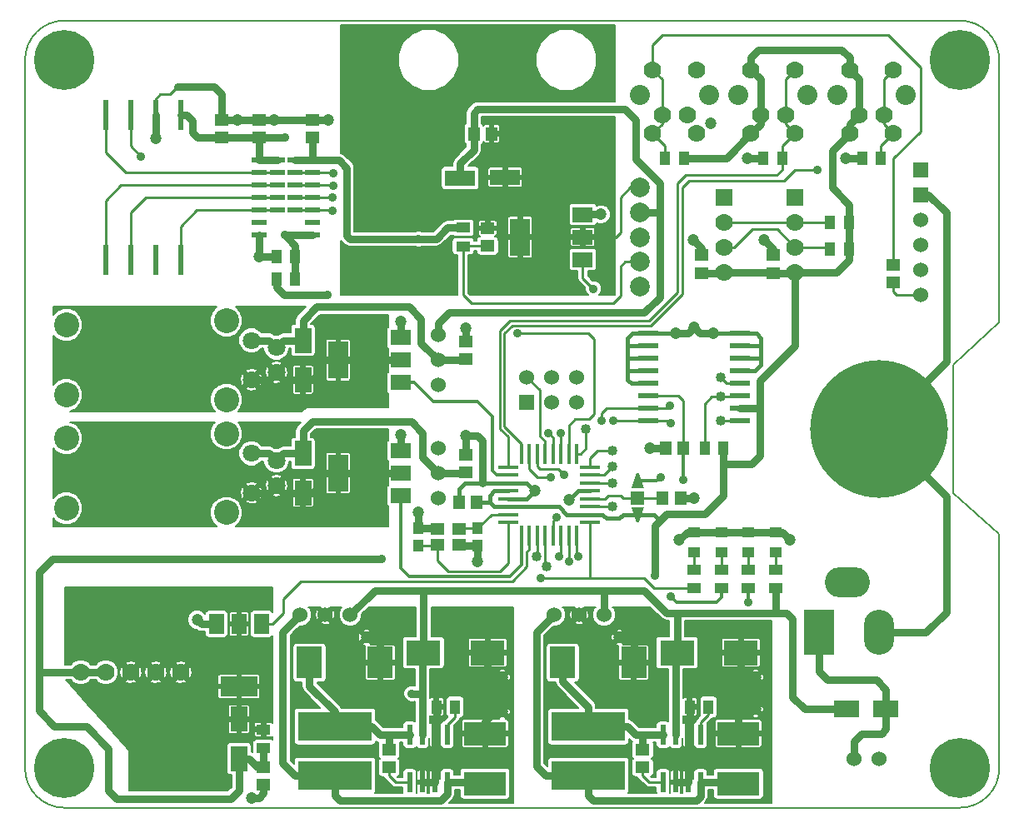
<source format=gtl>
G04 #@! TF.FileFunction,Copper,L1,Top,Signal*
%FSLAX46Y46*%
G04 Gerber Fmt 4.6, Leading zero omitted, Abs format (unit mm)*
G04 Created by KiCad (PCBNEW 4.0.0-2.201511301921+6191~38~ubuntu15.10.1-stable) date Mon Dec  7 23:41:22 2015*
%MOMM*%
G01*
G04 APERTURE LIST*
%ADD10C,0.025400*%
%ADD11C,0.127000*%
%ADD12C,1.200000*%
%ADD13C,1.016000*%
%ADD14C,14.000000*%
%ADD15R,3.048000X1.625600*%
%ADD16R,1.700000X2.500000*%
%ADD17R,2.500000X1.700000*%
%ADD18R,1.270000X1.016000*%
%ADD19R,1.400000X1.400000*%
%ADD20R,1.524000X1.524000*%
%ADD21C,1.524000*%
%ADD22C,1.778000*%
%ADD23R,1.778000X1.778000*%
%ADD24C,2.540000*%
%ADD25C,1.800000*%
%ADD26O,3.048000X4.572000*%
%ADD27R,3.048000X4.572000*%
%ADD28O,4.572000X3.048000*%
%ADD29R,2.032000X3.810000*%
%ADD30R,2.032000X1.524000*%
%ADD31R,3.810000X2.032000*%
%ADD32R,1.524000X2.032000*%
%ADD33C,6.096000*%
%ADD34C,2.032000*%
%ADD35R,1.998980X0.599440*%
%ADD36R,1.998980X0.449580*%
%ADD37R,0.449580X1.998980*%
%ADD38R,1.400000X1.200000*%
%ADD39R,1.000000X1.450000*%
%ADD40R,1.450000X1.000000*%
%ADD41R,1.100000X1.150000*%
%ADD42C,2.000000*%
%ADD43R,2.600000X3.200000*%
%ADD44R,0.609600X2.032000*%
%ADD45R,1.450000X1.150000*%
%ADD46R,1.150000X1.450000*%
%ADD47R,4.300000X2.400000*%
%ADD48R,3.500000X2.500000*%
%ADD49R,7.500000X3.000000*%
%ADD50R,0.609600X3.048000*%
%ADD51R,1.549400X0.596900*%
%ADD52C,0.889000*%
%ADD53C,0.762000*%
%ADD54C,0.304800*%
%ADD55C,0.254000*%
%ADD56C,0.381000*%
%ADD57C,0.200000*%
G04 APERTURE END LIST*
D10*
D11*
X4000000Y0D02*
X95000000Y0D01*
X99000000Y49300000D02*
X94300000Y45000000D01*
X99000000Y76000000D02*
X99000000Y49300000D01*
X94300000Y38500000D02*
X94300000Y45000000D01*
X94300000Y32000000D02*
X94300000Y38500000D01*
X99000000Y27800000D02*
X94300000Y32000000D01*
X99000000Y4000000D02*
X99000000Y27800000D01*
X0Y76000000D02*
X0Y4000000D01*
X95000000Y80000000D02*
X4000000Y80000000D01*
X99000000Y76000000D02*
G75*
G03X95000000Y80000000I-4000000J0D01*
G01*
X95000000Y0D02*
G75*
G03X99000000Y4000000I0J4000000D01*
G01*
X0Y4000000D02*
G75*
G03X4000000Y0I4000000J0D01*
G01*
X4000000Y80000000D02*
G75*
G03X0Y76000000I0J-4000000D01*
G01*
D12*
X23000000Y1000000D03*
X74250000Y10000000D03*
X74250000Y13250000D03*
X60400000Y17300000D03*
X48500000Y13250000D03*
X17500000Y19100000D03*
X44750000Y48750000D03*
X63500000Y36500000D03*
X66500000Y27250000D03*
X77750000Y27250000D03*
X68000000Y48800000D03*
X69900000Y48200000D03*
X66100000Y48200000D03*
X46000000Y25000000D03*
X58500000Y60300000D03*
X75100000Y57700000D03*
X67900000Y57700000D03*
X83400000Y66000000D03*
X73400000Y66000000D03*
X69700000Y69600000D03*
X38200000Y49400000D03*
X38200000Y37900000D03*
X68000000Y31500000D03*
X55300000Y31300000D03*
X40000000Y30000000D03*
X51800000Y32200000D03*
X23800000Y56000000D03*
X30800000Y69900000D03*
X21600000Y69900000D03*
X13300000Y68000000D03*
X25300000Y69900000D03*
D13*
X57000000Y38500000D03*
X70700000Y41800000D03*
X70700000Y43700000D03*
X70700000Y39300000D03*
X52000000Y25500000D03*
X59700000Y34700000D03*
X59700000Y36300000D03*
X59650000Y30600000D03*
X59700000Y33000000D03*
X53000000Y24500000D03*
D14*
X86750000Y38500000D03*
D15*
X44214000Y64000000D03*
X48786000Y64063500D03*
D16*
X28250000Y47500000D03*
X28250000Y43500000D03*
X21750000Y5000000D03*
X21750000Y9000000D03*
D17*
X83500000Y10000000D03*
X87500000Y10000000D03*
D18*
X73500000Y25984000D03*
X73500000Y28016000D03*
X70750000Y25984000D03*
X70750000Y28016000D03*
X68000000Y25984000D03*
X68000000Y28016000D03*
X76250000Y25984000D03*
X76250000Y28016000D03*
D16*
X28250000Y36000000D03*
X28250000Y32000000D03*
D10*
G36*
X62123000Y33976500D02*
X62377000Y33976500D01*
X62885000Y32452500D01*
X61615000Y32452500D01*
X62123000Y33976500D01*
X62123000Y33976500D01*
G37*
G36*
X61615000Y30547500D02*
X62885000Y30547500D01*
X62377000Y29023500D01*
X62123000Y29023500D01*
X61615000Y30547500D01*
X61615000Y30547500D01*
G37*
D19*
X62250000Y31500000D03*
D20*
X50960000Y41230000D03*
D21*
X50960000Y43770000D03*
X53500000Y41230000D03*
X53500000Y43770000D03*
X56040000Y41230000D03*
X56040000Y43770000D03*
D20*
X91000000Y64850000D03*
X91000000Y62310000D03*
D21*
X91000000Y59770000D03*
X91000000Y57230000D03*
X91000000Y54690000D03*
X91000000Y52150000D03*
D22*
X78250000Y54440000D03*
X78250000Y56980000D03*
X78250000Y59520000D03*
D23*
X78250000Y62060000D03*
D22*
X71000000Y54440000D03*
X71000000Y56980000D03*
X71000000Y59520000D03*
D23*
X71000000Y62060000D03*
D21*
X42000000Y42960000D03*
X42000000Y45500000D03*
X42000000Y48040000D03*
X84230000Y5000000D03*
X86770000Y5000000D03*
D24*
X4204000Y41944000D03*
X4204000Y49056000D03*
X20460000Y49513200D03*
X20460000Y41486800D03*
D25*
X23000000Y43500000D03*
X23000000Y47500000D03*
X25540000Y44230000D03*
X25540000Y46770000D03*
D26*
X86750000Y17800000D03*
D27*
X80654000Y17800000D03*
D28*
X83575000Y22880000D03*
D21*
X42000000Y31460000D03*
X42000000Y34000000D03*
X42000000Y36540000D03*
D24*
X4204000Y30444000D03*
X4204000Y37556000D03*
X20460000Y38013200D03*
X20460000Y29986800D03*
D25*
X23000000Y32000000D03*
X23000000Y36000000D03*
X25540000Y32730000D03*
X25540000Y35270000D03*
D29*
X31825000Y45500000D03*
D30*
X38175000Y45500000D03*
X38175000Y47786000D03*
X38175000Y43214000D03*
D29*
X50325000Y58000000D03*
D30*
X56675000Y58000000D03*
X56675000Y60286000D03*
X56675000Y55714000D03*
D29*
X31825000Y34000000D03*
D30*
X38175000Y34000000D03*
X38175000Y36286000D03*
X38175000Y31714000D03*
D31*
X21750000Y12325000D03*
D32*
X21750000Y18675000D03*
X19464000Y18675000D03*
X24036000Y18675000D03*
D33*
X4000000Y76000000D03*
X95000000Y76000000D03*
X4000000Y4000000D03*
X95000000Y4000000D03*
D22*
X8210000Y13750000D03*
X15830000Y13750000D03*
X13290000Y13750000D03*
X5670000Y13750000D03*
X10750000Y13750000D03*
X68222500Y75000000D03*
X63777500Y75000000D03*
D34*
X69492500Y72460000D03*
X62507500Y72460000D03*
D22*
X63777500Y68523000D03*
X68222500Y68523000D03*
X64730000Y70428000D03*
X67270000Y70428000D03*
X88222500Y75000000D03*
X83777500Y75000000D03*
D34*
X89492500Y72460000D03*
X82507500Y72460000D03*
D22*
X83777500Y68523000D03*
X88222500Y68523000D03*
X84730000Y70428000D03*
X87270000Y70428000D03*
X78222500Y75000000D03*
X73777500Y75000000D03*
D34*
X79492500Y72460000D03*
X72507500Y72460000D03*
D22*
X73777500Y68523000D03*
X78222500Y68523000D03*
X74730000Y70428000D03*
X77270000Y70428000D03*
D35*
X72650740Y39305000D03*
X72650740Y40575000D03*
X72650740Y41845000D03*
X72650740Y43115000D03*
X72650740Y44385000D03*
X72650740Y45655000D03*
X72650740Y46925000D03*
X72650740Y48195000D03*
X63349260Y48195000D03*
X63349260Y46925000D03*
X63349260Y45655000D03*
X63349260Y44385000D03*
X63349260Y43115000D03*
X63349260Y41845000D03*
X63349260Y40575000D03*
X63349260Y39305000D03*
D36*
X49099640Y29000920D03*
X49099640Y29801020D03*
X49099640Y30601120D03*
X49099640Y31401220D03*
X49099640Y32198780D03*
X49099640Y32998880D03*
X49099640Y33798980D03*
X49099640Y34599080D03*
X57400360Y34599080D03*
X57400360Y29000920D03*
X57400360Y29801020D03*
X57400360Y30601120D03*
X57400360Y31401220D03*
X57400360Y32198780D03*
X57400360Y32998880D03*
X57400360Y33798980D03*
D37*
X50450920Y35950360D03*
X51251020Y35950360D03*
X52051120Y35950360D03*
X52851220Y35950360D03*
X53648780Y35950360D03*
X54448880Y35950360D03*
X55248980Y35950360D03*
X56049080Y35950360D03*
X50450920Y27649640D03*
X51251020Y27649640D03*
X52051120Y27649640D03*
X52851220Y27649640D03*
X53648780Y27649640D03*
X54448880Y27649640D03*
X55248980Y27649640D03*
X56049080Y27649640D03*
D38*
X44100000Y28300000D03*
X41900000Y26700000D03*
X44100000Y26700000D03*
X41900000Y28300000D03*
D12*
X44800000Y37800000D03*
D39*
X76950000Y66000000D03*
X75050000Y66000000D03*
X86950000Y66000000D03*
X85050000Y66000000D03*
D40*
X76250000Y22300000D03*
X76250000Y24200000D03*
D39*
X70950000Y36500000D03*
X69050000Y36500000D03*
D40*
X68000000Y22300000D03*
X68000000Y24200000D03*
X70750000Y22300000D03*
X70750000Y24200000D03*
X73500000Y22300000D03*
X73500000Y24200000D03*
X24250000Y6050000D03*
X24250000Y7950000D03*
X44500000Y58950000D03*
X44500000Y57050000D03*
D39*
X25550000Y56000000D03*
X27450000Y56000000D03*
X83700000Y56750000D03*
X81800000Y56750000D03*
X83700000Y59500000D03*
X81800000Y59500000D03*
X66950000Y66000000D03*
X65050000Y66000000D03*
D41*
X40000000Y26600000D03*
X40000000Y28400000D03*
X46000000Y28400000D03*
X46000000Y26600000D03*
D42*
X62500000Y53000000D03*
X62500000Y55500000D03*
X62500000Y58000000D03*
X62500000Y63000000D03*
X62500000Y60500000D03*
D39*
X69450000Y10250000D03*
X67550000Y10250000D03*
X43700000Y10250000D03*
X41800000Y10250000D03*
D12*
X34700000Y17300000D03*
X48500000Y9750000D03*
D43*
X28900000Y14750000D03*
X36100000Y14750000D03*
X54650000Y14750000D03*
X61850000Y14750000D03*
D44*
X39095000Y7413000D03*
X39095000Y2587000D03*
X40365000Y7413000D03*
X41635000Y7413000D03*
X42905000Y7413000D03*
X40365000Y2587000D03*
X41635000Y2587000D03*
X42905000Y2587000D03*
X64845000Y7413000D03*
X64845000Y2587000D03*
X66115000Y7413000D03*
X67385000Y7413000D03*
X68655000Y7413000D03*
X66115000Y2587000D03*
X67385000Y2587000D03*
X68655000Y2587000D03*
D45*
X37000000Y5900000D03*
X37000000Y4100000D03*
X62750000Y5900000D03*
X62750000Y4100000D03*
D46*
X64800000Y31500000D03*
X66600000Y31500000D03*
D45*
X88250000Y55150000D03*
X88250000Y53350000D03*
X29250000Y68100000D03*
X29250000Y69900000D03*
X23750000Y68100000D03*
X23750000Y69900000D03*
X76000000Y54350000D03*
X76000000Y56150000D03*
X20000000Y68100000D03*
X20000000Y69900000D03*
X68750000Y54350000D03*
X68750000Y56150000D03*
X44750000Y45600000D03*
X44750000Y47400000D03*
X24250000Y4150000D03*
X24250000Y2350000D03*
D46*
X45600000Y68500000D03*
X47400000Y68500000D03*
X66900000Y36500000D03*
X65100000Y36500000D03*
X45900000Y31000000D03*
X44100000Y31000000D03*
D45*
X47000000Y57100000D03*
X47000000Y58900000D03*
X44750000Y34100000D03*
X44750000Y35900000D03*
D47*
X46750000Y2460000D03*
X46750000Y7540000D03*
X72500000Y2460000D03*
X72500000Y7540000D03*
D21*
X53760000Y19600000D03*
X56300000Y19600000D03*
X58840000Y19600000D03*
X27960000Y19600000D03*
X30500000Y19600000D03*
X33040000Y19600000D03*
D48*
X40500000Y15750000D03*
X47000000Y15750000D03*
X66250000Y15750000D03*
X72750000Y15750000D03*
D49*
X31500000Y8250000D03*
X31500000Y3250000D03*
X57250000Y8250000D03*
X57250000Y3250000D03*
D50*
X15810000Y70366000D03*
X13270000Y70366000D03*
X10730000Y70366000D03*
X8190000Y70366000D03*
X8190000Y55634000D03*
X10730000Y55634000D03*
X13270000Y55634000D03*
X15810000Y55634000D03*
D51*
X23807600Y60730000D03*
X23807600Y59460000D03*
X23807600Y58190000D03*
X29192400Y60730000D03*
X23807600Y64540000D03*
X23807600Y63270000D03*
X23807600Y62000000D03*
X29192400Y63270000D03*
X29192400Y64540000D03*
X29192400Y65810000D03*
X29192400Y59460000D03*
X23807600Y65810000D03*
X29192400Y58190000D03*
X29192400Y62000000D03*
X25611000Y65810000D03*
X25611000Y64540000D03*
X25611000Y63270000D03*
X25611000Y62000000D03*
X25611000Y60730000D03*
X27389000Y60730000D03*
X27389000Y62000000D03*
X27389000Y63270000D03*
X27389000Y64540000D03*
X27389000Y65810000D03*
D39*
X25550000Y53700000D03*
X27450000Y53700000D03*
D52*
X30700000Y52100000D03*
X65600000Y21500000D03*
X64600000Y33600000D03*
X39300000Y11600000D03*
X50000000Y48200000D03*
X11800000Y66200000D03*
X54000000Y29500000D03*
X57750000Y52750000D03*
X54250000Y25500000D03*
X31250000Y62000000D03*
X80500000Y64800000D03*
X66900000Y33300000D03*
X73500000Y20900000D03*
X64000000Y23600000D03*
X36200000Y25300000D03*
X40000000Y57800000D03*
X31200000Y60700000D03*
X55250000Y25000000D03*
X31300000Y63200000D03*
X52400000Y23300000D03*
X31300000Y64500000D03*
X56250000Y25500000D03*
X54800000Y33800000D03*
X53400000Y33600000D03*
X65600000Y39100000D03*
X53200000Y38100000D03*
X59800000Y39300000D03*
X54400000Y38100000D03*
X58600000Y39300000D03*
X65500000Y40900000D03*
X26400000Y68100000D03*
X26400000Y58200000D03*
D53*
X25550000Y52850000D02*
X25550000Y53700000D01*
X26300000Y52100000D02*
X25550000Y52850000D01*
X30700000Y52100000D02*
X26300000Y52100000D01*
X26200000Y4500000D02*
X26200000Y17840000D01*
X26200000Y17840000D02*
X27960000Y19600000D01*
X26200000Y4500000D02*
X27450000Y3250000D01*
X31500000Y3250000D02*
X27450000Y3250000D01*
D54*
X70300000Y20900000D02*
X66200000Y20900000D01*
X66200000Y20900000D02*
X65600000Y21500000D01*
X64214500Y33214500D02*
X64600000Y33600000D01*
X62250000Y33214500D02*
X64214500Y33214500D01*
D53*
X42905000Y2587000D02*
X42905000Y1405000D01*
X42905000Y1405000D02*
X42250000Y750000D01*
X42250000Y750000D02*
X32000000Y750000D01*
X32000000Y750000D02*
X31500000Y1250000D01*
X31500000Y1250000D02*
X31500000Y3250000D01*
X42905000Y2587000D02*
X46623000Y2587000D01*
X46623000Y2587000D02*
X46750000Y2460000D01*
D54*
X70750000Y22300000D02*
X70750000Y21350000D01*
X70750000Y21350000D02*
X70300000Y20900000D01*
D55*
X64800000Y31500000D02*
X62250000Y31500000D01*
X57400360Y31401220D02*
X58901220Y31401220D01*
X60750000Y31500000D02*
X62250000Y31500000D01*
X60500000Y31750000D02*
X60750000Y31500000D01*
X59250000Y31750000D02*
X60500000Y31750000D01*
X58901220Y31401220D02*
X59250000Y31750000D01*
D53*
X28250000Y47500000D02*
X28250000Y49500000D01*
X40250000Y47250000D02*
X42000000Y45500000D01*
X40250000Y49650000D02*
X40250000Y47250000D01*
X39000000Y50900000D02*
X40250000Y49650000D01*
X29650000Y50900000D02*
X39000000Y50900000D01*
X28250000Y49500000D02*
X29650000Y50900000D01*
X28250000Y47500000D02*
X26270000Y47500000D01*
X26270000Y47500000D02*
X25540000Y46770000D01*
X23000000Y47500000D02*
X24810000Y47500000D01*
X24810000Y47500000D02*
X25540000Y46770000D01*
X42000000Y45500000D02*
X44650000Y45500000D01*
X44650000Y45500000D02*
X44750000Y45600000D01*
X28250000Y36000000D02*
X28250000Y38300000D01*
X40400000Y35600000D02*
X42000000Y34000000D01*
X40400000Y38100000D02*
X40400000Y35600000D01*
X39250000Y39250000D02*
X40400000Y38100000D01*
X29200000Y39250000D02*
X39250000Y39250000D01*
X28250000Y38300000D02*
X29200000Y39250000D01*
X28250000Y36000000D02*
X26270000Y36000000D01*
X26270000Y36000000D02*
X25540000Y35270000D01*
X23000000Y36000000D02*
X24810000Y36000000D01*
X24810000Y36000000D02*
X25540000Y35270000D01*
X42000000Y34000000D02*
X44650000Y34000000D01*
X44650000Y34000000D02*
X44750000Y34100000D01*
X28250000Y43500000D02*
X29250000Y43500000D01*
X30500000Y45500000D02*
X31825000Y45500000D01*
X29750000Y44750000D02*
X30500000Y45500000D01*
X29750000Y44000000D02*
X29750000Y44750000D01*
X29250000Y43500000D02*
X29750000Y44000000D01*
X28250000Y43500000D02*
X26270000Y43500000D01*
X26270000Y43500000D02*
X25540000Y44230000D01*
X23000000Y43500000D02*
X24810000Y43500000D01*
X24810000Y43500000D02*
X25540000Y44230000D01*
X31825000Y45500000D02*
X38175000Y45500000D01*
X28250000Y32000000D02*
X29250000Y32000000D01*
X30500000Y34000000D02*
X31825000Y34000000D01*
X29750000Y33250000D02*
X30500000Y34000000D01*
X29750000Y32500000D02*
X29750000Y33250000D01*
X29250000Y32000000D02*
X29750000Y32500000D01*
X28250000Y32000000D02*
X26270000Y32000000D01*
X26270000Y32000000D02*
X25540000Y32730000D01*
X23000000Y32000000D02*
X24810000Y32000000D01*
X24810000Y32000000D02*
X25540000Y32730000D01*
X38175000Y34000000D02*
X31825000Y34000000D01*
X40500000Y15750000D02*
X40500000Y22100000D01*
X44300000Y22100000D02*
X40500000Y22100000D01*
X40500000Y22100000D02*
X35540000Y22100000D01*
X35540000Y22100000D02*
X33040000Y19600000D01*
X78000000Y16900000D02*
X78000000Y19200000D01*
X77400000Y19800000D02*
X76250000Y19800000D01*
X78000000Y19200000D02*
X77400000Y19800000D01*
X66250000Y15750000D02*
X66250000Y19800000D01*
X76250000Y19800000D02*
X66250000Y19800000D01*
X66250000Y19800000D02*
X65200000Y19800000D01*
X62900000Y22100000D02*
X58840000Y22100000D01*
X65200000Y19800000D02*
X62900000Y22100000D01*
X58840000Y22100000D02*
X44300000Y22100000D01*
X44300000Y22100000D02*
X43000000Y22100000D01*
X58840000Y19600000D02*
X58840000Y22100000D01*
X39300000Y11600000D02*
X40365000Y11600000D01*
X76250000Y22300000D02*
X76250000Y19800000D01*
X78000000Y11250000D02*
X79250000Y10000000D01*
X78000000Y16900000D02*
X78000000Y11250000D01*
X66115000Y7413000D02*
X66115000Y15615000D01*
X66115000Y15615000D02*
X66250000Y15750000D01*
X40365000Y7413000D02*
X40365000Y11600000D01*
X40365000Y11600000D02*
X40365000Y15615000D01*
X40365000Y15615000D02*
X40500000Y15750000D01*
X62900000Y50300000D02*
X43100000Y50300000D01*
X43100000Y50300000D02*
X42000000Y49200000D01*
X62500000Y60500000D02*
X64500000Y60500000D01*
X46000000Y71000000D02*
X61000000Y71000000D01*
X62100000Y69900000D02*
X62100000Y65900000D01*
X61000000Y71000000D02*
X62100000Y69900000D01*
X64500000Y63500000D02*
X64500000Y60500000D01*
X64500000Y60500000D02*
X64500000Y51900000D01*
X42000000Y49200000D02*
X42000000Y48040000D01*
X64500000Y51900000D02*
X62900000Y50300000D01*
X45600000Y70600000D02*
X45600000Y68500000D01*
X46000000Y71000000D02*
X45600000Y70600000D01*
X64500000Y63500000D02*
X62100000Y65900000D01*
X44214000Y64000000D02*
X44214000Y65464000D01*
X45600000Y66850000D02*
X45600000Y68500000D01*
X44214000Y65464000D02*
X45600000Y66850000D01*
X79250000Y10000000D02*
X83500000Y10000000D01*
D55*
X55248980Y38848980D02*
X55900000Y39500000D01*
X55900000Y39500000D02*
X57300000Y39500000D01*
X57300000Y39500000D02*
X57800000Y40000000D01*
X55248980Y35950360D02*
X55248980Y38848980D01*
X57800000Y47600000D02*
X57200000Y48200000D01*
X57200000Y48200000D02*
X50000000Y48200000D01*
X57800000Y40000000D02*
X57800000Y47600000D01*
X11800000Y66200000D02*
X10730000Y67270000D01*
X10730000Y67270000D02*
X10730000Y70366000D01*
D54*
X49099640Y33798980D02*
X47951020Y33798980D01*
X39536000Y43214000D02*
X38175000Y43214000D01*
X41500000Y41250000D02*
X39536000Y43214000D01*
X46000000Y41250000D02*
X41500000Y41250000D01*
X47500000Y39750000D02*
X46000000Y41250000D01*
X47500000Y34250000D02*
X47500000Y39750000D01*
X47951020Y33798980D02*
X47500000Y34250000D01*
D55*
X23807600Y64540000D02*
X25611000Y64540000D01*
X23807600Y64540000D02*
X10210000Y64540000D01*
X8190000Y66560000D02*
X8190000Y70366000D01*
X10210000Y64540000D02*
X8190000Y66560000D01*
X23807600Y60730000D02*
X25611000Y60730000D01*
X23807600Y60730000D02*
X17480000Y60730000D01*
X15810000Y59060000D02*
X15810000Y55634000D01*
X17480000Y60730000D02*
X15810000Y59060000D01*
X23807600Y63270000D02*
X25611000Y63270000D01*
X23807600Y63270000D02*
X9770000Y63270000D01*
X8190000Y61690000D02*
X8190000Y55634000D01*
X9770000Y63270000D02*
X8190000Y61690000D01*
X23807600Y62000000D02*
X25611000Y62000000D01*
X23807600Y62000000D02*
X12250000Y62000000D01*
X10730000Y60480000D02*
X10730000Y55634000D01*
X12250000Y62000000D02*
X10730000Y60480000D01*
X59750000Y51250000D02*
X45350000Y51250000D01*
X44500000Y52100000D02*
X44500000Y57050000D01*
X45350000Y51250000D02*
X44500000Y52100000D01*
X62500000Y55500000D02*
X61000000Y55500000D01*
X60500000Y52000000D02*
X59750000Y51250000D01*
X60500000Y55000000D02*
X60500000Y52000000D01*
X61000000Y55500000D02*
X60500000Y55000000D01*
X47000000Y57100000D02*
X44550000Y57100000D01*
X44550000Y57100000D02*
X44500000Y57050000D01*
X21750000Y12325000D02*
X21750000Y18675000D01*
X21750000Y9000000D02*
X24000000Y9000000D01*
X24250000Y8750000D02*
X24250000Y7950000D01*
X24000000Y9000000D02*
X24250000Y8750000D01*
X21750000Y12325000D02*
X21750000Y9000000D01*
X53648780Y27649640D02*
X53648780Y29148780D01*
X53648780Y29148780D02*
X54000000Y29500000D01*
X57750000Y52750000D02*
X56675000Y53825000D01*
X56675000Y53825000D02*
X56675000Y55714000D01*
D54*
X38175000Y31714000D02*
X38175000Y24325000D01*
X50450920Y24700920D02*
X50450920Y27649640D01*
X49250000Y23500000D02*
X50450920Y24700920D01*
X39000000Y23500000D02*
X49250000Y23500000D01*
X38175000Y24325000D02*
X39000000Y23500000D01*
D55*
X49500000Y23000000D02*
X28000000Y23000000D01*
X26250000Y21250000D02*
X26250000Y19750000D01*
X28000000Y23000000D02*
X26250000Y21250000D01*
X24036000Y18675000D02*
X25175000Y18675000D01*
X51000000Y24500000D02*
X51000000Y26000000D01*
X49500000Y23000000D02*
X51000000Y24500000D01*
X25175000Y18675000D02*
X26250000Y19750000D01*
X51251020Y27649640D02*
X51251020Y26251020D01*
X51251020Y26251020D02*
X51000000Y26000000D01*
X27389000Y62000000D02*
X29192400Y62000000D01*
X54448880Y27649640D02*
X54448880Y25698880D01*
X54448880Y25698880D02*
X54250000Y25500000D01*
X31250000Y62000000D02*
X29192400Y62000000D01*
X52851220Y27649640D02*
X52851220Y24648780D01*
X52851220Y24648780D02*
X53000000Y24500000D01*
X49099640Y29801020D02*
X47401020Y29801020D01*
X47401020Y29801020D02*
X46000000Y28400000D01*
X46000000Y28400000D02*
X44200000Y28400000D01*
X44200000Y28400000D02*
X44100000Y28300000D01*
X49099640Y29000920D02*
X49099640Y24849640D01*
X41900000Y25100000D02*
X41900000Y26700000D01*
X43000000Y24000000D02*
X41900000Y25100000D01*
X48250000Y24000000D02*
X43000000Y24000000D01*
X49099640Y24849640D02*
X48250000Y24000000D01*
X40000000Y26600000D02*
X41800000Y26600000D01*
X41800000Y26600000D02*
X41900000Y26700000D01*
X57400360Y33798980D02*
X58798980Y33798980D01*
X58798980Y33798980D02*
X59700000Y34700000D01*
X57400360Y34599080D02*
X57400360Y35500360D01*
X58200000Y36300000D02*
X59700000Y36300000D01*
X57400360Y35500360D02*
X58200000Y36300000D01*
X57400360Y30601120D02*
X59648880Y30601120D01*
X59648880Y30601120D02*
X59650000Y30600000D01*
X57400360Y32998880D02*
X59698880Y32998880D01*
X59698880Y32998880D02*
X59700000Y33000000D01*
X49500000Y49000000D02*
X63600000Y49000000D01*
X63600000Y49000000D02*
X66825000Y52225000D01*
X66825000Y52225000D02*
X66825000Y63025000D01*
X78200000Y64800000D02*
X80500000Y64800000D01*
X77100000Y63700000D02*
X78200000Y64800000D01*
X67500000Y63700000D02*
X77100000Y63700000D01*
X66825000Y63025000D02*
X67500000Y63700000D01*
X50450920Y35950360D02*
X50450920Y36949080D01*
X50450920Y36949080D02*
X48700000Y38700000D01*
X48700000Y38700000D02*
X48700000Y48200000D01*
X48700000Y48200000D02*
X49500000Y49000000D01*
X86950000Y66000000D02*
X86950000Y67250500D01*
X86950000Y67250500D02*
X88222500Y68523000D01*
X87270000Y70428000D02*
X87270000Y69475500D01*
X87270000Y69475500D02*
X88222500Y68523000D01*
X87270000Y70428000D02*
X87270000Y74047500D01*
X87270000Y74047500D02*
X88222500Y75000000D01*
X52051120Y27649640D02*
X52051120Y25551120D01*
X52051120Y25551120D02*
X52000000Y25500000D01*
D53*
X80654000Y17800000D02*
X80654000Y13846000D01*
X87500000Y12000000D02*
X87500000Y10000000D01*
X86500000Y13000000D02*
X87500000Y12000000D01*
X81500000Y13000000D02*
X86500000Y13000000D01*
X80654000Y13846000D02*
X81500000Y13000000D01*
X87500000Y10000000D02*
X87500000Y8000000D01*
X84230000Y6730000D02*
X84230000Y5000000D01*
X85000000Y7500000D02*
X84230000Y6730000D01*
X87000000Y7500000D02*
X85000000Y7500000D01*
X87500000Y8000000D02*
X87000000Y7500000D01*
D55*
X70700000Y39300000D02*
X72645740Y39300000D01*
X72645740Y39300000D02*
X72650740Y39305000D01*
D54*
X66900000Y33300000D02*
X66900000Y36500000D01*
D55*
X66900000Y36500000D02*
X66900000Y41350000D01*
X66405000Y41845000D02*
X63349260Y41845000D01*
X66900000Y41350000D02*
X66405000Y41845000D01*
X72650740Y43115000D02*
X71285000Y43115000D01*
X71285000Y43115000D02*
X70700000Y43700000D01*
X70700000Y41800000D02*
X72605740Y41800000D01*
X72605740Y41800000D02*
X72650740Y41845000D01*
X69050000Y36500000D02*
X69050000Y41050000D01*
X69800000Y41800000D02*
X70700000Y41800000D01*
X69050000Y41050000D02*
X69800000Y41800000D01*
X49300000Y49500000D02*
X63400000Y49500000D01*
X63400000Y49500000D02*
X66250000Y52350000D01*
X49099640Y34599080D02*
X49099640Y37700360D01*
X76950000Y64850000D02*
X76950000Y66000000D01*
X76400000Y64300000D02*
X76950000Y64850000D01*
X67100000Y64300000D02*
X76400000Y64300000D01*
X66250000Y63450000D02*
X67100000Y64300000D01*
X66250000Y52350000D02*
X66250000Y63450000D01*
X48300000Y48500000D02*
X49300000Y49500000D01*
X48300000Y38500000D02*
X48300000Y48500000D01*
X49099640Y37700360D02*
X48300000Y38500000D01*
X76950000Y66000000D02*
X76950000Y67250500D01*
X76950000Y67250500D02*
X78222500Y68523000D01*
X77270000Y70428000D02*
X77270000Y69475500D01*
X77270000Y69475500D02*
X78222500Y68523000D01*
X77270000Y70428000D02*
X77270000Y74047500D01*
X77270000Y74047500D02*
X78222500Y75000000D01*
X91000000Y52150000D02*
X88600000Y52150000D01*
X88600000Y52150000D02*
X88250000Y52500000D01*
X88250000Y52500000D02*
X88250000Y53350000D01*
X88250000Y53350000D02*
X88250000Y53000000D01*
D53*
X23800000Y56000000D02*
X23800000Y58182400D01*
X23800000Y58182400D02*
X23807600Y58190000D01*
X25550000Y56000000D02*
X23800000Y56000000D01*
X34700000Y17300000D02*
X35500000Y17300000D01*
X35500000Y17300000D02*
X36100000Y16700000D01*
X60400000Y17300000D02*
X61300000Y17300000D01*
X61300000Y17300000D02*
X61850000Y16750000D01*
X24250000Y2350000D02*
X24250000Y1500000D01*
X23750000Y1000000D02*
X23000000Y1000000D01*
X24250000Y1500000D02*
X23750000Y1000000D01*
X41635000Y2587000D02*
X41635000Y7413000D01*
X40365000Y2587000D02*
X41635000Y2587000D01*
X67385000Y2587000D02*
X67385000Y7413000D01*
X66115000Y2587000D02*
X67385000Y2587000D01*
X41635000Y7413000D02*
X41635000Y8885000D01*
X41635000Y8885000D02*
X41800000Y9050000D01*
X41800000Y9050000D02*
X41800000Y10250000D01*
X67385000Y7413000D02*
X67385000Y8635000D01*
X67385000Y8635000D02*
X67550000Y8800000D01*
X67550000Y8800000D02*
X67550000Y10250000D01*
X48500000Y9750000D02*
X48500000Y13250000D01*
X46750000Y7540000D02*
X46750000Y8750000D01*
X47750000Y9750000D02*
X48500000Y9750000D01*
X46750000Y8750000D02*
X47750000Y9750000D01*
X47000000Y15750000D02*
X47000000Y14250000D01*
X47000000Y14250000D02*
X48000000Y13250000D01*
X48000000Y13250000D02*
X48500000Y13250000D01*
X74250000Y10000000D02*
X74250000Y13250000D01*
X72500000Y7540000D02*
X72500000Y9250000D01*
X73250000Y10000000D02*
X74250000Y10000000D01*
X72500000Y9250000D02*
X73250000Y10000000D01*
X72750000Y15750000D02*
X72750000Y14000000D01*
X72750000Y14000000D02*
X73500000Y13250000D01*
X73500000Y13250000D02*
X74250000Y13250000D01*
X61850000Y14750000D02*
X61850000Y16750000D01*
X36100000Y14750000D02*
X36100000Y16700000D01*
X44750000Y48750000D02*
X44750000Y47400000D01*
X69900000Y48200000D02*
X68600000Y48200000D01*
X68600000Y48200000D02*
X68000000Y48800000D01*
X66100000Y48200000D02*
X67400000Y48200000D01*
X67400000Y48200000D02*
X68000000Y48800000D01*
D56*
X49099640Y31401220D02*
X51001220Y31401220D01*
X51001220Y31401220D02*
X51800000Y32200000D01*
D53*
X19464000Y18675000D02*
X17925000Y18675000D01*
X17925000Y18675000D02*
X17500000Y19100000D01*
X68000000Y31500000D02*
X66600000Y31500000D01*
D56*
X72650740Y48195000D02*
X74305000Y48195000D01*
X74305000Y48195000D02*
X74750000Y47750000D01*
X63349260Y48195000D02*
X61695000Y48195000D01*
X61695000Y48195000D02*
X61250000Y47750000D01*
X66100000Y48200000D02*
X63354260Y48200000D01*
X63354260Y48200000D02*
X63349260Y48195000D01*
X69900000Y48200000D02*
X72645740Y48200000D01*
X72645740Y48200000D02*
X72650740Y48195000D01*
D53*
X13270000Y70366000D02*
X13270000Y68030000D01*
X13270000Y68030000D02*
X13300000Y68000000D01*
X30800000Y69900000D02*
X29250000Y69900000D01*
X63500000Y36500000D02*
X65100000Y36500000D01*
X85050000Y66000000D02*
X83400000Y66000000D01*
X75050000Y66000000D02*
X73400000Y66000000D01*
D56*
X49099640Y32998880D02*
X51001120Y32998880D01*
X51001120Y32998880D02*
X51800000Y32200000D01*
X57400360Y32198780D02*
X56198780Y32198780D01*
X56198780Y32198780D02*
X55300000Y31300000D01*
D53*
X91000000Y62310000D02*
X91790000Y62310000D01*
X91790000Y62310000D02*
X93600000Y60500000D01*
X93600000Y45350000D02*
X86750000Y38500000D01*
X93600000Y60500000D02*
X93600000Y45350000D01*
X86750000Y17800000D02*
X91500000Y17800000D01*
X91500000Y17800000D02*
X93600000Y19900000D01*
X93600000Y19900000D02*
X93600000Y31650000D01*
X93600000Y31650000D02*
X86750000Y38500000D01*
D56*
X46501120Y32998880D02*
X44698880Y32998880D01*
X44698880Y32998880D02*
X44100000Y32400000D01*
X44100000Y32400000D02*
X44100000Y31000000D01*
X49099640Y32998880D02*
X46501120Y32998880D01*
D53*
X46000000Y37800000D02*
X46500000Y37300000D01*
X46500000Y37300000D02*
X46500000Y33000000D01*
X46000000Y37800000D02*
X44800000Y37800000D01*
X46501120Y32998880D02*
X46500000Y33000000D01*
X44800000Y37800000D02*
X44800000Y35950000D01*
X44800000Y35950000D02*
X44750000Y35900000D01*
X68000000Y28016000D02*
X67266000Y28016000D01*
X67266000Y28016000D02*
X66500000Y27250000D01*
X76250000Y28016000D02*
X76984000Y28016000D01*
X76984000Y28016000D02*
X77750000Y27250000D01*
D56*
X74750000Y46925000D02*
X74750000Y47750000D01*
X72650740Y46925000D02*
X74750000Y46925000D01*
X72650740Y45655000D02*
X74750000Y45655000D01*
X72650740Y44385000D02*
X74135000Y44385000D01*
X74135000Y44385000D02*
X74750000Y45000000D01*
X74750000Y45000000D02*
X74750000Y45655000D01*
X74750000Y45655000D02*
X74750000Y46925000D01*
X61250000Y46925000D02*
X61250000Y47750000D01*
X63349260Y46925000D02*
X61250000Y46925000D01*
X63349260Y45655000D02*
X61250000Y45655000D01*
X63349260Y44385000D02*
X61250000Y44385000D01*
X63349260Y43115000D02*
X61635000Y43115000D01*
X61635000Y43115000D02*
X61250000Y43500000D01*
X61250000Y43500000D02*
X61250000Y44385000D01*
X61250000Y44385000D02*
X61250000Y45655000D01*
X61250000Y45655000D02*
X61250000Y46925000D01*
D53*
X46000000Y25000000D02*
X46000000Y26600000D01*
X40000000Y30000000D02*
X40000000Y28400000D01*
X58500000Y60300000D02*
X56689000Y60300000D01*
X56689000Y60300000D02*
X56675000Y60286000D01*
X68750000Y56150000D02*
X68750000Y56850000D01*
X68750000Y56850000D02*
X67900000Y57700000D01*
X76000000Y56150000D02*
X76000000Y56800000D01*
X76000000Y56800000D02*
X75100000Y57700000D01*
X38200000Y37900000D02*
X38200000Y36311000D01*
X38200000Y36311000D02*
X38175000Y36286000D01*
X38200000Y49400000D02*
X38200000Y47811000D01*
X38200000Y47811000D02*
X38175000Y47786000D01*
X20000000Y69900000D02*
X20000000Y72500000D01*
D55*
X13270000Y72020000D02*
X13270000Y70366000D01*
X13750000Y72500000D02*
X13270000Y72020000D01*
X14750000Y72500000D02*
X13750000Y72500000D01*
X15500000Y73250000D02*
X14750000Y72500000D01*
D53*
X19250000Y73250000D02*
X15500000Y73250000D01*
X20000000Y72500000D02*
X19250000Y73250000D01*
X23750000Y69900000D02*
X20000000Y69900000D01*
X29250000Y69900000D02*
X23750000Y69900000D01*
X73500000Y28016000D02*
X76250000Y28016000D01*
X70750000Y28016000D02*
X73500000Y28016000D01*
X68000000Y28016000D02*
X70750000Y28016000D01*
X40000000Y28400000D02*
X41800000Y28400000D01*
X41800000Y28400000D02*
X41900000Y28300000D01*
X46000000Y26600000D02*
X44200000Y26600000D01*
X44200000Y26600000D02*
X44100000Y26700000D01*
D55*
X56049080Y35950360D02*
X56450360Y35950360D01*
X57000000Y36500000D02*
X57000000Y38500000D01*
X56450360Y35950360D02*
X57000000Y36500000D01*
D53*
X27389000Y65810000D02*
X29192400Y65810000D01*
X52000000Y4200000D02*
X52000000Y17840000D01*
X52000000Y17840000D02*
X53760000Y19600000D01*
X52000000Y4200000D02*
X52950000Y3250000D01*
X57250000Y3250000D02*
X52950000Y3250000D01*
D54*
X73500000Y20900000D02*
X73500000Y22300000D01*
D53*
X64000000Y28700000D02*
X64000000Y23600000D01*
X64500000Y29200000D02*
X64000000Y28700000D01*
X68655000Y2587000D02*
X68655000Y1155000D01*
X57250000Y1250000D02*
X57250000Y3250000D01*
X57750000Y750000D02*
X57250000Y1250000D01*
X68250000Y750000D02*
X57750000Y750000D01*
X68655000Y1155000D02*
X68250000Y750000D01*
X68655000Y2587000D02*
X72373000Y2587000D01*
X72373000Y2587000D02*
X72500000Y2460000D01*
X5670000Y13750000D02*
X1400000Y13750000D01*
X8210000Y13750000D02*
X5670000Y13750000D01*
X40000000Y57800000D02*
X41800000Y57800000D01*
X41800000Y57800000D02*
X42950000Y58950000D01*
X40000000Y57800000D02*
X33000000Y57800000D01*
X32700000Y65000000D02*
X31890000Y65810000D01*
X32700000Y58100000D02*
X32700000Y65000000D01*
X33000000Y57800000D02*
X32700000Y58100000D01*
D56*
X49099640Y32198780D02*
X47698780Y32198780D01*
X47250000Y31750000D02*
X47250000Y31000000D01*
X47698780Y32198780D02*
X47250000Y31750000D01*
D53*
X20920000Y920000D02*
X9330000Y920000D01*
X20920000Y920000D02*
X21750000Y1750000D01*
X21750000Y1750000D02*
X21750000Y5000000D01*
X3000000Y8250000D02*
X6250000Y8250000D01*
X1400000Y9850000D02*
X3000000Y8250000D01*
X6250000Y8250000D02*
X8500000Y6000000D01*
X1400000Y13750000D02*
X1400000Y9850000D01*
X9330000Y920000D02*
X8500000Y1750000D01*
X8500000Y1750000D02*
X8500000Y6000000D01*
X1400000Y23950000D02*
X1400000Y13750000D01*
X36200000Y25300000D02*
X2750000Y25300000D01*
X2750000Y25300000D02*
X1400000Y23950000D01*
X24250000Y4150000D02*
X23600000Y4150000D01*
X23600000Y4150000D02*
X22750000Y5000000D01*
X22750000Y5000000D02*
X21750000Y5000000D01*
X24250000Y4150000D02*
X24250000Y6050000D01*
D56*
X62250000Y29785500D02*
X63914500Y29785500D01*
X63914500Y29785500D02*
X64500000Y29200000D01*
D53*
X65150000Y29850000D02*
X64500000Y29200000D01*
X69100000Y29850000D02*
X65150000Y29850000D01*
X69100000Y29850000D02*
X70950000Y31700000D01*
X70950000Y34900000D02*
X70950000Y31700000D01*
X72650740Y40575000D02*
X74700000Y40575000D01*
X70950000Y34900000D02*
X73800000Y34900000D01*
X78250000Y46950000D02*
X78250000Y54440000D01*
X74700000Y43400000D02*
X78250000Y46950000D01*
X74700000Y35800000D02*
X74700000Y40575000D01*
X74700000Y40575000D02*
X74700000Y43400000D01*
X73800000Y34900000D02*
X74700000Y35800000D01*
X83700000Y59500000D02*
X83700000Y61300000D01*
X82000000Y66745500D02*
X83777500Y68523000D01*
X82000000Y63000000D02*
X82000000Y66745500D01*
X83700000Y61300000D02*
X82000000Y63000000D01*
X66950000Y66000000D02*
X71254500Y66000000D01*
X71254500Y66000000D02*
X73777500Y68523000D01*
X83777500Y75000000D02*
X83777500Y76222500D01*
X74500000Y77000000D02*
X73777500Y76277500D01*
X83000000Y77000000D02*
X74500000Y77000000D01*
X83777500Y76222500D02*
X83000000Y77000000D01*
X73777500Y76277500D02*
X73777500Y75000000D01*
X84730000Y70428000D02*
X84730000Y74047500D01*
X84730000Y74047500D02*
X83777500Y75000000D01*
X83777500Y68523000D02*
X83777500Y69475500D01*
X83777500Y69475500D02*
X84730000Y70428000D01*
X74730000Y70428000D02*
X74730000Y74047500D01*
X74730000Y74047500D02*
X73777500Y75000000D01*
X74730000Y70428000D02*
X74730000Y69475500D01*
X74730000Y69475500D02*
X73777500Y68523000D01*
D56*
X57400360Y29801020D02*
X58698980Y29801020D01*
X60785500Y29785500D02*
X62250000Y29785500D01*
X60400000Y29400000D02*
X60785500Y29785500D01*
X59100000Y29400000D02*
X60400000Y29400000D01*
X58698980Y29801020D02*
X59100000Y29400000D01*
X49099640Y30601120D02*
X54248880Y30601120D01*
X55048980Y29801020D02*
X57400360Y29801020D01*
X54248880Y30601120D02*
X55048980Y29801020D01*
D53*
X70950000Y34900000D02*
X70950000Y36500000D01*
X29192400Y65810000D02*
X31890000Y65810000D01*
X42950000Y58950000D02*
X44500000Y58950000D01*
X29192400Y65810000D02*
X29192400Y68042400D01*
X29192400Y68042400D02*
X29250000Y68100000D01*
X83700000Y56750000D02*
X83700000Y59500000D01*
X78250000Y54440000D02*
X82440000Y54440000D01*
X82440000Y54440000D02*
X83700000Y55700000D01*
X83700000Y55700000D02*
X83700000Y56750000D01*
X71000000Y54440000D02*
X75910000Y54440000D01*
X75910000Y54440000D02*
X76000000Y54350000D01*
X68750000Y54350000D02*
X70910000Y54350000D01*
X70910000Y54350000D02*
X71000000Y54440000D01*
X76000000Y54350000D02*
X78160000Y54350000D01*
X78160000Y54350000D02*
X78250000Y54440000D01*
D56*
X49099640Y30601120D02*
X47648880Y30601120D01*
X47250000Y31000000D02*
X45900000Y31000000D01*
X47648880Y30601120D02*
X47250000Y31000000D01*
D55*
X91000000Y75250000D02*
X91000000Y68750000D01*
X91000000Y68750000D02*
X88250000Y66000000D01*
X88250000Y55150000D02*
X88250000Y66000000D01*
X52851220Y35950360D02*
X52851220Y37248780D01*
X52300000Y42430000D02*
X50960000Y43770000D01*
X52300000Y37800000D02*
X52300000Y42430000D01*
X52851220Y37248780D02*
X52300000Y37800000D01*
X63777500Y77527500D02*
X63777500Y75000000D01*
X64750000Y78500000D02*
X63777500Y77527500D01*
X87750000Y78500000D02*
X64750000Y78500000D01*
X91000000Y75250000D02*
X87750000Y78500000D01*
X64730000Y70428000D02*
X64730000Y74047500D01*
X64730000Y74047500D02*
X63777500Y75000000D01*
X64730000Y70428000D02*
X64730000Y69475500D01*
X64730000Y69475500D02*
X63777500Y68523000D01*
X65050000Y66000000D02*
X65050000Y67250500D01*
X65050000Y67250500D02*
X63777500Y68523000D01*
X73500000Y25984000D02*
X73500000Y24200000D01*
X70750000Y25984000D02*
X70750000Y24200000D01*
X68000000Y25984000D02*
X68000000Y24200000D01*
X76250000Y25984000D02*
X76250000Y24200000D01*
X27389000Y60730000D02*
X29192400Y60730000D01*
X31170000Y60730000D02*
X29192400Y60730000D01*
X31200000Y60700000D02*
X31170000Y60730000D01*
X55248980Y27649640D02*
X55248980Y25001020D01*
X55248980Y25001020D02*
X55250000Y25000000D01*
X27389000Y63270000D02*
X29192400Y63270000D01*
X57400360Y23300000D02*
X62900000Y23300000D01*
X62900000Y23300000D02*
X63900000Y22300000D01*
X31300000Y63200000D02*
X31230000Y63270000D01*
X31230000Y63270000D02*
X29192400Y63270000D01*
X68000000Y22300000D02*
X63900000Y22300000D01*
X57400360Y29000920D02*
X57400360Y23300000D01*
X52400000Y23300000D02*
X57400360Y23300000D01*
X27389000Y64540000D02*
X29192400Y64540000D01*
X31300000Y64500000D02*
X31260000Y64540000D01*
X31260000Y64540000D02*
X29192400Y64540000D01*
X56049080Y27649640D02*
X56049080Y25700920D01*
X56049080Y25700920D02*
X56250000Y25500000D01*
X52051120Y35950360D02*
X52051120Y34648880D01*
X54200000Y34400000D02*
X54800000Y33800000D01*
X52300000Y34400000D02*
X54200000Y34400000D01*
X52051120Y34648880D02*
X52300000Y34400000D01*
X51251020Y35950360D02*
X51251020Y34448980D01*
X52100000Y33600000D02*
X53400000Y33600000D01*
X51251020Y34448980D02*
X52100000Y33600000D01*
X65395000Y39305000D02*
X65600000Y39100000D01*
X63349260Y39305000D02*
X65395000Y39305000D01*
X53648780Y35950360D02*
X53648780Y37651220D01*
X53648780Y37651220D02*
X53200000Y38100000D01*
X59805000Y39305000D02*
X63349260Y39305000D01*
X59800000Y39300000D02*
X59805000Y39305000D01*
X78250000Y56980000D02*
X81570000Y56980000D01*
X81570000Y56980000D02*
X81800000Y56750000D01*
X71000000Y56980000D02*
X72080000Y56980000D01*
X72080000Y56980000D02*
X73900000Y58800000D01*
X73900000Y58800000D02*
X76430000Y58800000D01*
X76430000Y58800000D02*
X78250000Y56980000D01*
X63349260Y40575000D02*
X59075000Y40575000D01*
X58600000Y40100000D02*
X58600000Y39300000D01*
X59075000Y40575000D02*
X58600000Y40100000D01*
X54448880Y38051120D02*
X54400000Y38100000D01*
X54448880Y35950360D02*
X54448880Y38051120D01*
X63349260Y40575000D02*
X65175000Y40575000D01*
X65175000Y40575000D02*
X65500000Y40900000D01*
X78250000Y59520000D02*
X81780000Y59520000D01*
X81780000Y59520000D02*
X81800000Y59500000D01*
X71000000Y59520000D02*
X78250000Y59520000D01*
X56675000Y58000000D02*
X60000000Y58000000D01*
X60500000Y62000000D02*
X61500000Y63000000D01*
X60500000Y58500000D02*
X60500000Y62000000D01*
X60000000Y58000000D02*
X60500000Y58500000D01*
X61500000Y63000000D02*
X62500000Y63000000D01*
X47000000Y58900000D02*
X47000000Y60250000D01*
X48786000Y62036000D02*
X48786000Y64063500D01*
X47000000Y60250000D02*
X48786000Y62036000D01*
X50325000Y58000000D02*
X56675000Y58000000D01*
X47000000Y58900000D02*
X48100000Y58900000D01*
X49000000Y58000000D02*
X50325000Y58000000D01*
X48100000Y58900000D02*
X49000000Y58000000D01*
X48786000Y64063500D02*
X48786000Y65214000D01*
X48786000Y65214000D02*
X47400000Y66600000D01*
X47400000Y66600000D02*
X47400000Y68500000D01*
D53*
X57250000Y8250000D02*
X57250000Y10250000D01*
X54650000Y12850000D02*
X54650000Y14750000D01*
X57250000Y10250000D02*
X54650000Y12850000D01*
X62750000Y5900000D02*
X62750000Y7413000D01*
X64845000Y7413000D02*
X62750000Y7413000D01*
X62750000Y7413000D02*
X62087000Y7413000D01*
X61250000Y8250000D02*
X57250000Y8250000D01*
X62087000Y7413000D02*
X61250000Y8250000D01*
D55*
X64845000Y2587000D02*
X63413000Y2587000D01*
X62750000Y3250000D02*
X62750000Y4100000D01*
X63413000Y2587000D02*
X62750000Y3250000D01*
D53*
X31500000Y8250000D02*
X31500000Y9750000D01*
X31500000Y9750000D02*
X28900000Y12350000D01*
X28900000Y12350000D02*
X28900000Y14750000D01*
X37000000Y5900000D02*
X37000000Y7413000D01*
X39095000Y7413000D02*
X37000000Y7413000D01*
X37000000Y7413000D02*
X36087000Y7413000D01*
X36087000Y7413000D02*
X35250000Y8250000D01*
X35250000Y8250000D02*
X31500000Y8250000D01*
D55*
X39095000Y2587000D02*
X37663000Y2587000D01*
X37000000Y3250000D02*
X37000000Y4100000D01*
X37663000Y2587000D02*
X37000000Y3250000D01*
X68655000Y7413000D02*
X68655000Y8655000D01*
X69450000Y9450000D02*
X69450000Y10250000D01*
X68655000Y8655000D02*
X69450000Y9450000D01*
X42905000Y7413000D02*
X42905000Y8405000D01*
X42905000Y8405000D02*
X43700000Y9200000D01*
X43700000Y9200000D02*
X43700000Y10250000D01*
D53*
X29192400Y58190000D02*
X26410000Y58190000D01*
X26410000Y58190000D02*
X26400000Y58200000D01*
X27450000Y56000000D02*
X27450000Y53700000D01*
X27450000Y56000000D02*
X27450000Y57150000D01*
X26400000Y68100000D02*
X23750000Y68100000D01*
X27450000Y57150000D02*
X26400000Y58200000D01*
X23807600Y65810000D02*
X25611000Y65810000D01*
X15810000Y70366000D02*
X16434000Y70366000D01*
X17000000Y68600000D02*
X17500000Y68100000D01*
X17000000Y69800000D02*
X17000000Y68600000D01*
X16434000Y70366000D02*
X17000000Y69800000D01*
X23750000Y68100000D02*
X20000000Y68100000D01*
X20000000Y68100000D02*
X17500000Y68100000D01*
X23807600Y65810000D02*
X23807600Y68042400D01*
X23807600Y68042400D02*
X23750000Y68100000D01*
D57*
G36*
X19045069Y50460414D02*
X18790291Y49846841D01*
X18789711Y49182474D01*
X19043418Y48568457D01*
X19512786Y48098269D01*
X20126359Y47843491D01*
X20790726Y47842911D01*
X21404743Y48096618D01*
X21874931Y48565986D01*
X22129709Y49179559D01*
X22130289Y49843926D01*
X21876582Y50457943D01*
X21435296Y50900000D01*
X28545500Y50900000D01*
X27697750Y50052250D01*
X27528450Y49798876D01*
X27469000Y49500000D01*
X27469000Y49157836D01*
X27400000Y49157836D01*
X27251769Y49129944D01*
X27115628Y49042340D01*
X27024296Y48908671D01*
X26992164Y48750000D01*
X26992164Y48281000D01*
X26270000Y48281000D01*
X25971124Y48221550D01*
X25744049Y48069823D01*
X25335416Y48070180D01*
X25108876Y48221550D01*
X24810000Y48281000D01*
X24057238Y48281000D01*
X23737353Y48601444D01*
X23259721Y48799774D01*
X22742548Y48800226D01*
X22264571Y48602729D01*
X21898556Y48237353D01*
X21700226Y47759721D01*
X21699774Y47242548D01*
X21897271Y46764571D01*
X22262647Y46398556D01*
X22740279Y46200226D01*
X23257452Y46199774D01*
X23735429Y46397271D01*
X24057721Y46719000D01*
X24239954Y46719000D01*
X24239774Y46512548D01*
X24437271Y46034571D01*
X24802647Y45668556D01*
X25280279Y45470226D01*
X25797452Y45469774D01*
X26275429Y45667271D01*
X26641444Y46032647D01*
X26839774Y46510279D01*
X26839956Y46719000D01*
X26992164Y46719000D01*
X26992164Y46250000D01*
X27020056Y46101769D01*
X27107660Y45965628D01*
X27241329Y45874296D01*
X27400000Y45842164D01*
X29100000Y45842164D01*
X29248231Y45870056D01*
X29384372Y45957660D01*
X29475704Y46091329D01*
X29507836Y46250000D01*
X29507836Y47454728D01*
X30559000Y47454728D01*
X30559000Y45762500D01*
X30621500Y45700000D01*
X31625000Y45700000D01*
X31625000Y47592500D01*
X32025000Y47592500D01*
X32025000Y45700000D01*
X33028500Y45700000D01*
X33091000Y45762500D01*
X33091000Y47454728D01*
X33052940Y47546614D01*
X32982614Y47616940D01*
X32890728Y47655000D01*
X32087500Y47655000D01*
X32025000Y47592500D01*
X31625000Y47592500D01*
X31562500Y47655000D01*
X30759272Y47655000D01*
X30667386Y47616940D01*
X30597060Y47546614D01*
X30559000Y47454728D01*
X29507836Y47454728D01*
X29507836Y48750000D01*
X29479944Y48898231D01*
X29392340Y49034372D01*
X29258671Y49125704D01*
X29100000Y49157836D01*
X29031000Y49157836D01*
X29031000Y49176500D01*
X29973500Y50119000D01*
X36900000Y50119000D01*
X36900000Y48856666D01*
X36874628Y48840340D01*
X36783296Y48706671D01*
X36751164Y48548000D01*
X36751164Y47024000D01*
X36779056Y46875769D01*
X36866660Y46739628D01*
X36900000Y46716848D01*
X36900000Y44284666D01*
X36874628Y44268340D01*
X36783296Y44134671D01*
X36751164Y43976000D01*
X36751164Y42452000D01*
X36779056Y42303769D01*
X36866660Y42167628D01*
X36900000Y42144848D01*
X36900000Y40700000D01*
X28700000Y40700000D01*
X28644530Y40683205D01*
X28069723Y40300000D01*
X21634926Y40300000D01*
X21874931Y40539586D01*
X22129709Y41153159D01*
X22130289Y41817526D01*
X21876582Y42431543D01*
X21721882Y42586514D01*
X22369357Y42586514D01*
X22482708Y42447747D01*
X22924763Y42329886D01*
X23378273Y42390164D01*
X23517292Y42447747D01*
X23630643Y42586514D01*
X23000000Y43217157D01*
X22369357Y42586514D01*
X21721882Y42586514D01*
X21407214Y42901731D01*
X20793641Y43156509D01*
X20129274Y43157089D01*
X19515257Y42903382D01*
X19045069Y42434014D01*
X18790291Y41820441D01*
X18789711Y41156074D01*
X19043418Y40542057D01*
X19285053Y40300000D01*
X4598350Y40300000D01*
X5148743Y40527418D01*
X5618931Y40996786D01*
X5873709Y41610359D01*
X5874289Y42274726D01*
X5620582Y42888743D01*
X5151214Y43358931D01*
X4630292Y43575237D01*
X21829886Y43575237D01*
X21890164Y43121727D01*
X21947747Y42982708D01*
X22086514Y42869357D01*
X22717157Y43500000D01*
X23282843Y43500000D01*
X23913486Y42869357D01*
X24052253Y42982708D01*
X24141252Y43316514D01*
X24909357Y43316514D01*
X25022708Y43177747D01*
X25464763Y43059886D01*
X25918273Y43120164D01*
X26057292Y43177747D01*
X26106100Y43237500D01*
X27150000Y43237500D01*
X27150000Y42200272D01*
X27188060Y42108386D01*
X27258386Y42038060D01*
X27350272Y42000000D01*
X27987500Y42000000D01*
X28050000Y42062500D01*
X28050000Y43300000D01*
X28450000Y43300000D01*
X28450000Y42062500D01*
X28512500Y42000000D01*
X29149728Y42000000D01*
X29241614Y42038060D01*
X29311940Y42108386D01*
X29350000Y42200272D01*
X29350000Y43237500D01*
X29287500Y43300000D01*
X28450000Y43300000D01*
X28050000Y43300000D01*
X27212500Y43300000D01*
X27150000Y43237500D01*
X26106100Y43237500D01*
X26170643Y43316514D01*
X25540000Y43947157D01*
X24909357Y43316514D01*
X24141252Y43316514D01*
X24170114Y43424763D01*
X24109836Y43878273D01*
X24052253Y44017292D01*
X23913486Y44130643D01*
X23282843Y43500000D01*
X22717157Y43500000D01*
X22086514Y44130643D01*
X21947747Y44017292D01*
X21829886Y43575237D01*
X4630292Y43575237D01*
X4537641Y43613709D01*
X3873274Y43614289D01*
X3259257Y43360582D01*
X2900000Y43001952D01*
X2900000Y44413486D01*
X22369357Y44413486D01*
X23000000Y43782843D01*
X23522394Y44305237D01*
X24369886Y44305237D01*
X24430164Y43851727D01*
X24487747Y43712708D01*
X24626514Y43599357D01*
X25257157Y44230000D01*
X25822843Y44230000D01*
X26453486Y43599357D01*
X26592253Y43712708D01*
X26710114Y44154763D01*
X26649836Y44608273D01*
X26592253Y44747292D01*
X26528060Y44799728D01*
X27150000Y44799728D01*
X27150000Y43762500D01*
X27212500Y43700000D01*
X28050000Y43700000D01*
X28050000Y44937500D01*
X28450000Y44937500D01*
X28450000Y43700000D01*
X29287500Y43700000D01*
X29350000Y43762500D01*
X29350000Y44799728D01*
X29311940Y44891614D01*
X29241614Y44961940D01*
X29149728Y45000000D01*
X28512500Y45000000D01*
X28450000Y44937500D01*
X28050000Y44937500D01*
X27987500Y45000000D01*
X27350272Y45000000D01*
X27258386Y44961940D01*
X27188060Y44891614D01*
X27150000Y44799728D01*
X26528060Y44799728D01*
X26453486Y44860643D01*
X25822843Y44230000D01*
X25257157Y44230000D01*
X24626514Y44860643D01*
X24487747Y44747292D01*
X24369886Y44305237D01*
X23522394Y44305237D01*
X23630643Y44413486D01*
X23517292Y44552253D01*
X23075237Y44670114D01*
X22621727Y44609836D01*
X22482708Y44552253D01*
X22369357Y44413486D01*
X2900000Y44413486D01*
X2900000Y45143486D01*
X24909357Y45143486D01*
X25540000Y44512843D01*
X26170643Y45143486D01*
X26093849Y45237500D01*
X30559000Y45237500D01*
X30559000Y43545272D01*
X30597060Y43453386D01*
X30667386Y43383060D01*
X30759272Y43345000D01*
X31562500Y43345000D01*
X31625000Y43407500D01*
X31625000Y45300000D01*
X32025000Y45300000D01*
X32025000Y43407500D01*
X32087500Y43345000D01*
X32890728Y43345000D01*
X32982614Y43383060D01*
X33052940Y43453386D01*
X33091000Y43545272D01*
X33091000Y45237500D01*
X33028500Y45300000D01*
X32025000Y45300000D01*
X31625000Y45300000D01*
X30621500Y45300000D01*
X30559000Y45237500D01*
X26093849Y45237500D01*
X26057292Y45282253D01*
X25615237Y45400114D01*
X25161727Y45339836D01*
X25022708Y45282253D01*
X24909357Y45143486D01*
X2900000Y45143486D01*
X2900000Y47998478D01*
X3256786Y47641069D01*
X3870359Y47386291D01*
X4534726Y47385711D01*
X5148743Y47639418D01*
X5618931Y48108786D01*
X5873709Y48722359D01*
X5874289Y49386726D01*
X5620582Y50000743D01*
X5151214Y50470931D01*
X4537641Y50725709D01*
X3873274Y50726289D01*
X3259257Y50472582D01*
X2900000Y50113952D01*
X2900000Y50900000D01*
X19485423Y50900000D01*
X19045069Y50460414D01*
X19045069Y50460414D01*
G37*
X19045069Y50460414D02*
X18790291Y49846841D01*
X18789711Y49182474D01*
X19043418Y48568457D01*
X19512786Y48098269D01*
X20126359Y47843491D01*
X20790726Y47842911D01*
X21404743Y48096618D01*
X21874931Y48565986D01*
X22129709Y49179559D01*
X22130289Y49843926D01*
X21876582Y50457943D01*
X21435296Y50900000D01*
X28545500Y50900000D01*
X27697750Y50052250D01*
X27528450Y49798876D01*
X27469000Y49500000D01*
X27469000Y49157836D01*
X27400000Y49157836D01*
X27251769Y49129944D01*
X27115628Y49042340D01*
X27024296Y48908671D01*
X26992164Y48750000D01*
X26992164Y48281000D01*
X26270000Y48281000D01*
X25971124Y48221550D01*
X25744049Y48069823D01*
X25335416Y48070180D01*
X25108876Y48221550D01*
X24810000Y48281000D01*
X24057238Y48281000D01*
X23737353Y48601444D01*
X23259721Y48799774D01*
X22742548Y48800226D01*
X22264571Y48602729D01*
X21898556Y48237353D01*
X21700226Y47759721D01*
X21699774Y47242548D01*
X21897271Y46764571D01*
X22262647Y46398556D01*
X22740279Y46200226D01*
X23257452Y46199774D01*
X23735429Y46397271D01*
X24057721Y46719000D01*
X24239954Y46719000D01*
X24239774Y46512548D01*
X24437271Y46034571D01*
X24802647Y45668556D01*
X25280279Y45470226D01*
X25797452Y45469774D01*
X26275429Y45667271D01*
X26641444Y46032647D01*
X26839774Y46510279D01*
X26839956Y46719000D01*
X26992164Y46719000D01*
X26992164Y46250000D01*
X27020056Y46101769D01*
X27107660Y45965628D01*
X27241329Y45874296D01*
X27400000Y45842164D01*
X29100000Y45842164D01*
X29248231Y45870056D01*
X29384372Y45957660D01*
X29475704Y46091329D01*
X29507836Y46250000D01*
X29507836Y47454728D01*
X30559000Y47454728D01*
X30559000Y45762500D01*
X30621500Y45700000D01*
X31625000Y45700000D01*
X31625000Y47592500D01*
X32025000Y47592500D01*
X32025000Y45700000D01*
X33028500Y45700000D01*
X33091000Y45762500D01*
X33091000Y47454728D01*
X33052940Y47546614D01*
X32982614Y47616940D01*
X32890728Y47655000D01*
X32087500Y47655000D01*
X32025000Y47592500D01*
X31625000Y47592500D01*
X31562500Y47655000D01*
X30759272Y47655000D01*
X30667386Y47616940D01*
X30597060Y47546614D01*
X30559000Y47454728D01*
X29507836Y47454728D01*
X29507836Y48750000D01*
X29479944Y48898231D01*
X29392340Y49034372D01*
X29258671Y49125704D01*
X29100000Y49157836D01*
X29031000Y49157836D01*
X29031000Y49176500D01*
X29973500Y50119000D01*
X36900000Y50119000D01*
X36900000Y48856666D01*
X36874628Y48840340D01*
X36783296Y48706671D01*
X36751164Y48548000D01*
X36751164Y47024000D01*
X36779056Y46875769D01*
X36866660Y46739628D01*
X36900000Y46716848D01*
X36900000Y44284666D01*
X36874628Y44268340D01*
X36783296Y44134671D01*
X36751164Y43976000D01*
X36751164Y42452000D01*
X36779056Y42303769D01*
X36866660Y42167628D01*
X36900000Y42144848D01*
X36900000Y40700000D01*
X28700000Y40700000D01*
X28644530Y40683205D01*
X28069723Y40300000D01*
X21634926Y40300000D01*
X21874931Y40539586D01*
X22129709Y41153159D01*
X22130289Y41817526D01*
X21876582Y42431543D01*
X21721882Y42586514D01*
X22369357Y42586514D01*
X22482708Y42447747D01*
X22924763Y42329886D01*
X23378273Y42390164D01*
X23517292Y42447747D01*
X23630643Y42586514D01*
X23000000Y43217157D01*
X22369357Y42586514D01*
X21721882Y42586514D01*
X21407214Y42901731D01*
X20793641Y43156509D01*
X20129274Y43157089D01*
X19515257Y42903382D01*
X19045069Y42434014D01*
X18790291Y41820441D01*
X18789711Y41156074D01*
X19043418Y40542057D01*
X19285053Y40300000D01*
X4598350Y40300000D01*
X5148743Y40527418D01*
X5618931Y40996786D01*
X5873709Y41610359D01*
X5874289Y42274726D01*
X5620582Y42888743D01*
X5151214Y43358931D01*
X4630292Y43575237D01*
X21829886Y43575237D01*
X21890164Y43121727D01*
X21947747Y42982708D01*
X22086514Y42869357D01*
X22717157Y43500000D01*
X23282843Y43500000D01*
X23913486Y42869357D01*
X24052253Y42982708D01*
X24141252Y43316514D01*
X24909357Y43316514D01*
X25022708Y43177747D01*
X25464763Y43059886D01*
X25918273Y43120164D01*
X26057292Y43177747D01*
X26106100Y43237500D01*
X27150000Y43237500D01*
X27150000Y42200272D01*
X27188060Y42108386D01*
X27258386Y42038060D01*
X27350272Y42000000D01*
X27987500Y42000000D01*
X28050000Y42062500D01*
X28050000Y43300000D01*
X28450000Y43300000D01*
X28450000Y42062500D01*
X28512500Y42000000D01*
X29149728Y42000000D01*
X29241614Y42038060D01*
X29311940Y42108386D01*
X29350000Y42200272D01*
X29350000Y43237500D01*
X29287500Y43300000D01*
X28450000Y43300000D01*
X28050000Y43300000D01*
X27212500Y43300000D01*
X27150000Y43237500D01*
X26106100Y43237500D01*
X26170643Y43316514D01*
X25540000Y43947157D01*
X24909357Y43316514D01*
X24141252Y43316514D01*
X24170114Y43424763D01*
X24109836Y43878273D01*
X24052253Y44017292D01*
X23913486Y44130643D01*
X23282843Y43500000D01*
X22717157Y43500000D01*
X22086514Y44130643D01*
X21947747Y44017292D01*
X21829886Y43575237D01*
X4630292Y43575237D01*
X4537641Y43613709D01*
X3873274Y43614289D01*
X3259257Y43360582D01*
X2900000Y43001952D01*
X2900000Y44413486D01*
X22369357Y44413486D01*
X23000000Y43782843D01*
X23522394Y44305237D01*
X24369886Y44305237D01*
X24430164Y43851727D01*
X24487747Y43712708D01*
X24626514Y43599357D01*
X25257157Y44230000D01*
X25822843Y44230000D01*
X26453486Y43599357D01*
X26592253Y43712708D01*
X26710114Y44154763D01*
X26649836Y44608273D01*
X26592253Y44747292D01*
X26528060Y44799728D01*
X27150000Y44799728D01*
X27150000Y43762500D01*
X27212500Y43700000D01*
X28050000Y43700000D01*
X28050000Y44937500D01*
X28450000Y44937500D01*
X28450000Y43700000D01*
X29287500Y43700000D01*
X29350000Y43762500D01*
X29350000Y44799728D01*
X29311940Y44891614D01*
X29241614Y44961940D01*
X29149728Y45000000D01*
X28512500Y45000000D01*
X28450000Y44937500D01*
X28050000Y44937500D01*
X27987500Y45000000D01*
X27350272Y45000000D01*
X27258386Y44961940D01*
X27188060Y44891614D01*
X27150000Y44799728D01*
X26528060Y44799728D01*
X26453486Y44860643D01*
X25822843Y44230000D01*
X25257157Y44230000D01*
X24626514Y44860643D01*
X24487747Y44747292D01*
X24369886Y44305237D01*
X23522394Y44305237D01*
X23630643Y44413486D01*
X23517292Y44552253D01*
X23075237Y44670114D01*
X22621727Y44609836D01*
X22482708Y44552253D01*
X22369357Y44413486D01*
X2900000Y44413486D01*
X2900000Y45143486D01*
X24909357Y45143486D01*
X25540000Y44512843D01*
X26170643Y45143486D01*
X26093849Y45237500D01*
X30559000Y45237500D01*
X30559000Y43545272D01*
X30597060Y43453386D01*
X30667386Y43383060D01*
X30759272Y43345000D01*
X31562500Y43345000D01*
X31625000Y43407500D01*
X31625000Y45300000D01*
X32025000Y45300000D01*
X32025000Y43407500D01*
X32087500Y43345000D01*
X32890728Y43345000D01*
X32982614Y43383060D01*
X33052940Y43453386D01*
X33091000Y43545272D01*
X33091000Y45237500D01*
X33028500Y45300000D01*
X32025000Y45300000D01*
X31625000Y45300000D01*
X30621500Y45300000D01*
X30559000Y45237500D01*
X26093849Y45237500D01*
X26057292Y45282253D01*
X25615237Y45400114D01*
X25161727Y45339836D01*
X25022708Y45282253D01*
X24909357Y45143486D01*
X2900000Y45143486D01*
X2900000Y47998478D01*
X3256786Y47641069D01*
X3870359Y47386291D01*
X4534726Y47385711D01*
X5148743Y47639418D01*
X5618931Y48108786D01*
X5873709Y48722359D01*
X5874289Y49386726D01*
X5620582Y50000743D01*
X5151214Y50470931D01*
X4537641Y50725709D01*
X3873274Y50726289D01*
X3259257Y50472582D01*
X2900000Y50113952D01*
X2900000Y50900000D01*
X19485423Y50900000D01*
X19045069Y50460414D01*
G36*
X19045069Y38960414D02*
X18790291Y38346841D01*
X18789711Y37682474D01*
X19043418Y37068457D01*
X19512786Y36598269D01*
X20126359Y36343491D01*
X20790726Y36342911D01*
X21404743Y36596618D01*
X21874931Y37065986D01*
X22129709Y37679559D01*
X22130289Y38343926D01*
X21876582Y38957943D01*
X21634947Y39200000D01*
X28045500Y39200000D01*
X27697750Y38852250D01*
X27528450Y38598876D01*
X27469000Y38300000D01*
X27469000Y37657836D01*
X27400000Y37657836D01*
X27251769Y37629944D01*
X27115628Y37542340D01*
X27024296Y37408671D01*
X26992164Y37250000D01*
X26992164Y36781000D01*
X26270000Y36781000D01*
X25971124Y36721550D01*
X25744049Y36569823D01*
X25335416Y36570180D01*
X25108876Y36721550D01*
X24810000Y36781000D01*
X24057238Y36781000D01*
X23737353Y37101444D01*
X23259721Y37299774D01*
X22742548Y37300226D01*
X22264571Y37102729D01*
X21898556Y36737353D01*
X21700226Y36259721D01*
X21699774Y35742548D01*
X21897271Y35264571D01*
X22262647Y34898556D01*
X22740279Y34700226D01*
X23257452Y34699774D01*
X23735429Y34897271D01*
X24057721Y35219000D01*
X24239954Y35219000D01*
X24239774Y35012548D01*
X24437271Y34534571D01*
X24802647Y34168556D01*
X25280279Y33970226D01*
X25797452Y33969774D01*
X26275429Y34167271D01*
X26641444Y34532647D01*
X26839774Y35010279D01*
X26839956Y35219000D01*
X26992164Y35219000D01*
X26992164Y34750000D01*
X27020056Y34601769D01*
X27107660Y34465628D01*
X27241329Y34374296D01*
X27400000Y34342164D01*
X29100000Y34342164D01*
X29248231Y34370056D01*
X29384372Y34457660D01*
X29475704Y34591329D01*
X29507836Y34750000D01*
X29507836Y35954728D01*
X30559000Y35954728D01*
X30559000Y34262500D01*
X30621500Y34200000D01*
X31625000Y34200000D01*
X31625000Y36092500D01*
X32025000Y36092500D01*
X32025000Y34200000D01*
X33028500Y34200000D01*
X33091000Y34262500D01*
X33091000Y35954728D01*
X33052940Y36046614D01*
X32982614Y36116940D01*
X32890728Y36155000D01*
X32087500Y36155000D01*
X32025000Y36092500D01*
X31625000Y36092500D01*
X31562500Y36155000D01*
X30759272Y36155000D01*
X30667386Y36116940D01*
X30597060Y36046614D01*
X30559000Y35954728D01*
X29507836Y35954728D01*
X29507836Y37250000D01*
X29479944Y37398231D01*
X29392340Y37534372D01*
X29258671Y37625704D01*
X29100000Y37657836D01*
X29031000Y37657836D01*
X29031000Y37976500D01*
X29523500Y38469000D01*
X36900000Y38469000D01*
X36900000Y37356666D01*
X36874628Y37340340D01*
X36783296Y37206671D01*
X36751164Y37048000D01*
X36751164Y35524000D01*
X36779056Y35375769D01*
X36866660Y35239628D01*
X36900000Y35216848D01*
X36900000Y32784666D01*
X36874628Y32768340D01*
X36783296Y32634671D01*
X36751164Y32476000D01*
X36751164Y30952000D01*
X36779056Y30803769D01*
X36866660Y30667628D01*
X36900000Y30644848D01*
X36900000Y28600000D01*
X21434577Y28600000D01*
X21874931Y29039586D01*
X22129709Y29653159D01*
X22130289Y30317526D01*
X21876582Y30931543D01*
X21721882Y31086514D01*
X22369357Y31086514D01*
X22482708Y30947747D01*
X22924763Y30829886D01*
X23378273Y30890164D01*
X23517292Y30947747D01*
X23630643Y31086514D01*
X23000000Y31717157D01*
X22369357Y31086514D01*
X21721882Y31086514D01*
X21407214Y31401731D01*
X20793641Y31656509D01*
X20129274Y31657089D01*
X19515257Y31403382D01*
X19045069Y30934014D01*
X18790291Y30320441D01*
X18789711Y29656074D01*
X19043418Y29042057D01*
X19484704Y28600000D01*
X2900000Y28600000D01*
X2900000Y29386478D01*
X3256786Y29029069D01*
X3870359Y28774291D01*
X4534726Y28773711D01*
X5148743Y29027418D01*
X5618931Y29496786D01*
X5873709Y30110359D01*
X5874289Y30774726D01*
X5620582Y31388743D01*
X5151214Y31858931D01*
X4630292Y32075237D01*
X21829886Y32075237D01*
X21890164Y31621727D01*
X21947747Y31482708D01*
X22086514Y31369357D01*
X22717157Y32000000D01*
X23282843Y32000000D01*
X23913486Y31369357D01*
X24052253Y31482708D01*
X24141252Y31816514D01*
X24909357Y31816514D01*
X25022708Y31677747D01*
X25464763Y31559886D01*
X25918273Y31620164D01*
X26057292Y31677747D01*
X26106100Y31737500D01*
X27150000Y31737500D01*
X27150000Y30700272D01*
X27188060Y30608386D01*
X27258386Y30538060D01*
X27350272Y30500000D01*
X27987500Y30500000D01*
X28050000Y30562500D01*
X28050000Y31800000D01*
X28450000Y31800000D01*
X28450000Y30562500D01*
X28512500Y30500000D01*
X29149728Y30500000D01*
X29241614Y30538060D01*
X29311940Y30608386D01*
X29350000Y30700272D01*
X29350000Y31737500D01*
X29287500Y31800000D01*
X28450000Y31800000D01*
X28050000Y31800000D01*
X27212500Y31800000D01*
X27150000Y31737500D01*
X26106100Y31737500D01*
X26170643Y31816514D01*
X25540000Y32447157D01*
X24909357Y31816514D01*
X24141252Y31816514D01*
X24170114Y31924763D01*
X24109836Y32378273D01*
X24052253Y32517292D01*
X23913486Y32630643D01*
X23282843Y32000000D01*
X22717157Y32000000D01*
X22086514Y32630643D01*
X21947747Y32517292D01*
X21829886Y32075237D01*
X4630292Y32075237D01*
X4537641Y32113709D01*
X3873274Y32114289D01*
X3259257Y31860582D01*
X2900000Y31501952D01*
X2900000Y32913486D01*
X22369357Y32913486D01*
X23000000Y32282843D01*
X23522394Y32805237D01*
X24369886Y32805237D01*
X24430164Y32351727D01*
X24487747Y32212708D01*
X24626514Y32099357D01*
X25257157Y32730000D01*
X25822843Y32730000D01*
X26453486Y32099357D01*
X26592253Y32212708D01*
X26710114Y32654763D01*
X26649836Y33108273D01*
X26592253Y33247292D01*
X26528060Y33299728D01*
X27150000Y33299728D01*
X27150000Y32262500D01*
X27212500Y32200000D01*
X28050000Y32200000D01*
X28050000Y33437500D01*
X28450000Y33437500D01*
X28450000Y32200000D01*
X29287500Y32200000D01*
X29350000Y32262500D01*
X29350000Y33299728D01*
X29311940Y33391614D01*
X29241614Y33461940D01*
X29149728Y33500000D01*
X28512500Y33500000D01*
X28450000Y33437500D01*
X28050000Y33437500D01*
X27987500Y33500000D01*
X27350272Y33500000D01*
X27258386Y33461940D01*
X27188060Y33391614D01*
X27150000Y33299728D01*
X26528060Y33299728D01*
X26453486Y33360643D01*
X25822843Y32730000D01*
X25257157Y32730000D01*
X24626514Y33360643D01*
X24487747Y33247292D01*
X24369886Y32805237D01*
X23522394Y32805237D01*
X23630643Y32913486D01*
X23517292Y33052253D01*
X23075237Y33170114D01*
X22621727Y33109836D01*
X22482708Y33052253D01*
X22369357Y32913486D01*
X2900000Y32913486D01*
X2900000Y33643486D01*
X24909357Y33643486D01*
X25540000Y33012843D01*
X26170643Y33643486D01*
X26093849Y33737500D01*
X30559000Y33737500D01*
X30559000Y32045272D01*
X30597060Y31953386D01*
X30667386Y31883060D01*
X30759272Y31845000D01*
X31562500Y31845000D01*
X31625000Y31907500D01*
X31625000Y33800000D01*
X32025000Y33800000D01*
X32025000Y31907500D01*
X32087500Y31845000D01*
X32890728Y31845000D01*
X32982614Y31883060D01*
X33052940Y31953386D01*
X33091000Y32045272D01*
X33091000Y33737500D01*
X33028500Y33800000D01*
X32025000Y33800000D01*
X31625000Y33800000D01*
X30621500Y33800000D01*
X30559000Y33737500D01*
X26093849Y33737500D01*
X26057292Y33782253D01*
X25615237Y33900114D01*
X25161727Y33839836D01*
X25022708Y33782253D01*
X24909357Y33643486D01*
X2900000Y33643486D01*
X2900000Y36498478D01*
X3256786Y36141069D01*
X3870359Y35886291D01*
X4534726Y35885711D01*
X5148743Y36139418D01*
X5618931Y36608786D01*
X5873709Y37222359D01*
X5874289Y37886726D01*
X5620582Y38500743D01*
X5151214Y38970931D01*
X4599555Y39200000D01*
X19285074Y39200000D01*
X19045069Y38960414D01*
X19045069Y38960414D01*
G37*
X19045069Y38960414D02*
X18790291Y38346841D01*
X18789711Y37682474D01*
X19043418Y37068457D01*
X19512786Y36598269D01*
X20126359Y36343491D01*
X20790726Y36342911D01*
X21404743Y36596618D01*
X21874931Y37065986D01*
X22129709Y37679559D01*
X22130289Y38343926D01*
X21876582Y38957943D01*
X21634947Y39200000D01*
X28045500Y39200000D01*
X27697750Y38852250D01*
X27528450Y38598876D01*
X27469000Y38300000D01*
X27469000Y37657836D01*
X27400000Y37657836D01*
X27251769Y37629944D01*
X27115628Y37542340D01*
X27024296Y37408671D01*
X26992164Y37250000D01*
X26992164Y36781000D01*
X26270000Y36781000D01*
X25971124Y36721550D01*
X25744049Y36569823D01*
X25335416Y36570180D01*
X25108876Y36721550D01*
X24810000Y36781000D01*
X24057238Y36781000D01*
X23737353Y37101444D01*
X23259721Y37299774D01*
X22742548Y37300226D01*
X22264571Y37102729D01*
X21898556Y36737353D01*
X21700226Y36259721D01*
X21699774Y35742548D01*
X21897271Y35264571D01*
X22262647Y34898556D01*
X22740279Y34700226D01*
X23257452Y34699774D01*
X23735429Y34897271D01*
X24057721Y35219000D01*
X24239954Y35219000D01*
X24239774Y35012548D01*
X24437271Y34534571D01*
X24802647Y34168556D01*
X25280279Y33970226D01*
X25797452Y33969774D01*
X26275429Y34167271D01*
X26641444Y34532647D01*
X26839774Y35010279D01*
X26839956Y35219000D01*
X26992164Y35219000D01*
X26992164Y34750000D01*
X27020056Y34601769D01*
X27107660Y34465628D01*
X27241329Y34374296D01*
X27400000Y34342164D01*
X29100000Y34342164D01*
X29248231Y34370056D01*
X29384372Y34457660D01*
X29475704Y34591329D01*
X29507836Y34750000D01*
X29507836Y35954728D01*
X30559000Y35954728D01*
X30559000Y34262500D01*
X30621500Y34200000D01*
X31625000Y34200000D01*
X31625000Y36092500D01*
X32025000Y36092500D01*
X32025000Y34200000D01*
X33028500Y34200000D01*
X33091000Y34262500D01*
X33091000Y35954728D01*
X33052940Y36046614D01*
X32982614Y36116940D01*
X32890728Y36155000D01*
X32087500Y36155000D01*
X32025000Y36092500D01*
X31625000Y36092500D01*
X31562500Y36155000D01*
X30759272Y36155000D01*
X30667386Y36116940D01*
X30597060Y36046614D01*
X30559000Y35954728D01*
X29507836Y35954728D01*
X29507836Y37250000D01*
X29479944Y37398231D01*
X29392340Y37534372D01*
X29258671Y37625704D01*
X29100000Y37657836D01*
X29031000Y37657836D01*
X29031000Y37976500D01*
X29523500Y38469000D01*
X36900000Y38469000D01*
X36900000Y37356666D01*
X36874628Y37340340D01*
X36783296Y37206671D01*
X36751164Y37048000D01*
X36751164Y35524000D01*
X36779056Y35375769D01*
X36866660Y35239628D01*
X36900000Y35216848D01*
X36900000Y32784666D01*
X36874628Y32768340D01*
X36783296Y32634671D01*
X36751164Y32476000D01*
X36751164Y30952000D01*
X36779056Y30803769D01*
X36866660Y30667628D01*
X36900000Y30644848D01*
X36900000Y28600000D01*
X21434577Y28600000D01*
X21874931Y29039586D01*
X22129709Y29653159D01*
X22130289Y30317526D01*
X21876582Y30931543D01*
X21721882Y31086514D01*
X22369357Y31086514D01*
X22482708Y30947747D01*
X22924763Y30829886D01*
X23378273Y30890164D01*
X23517292Y30947747D01*
X23630643Y31086514D01*
X23000000Y31717157D01*
X22369357Y31086514D01*
X21721882Y31086514D01*
X21407214Y31401731D01*
X20793641Y31656509D01*
X20129274Y31657089D01*
X19515257Y31403382D01*
X19045069Y30934014D01*
X18790291Y30320441D01*
X18789711Y29656074D01*
X19043418Y29042057D01*
X19484704Y28600000D01*
X2900000Y28600000D01*
X2900000Y29386478D01*
X3256786Y29029069D01*
X3870359Y28774291D01*
X4534726Y28773711D01*
X5148743Y29027418D01*
X5618931Y29496786D01*
X5873709Y30110359D01*
X5874289Y30774726D01*
X5620582Y31388743D01*
X5151214Y31858931D01*
X4630292Y32075237D01*
X21829886Y32075237D01*
X21890164Y31621727D01*
X21947747Y31482708D01*
X22086514Y31369357D01*
X22717157Y32000000D01*
X23282843Y32000000D01*
X23913486Y31369357D01*
X24052253Y31482708D01*
X24141252Y31816514D01*
X24909357Y31816514D01*
X25022708Y31677747D01*
X25464763Y31559886D01*
X25918273Y31620164D01*
X26057292Y31677747D01*
X26106100Y31737500D01*
X27150000Y31737500D01*
X27150000Y30700272D01*
X27188060Y30608386D01*
X27258386Y30538060D01*
X27350272Y30500000D01*
X27987500Y30500000D01*
X28050000Y30562500D01*
X28050000Y31800000D01*
X28450000Y31800000D01*
X28450000Y30562500D01*
X28512500Y30500000D01*
X29149728Y30500000D01*
X29241614Y30538060D01*
X29311940Y30608386D01*
X29350000Y30700272D01*
X29350000Y31737500D01*
X29287500Y31800000D01*
X28450000Y31800000D01*
X28050000Y31800000D01*
X27212500Y31800000D01*
X27150000Y31737500D01*
X26106100Y31737500D01*
X26170643Y31816514D01*
X25540000Y32447157D01*
X24909357Y31816514D01*
X24141252Y31816514D01*
X24170114Y31924763D01*
X24109836Y32378273D01*
X24052253Y32517292D01*
X23913486Y32630643D01*
X23282843Y32000000D01*
X22717157Y32000000D01*
X22086514Y32630643D01*
X21947747Y32517292D01*
X21829886Y32075237D01*
X4630292Y32075237D01*
X4537641Y32113709D01*
X3873274Y32114289D01*
X3259257Y31860582D01*
X2900000Y31501952D01*
X2900000Y32913486D01*
X22369357Y32913486D01*
X23000000Y32282843D01*
X23522394Y32805237D01*
X24369886Y32805237D01*
X24430164Y32351727D01*
X24487747Y32212708D01*
X24626514Y32099357D01*
X25257157Y32730000D01*
X25822843Y32730000D01*
X26453486Y32099357D01*
X26592253Y32212708D01*
X26710114Y32654763D01*
X26649836Y33108273D01*
X26592253Y33247292D01*
X26528060Y33299728D01*
X27150000Y33299728D01*
X27150000Y32262500D01*
X27212500Y32200000D01*
X28050000Y32200000D01*
X28050000Y33437500D01*
X28450000Y33437500D01*
X28450000Y32200000D01*
X29287500Y32200000D01*
X29350000Y32262500D01*
X29350000Y33299728D01*
X29311940Y33391614D01*
X29241614Y33461940D01*
X29149728Y33500000D01*
X28512500Y33500000D01*
X28450000Y33437500D01*
X28050000Y33437500D01*
X27987500Y33500000D01*
X27350272Y33500000D01*
X27258386Y33461940D01*
X27188060Y33391614D01*
X27150000Y33299728D01*
X26528060Y33299728D01*
X26453486Y33360643D01*
X25822843Y32730000D01*
X25257157Y32730000D01*
X24626514Y33360643D01*
X24487747Y33247292D01*
X24369886Y32805237D01*
X23522394Y32805237D01*
X23630643Y32913486D01*
X23517292Y33052253D01*
X23075237Y33170114D01*
X22621727Y33109836D01*
X22482708Y33052253D01*
X22369357Y32913486D01*
X2900000Y32913486D01*
X2900000Y33643486D01*
X24909357Y33643486D01*
X25540000Y33012843D01*
X26170643Y33643486D01*
X26093849Y33737500D01*
X30559000Y33737500D01*
X30559000Y32045272D01*
X30597060Y31953386D01*
X30667386Y31883060D01*
X30759272Y31845000D01*
X31562500Y31845000D01*
X31625000Y31907500D01*
X31625000Y33800000D01*
X32025000Y33800000D01*
X32025000Y31907500D01*
X32087500Y31845000D01*
X32890728Y31845000D01*
X32982614Y31883060D01*
X33052940Y31953386D01*
X33091000Y32045272D01*
X33091000Y33737500D01*
X33028500Y33800000D01*
X32025000Y33800000D01*
X31625000Y33800000D01*
X30621500Y33800000D01*
X30559000Y33737500D01*
X26093849Y33737500D01*
X26057292Y33782253D01*
X25615237Y33900114D01*
X25161727Y33839836D01*
X25022708Y33782253D01*
X24909357Y33643486D01*
X2900000Y33643486D01*
X2900000Y36498478D01*
X3256786Y36141069D01*
X3870359Y35886291D01*
X4534726Y35885711D01*
X5148743Y36139418D01*
X5618931Y36608786D01*
X5873709Y37222359D01*
X5874289Y37886726D01*
X5620582Y38500743D01*
X5151214Y38970931D01*
X4599555Y39200000D01*
X19285074Y39200000D01*
X19045069Y38960414D01*
G36*
X25150000Y19882657D02*
X25090340Y19975372D01*
X24956671Y20066704D01*
X24798000Y20098836D01*
X23274000Y20098836D01*
X23125769Y20070944D01*
X22989628Y19983340D01*
X22898296Y19849671D01*
X22866164Y19691000D01*
X22866164Y17659000D01*
X22894056Y17510769D01*
X22981660Y17374628D01*
X23115329Y17283296D01*
X23274000Y17251164D01*
X24798000Y17251164D01*
X24946231Y17279056D01*
X25082372Y17366660D01*
X25150000Y17465637D01*
X25150000Y8628554D01*
X25116614Y8661940D01*
X25024728Y8700000D01*
X24512500Y8700000D01*
X24450000Y8637500D01*
X24450000Y8150000D01*
X24470000Y8150000D01*
X24470000Y7750000D01*
X24450000Y7750000D01*
X24450000Y7262500D01*
X24512500Y7200000D01*
X25024728Y7200000D01*
X25116614Y7238060D01*
X25150000Y7271446D01*
X25150000Y6914547D01*
X25133671Y6925704D01*
X24975000Y6957836D01*
X23525000Y6957836D01*
X23376769Y6929944D01*
X23240628Y6842340D01*
X23149296Y6708671D01*
X23117164Y6550000D01*
X23117164Y5675921D01*
X23048876Y5721550D01*
X23007836Y5729713D01*
X23007836Y6250000D01*
X22979944Y6398231D01*
X22892340Y6534372D01*
X22758671Y6625704D01*
X22600000Y6657836D01*
X20900000Y6657836D01*
X20751769Y6629944D01*
X20615628Y6542340D01*
X20524296Y6408671D01*
X20492164Y6250000D01*
X20492164Y3750000D01*
X20520056Y3601769D01*
X20607660Y3465628D01*
X20741329Y3374296D01*
X20900000Y3342164D01*
X20969000Y3342164D01*
X20969000Y2073501D01*
X20596500Y1701000D01*
X10600000Y1701000D01*
X10600000Y5750000D01*
X10592121Y5788906D01*
X10574457Y5816755D01*
X7955859Y8737500D01*
X20650000Y8737500D01*
X20650000Y7700272D01*
X20688060Y7608386D01*
X20758386Y7538060D01*
X20850272Y7500000D01*
X21487500Y7500000D01*
X21550000Y7562500D01*
X21550000Y8800000D01*
X21950000Y8800000D01*
X21950000Y7562500D01*
X22012500Y7500000D01*
X22649728Y7500000D01*
X22741614Y7538060D01*
X22811940Y7608386D01*
X22844709Y7687500D01*
X23275000Y7687500D01*
X23275000Y7400272D01*
X23313060Y7308386D01*
X23383386Y7238060D01*
X23475272Y7200000D01*
X23987500Y7200000D01*
X24050000Y7262500D01*
X24050000Y7750000D01*
X23337500Y7750000D01*
X23275000Y7687500D01*
X22844709Y7687500D01*
X22850000Y7700272D01*
X22850000Y8499728D01*
X23275000Y8499728D01*
X23275000Y8212500D01*
X23337500Y8150000D01*
X24050000Y8150000D01*
X24050000Y8637500D01*
X23987500Y8700000D01*
X23475272Y8700000D01*
X23383386Y8661940D01*
X23313060Y8591614D01*
X23275000Y8499728D01*
X22850000Y8499728D01*
X22850000Y8737500D01*
X22787500Y8800000D01*
X21950000Y8800000D01*
X21550000Y8800000D01*
X20712500Y8800000D01*
X20650000Y8737500D01*
X7955859Y8737500D01*
X6555242Y10299728D01*
X20650000Y10299728D01*
X20650000Y9262500D01*
X20712500Y9200000D01*
X21550000Y9200000D01*
X21550000Y10437500D01*
X21950000Y10437500D01*
X21950000Y9200000D01*
X22787500Y9200000D01*
X22850000Y9262500D01*
X22850000Y10299728D01*
X22811940Y10391614D01*
X22741614Y10461940D01*
X22649728Y10500000D01*
X22012500Y10500000D01*
X21950000Y10437500D01*
X21550000Y10437500D01*
X21487500Y10500000D01*
X20850272Y10500000D01*
X20758386Y10461940D01*
X20688060Y10391614D01*
X20650000Y10299728D01*
X6555242Y10299728D01*
X4974825Y12062500D01*
X19595000Y12062500D01*
X19595000Y11259272D01*
X19633060Y11167386D01*
X19703386Y11097060D01*
X19795272Y11059000D01*
X21487500Y11059000D01*
X21550000Y11121500D01*
X21550000Y12125000D01*
X21950000Y12125000D01*
X21950000Y11121500D01*
X22012500Y11059000D01*
X23704728Y11059000D01*
X23796614Y11097060D01*
X23866940Y11167386D01*
X23905000Y11259272D01*
X23905000Y12062500D01*
X23842500Y12125000D01*
X21950000Y12125000D01*
X21550000Y12125000D01*
X19657500Y12125000D01*
X19595000Y12062500D01*
X4974825Y12062500D01*
X4162100Y12969000D01*
X4628306Y12969000D01*
X4938887Y12657876D01*
X5412477Y12461224D01*
X5925273Y12460777D01*
X6399206Y12656602D01*
X6712150Y12969000D01*
X7168306Y12969000D01*
X7478887Y12657876D01*
X7952477Y12461224D01*
X8465273Y12460777D01*
X8939206Y12656602D01*
X9127511Y12844579D01*
X10127421Y12844579D01*
X10239399Y12706957D01*
X10677421Y12590956D01*
X11126493Y12651408D01*
X11260601Y12706957D01*
X11372579Y12844579D01*
X12667421Y12844579D01*
X12779399Y12706957D01*
X13217421Y12590956D01*
X13666493Y12651408D01*
X13800601Y12706957D01*
X13912579Y12844579D01*
X15207421Y12844579D01*
X15319399Y12706957D01*
X15757421Y12590956D01*
X16206493Y12651408D01*
X16340601Y12706957D01*
X16452579Y12844579D01*
X15830000Y13467157D01*
X15207421Y12844579D01*
X13912579Y12844579D01*
X13290000Y13467157D01*
X12667421Y12844579D01*
X11372579Y12844579D01*
X10750000Y13467157D01*
X10127421Y12844579D01*
X9127511Y12844579D01*
X9302124Y13018887D01*
X9498776Y13492477D01*
X9499063Y13822579D01*
X9590956Y13822579D01*
X9651408Y13373507D01*
X9706957Y13239399D01*
X9844579Y13127421D01*
X10467157Y13750000D01*
X11032843Y13750000D01*
X11655421Y13127421D01*
X11793043Y13239399D01*
X11909044Y13677421D01*
X11889504Y13822579D01*
X12130956Y13822579D01*
X12191408Y13373507D01*
X12246957Y13239399D01*
X12384579Y13127421D01*
X13007157Y13750000D01*
X13572843Y13750000D01*
X14195421Y13127421D01*
X14333043Y13239399D01*
X14449044Y13677421D01*
X14429504Y13822579D01*
X14670956Y13822579D01*
X14731408Y13373507D01*
X14786957Y13239399D01*
X14924579Y13127421D01*
X15547157Y13750000D01*
X16112843Y13750000D01*
X16735421Y13127421D01*
X16873043Y13239399D01*
X16913119Y13390728D01*
X19595000Y13390728D01*
X19595000Y12587500D01*
X19657500Y12525000D01*
X21550000Y12525000D01*
X21550000Y13528500D01*
X21950000Y13528500D01*
X21950000Y12525000D01*
X23842500Y12525000D01*
X23905000Y12587500D01*
X23905000Y13390728D01*
X23866940Y13482614D01*
X23796614Y13552940D01*
X23704728Y13591000D01*
X22012500Y13591000D01*
X21950000Y13528500D01*
X21550000Y13528500D01*
X21487500Y13591000D01*
X19795272Y13591000D01*
X19703386Y13552940D01*
X19633060Y13482614D01*
X19595000Y13390728D01*
X16913119Y13390728D01*
X16989044Y13677421D01*
X16928592Y14126493D01*
X16873043Y14260601D01*
X16735421Y14372579D01*
X16112843Y13750000D01*
X15547157Y13750000D01*
X14924579Y14372579D01*
X14786957Y14260601D01*
X14670956Y13822579D01*
X14429504Y13822579D01*
X14388592Y14126493D01*
X14333043Y14260601D01*
X14195421Y14372579D01*
X13572843Y13750000D01*
X13007157Y13750000D01*
X12384579Y14372579D01*
X12246957Y14260601D01*
X12130956Y13822579D01*
X11889504Y13822579D01*
X11848592Y14126493D01*
X11793043Y14260601D01*
X11655421Y14372579D01*
X11032843Y13750000D01*
X10467157Y13750000D01*
X9844579Y14372579D01*
X9706957Y14260601D01*
X9590956Y13822579D01*
X9499063Y13822579D01*
X9499223Y14005273D01*
X9303398Y14479206D01*
X9127491Y14655421D01*
X10127421Y14655421D01*
X10750000Y14032843D01*
X11372579Y14655421D01*
X12667421Y14655421D01*
X13290000Y14032843D01*
X13912579Y14655421D01*
X15207421Y14655421D01*
X15830000Y14032843D01*
X16452579Y14655421D01*
X16340601Y14793043D01*
X15902579Y14909044D01*
X15453507Y14848592D01*
X15319399Y14793043D01*
X15207421Y14655421D01*
X13912579Y14655421D01*
X13800601Y14793043D01*
X13362579Y14909044D01*
X12913507Y14848592D01*
X12779399Y14793043D01*
X12667421Y14655421D01*
X11372579Y14655421D01*
X11260601Y14793043D01*
X10822579Y14909044D01*
X10373507Y14848592D01*
X10239399Y14793043D01*
X10127421Y14655421D01*
X9127491Y14655421D01*
X8941113Y14842124D01*
X8467523Y15038776D01*
X7954727Y15039223D01*
X7480794Y14843398D01*
X7167850Y14531000D01*
X6711694Y14531000D01*
X6401113Y14842124D01*
X5927523Y15038776D01*
X5414727Y15039223D01*
X4940794Y14843398D01*
X4627850Y14531000D01*
X4100000Y14531000D01*
X4100000Y18901960D01*
X16499827Y18901960D01*
X16651747Y18534286D01*
X16932806Y18252736D01*
X17300215Y18100174D01*
X17406675Y18100081D01*
X17524637Y18021262D01*
X17626124Y17953450D01*
X17925000Y17894000D01*
X18294164Y17894000D01*
X18294164Y17659000D01*
X18322056Y17510769D01*
X18409660Y17374628D01*
X18543329Y17283296D01*
X18702000Y17251164D01*
X20226000Y17251164D01*
X20374231Y17279056D01*
X20510372Y17366660D01*
X20601704Y17500329D01*
X20633836Y17659000D01*
X20633836Y18412500D01*
X20738000Y18412500D01*
X20738000Y17609272D01*
X20776060Y17517386D01*
X20846386Y17447060D01*
X20938272Y17409000D01*
X21487500Y17409000D01*
X21550000Y17471500D01*
X21550000Y18475000D01*
X21950000Y18475000D01*
X21950000Y17471500D01*
X22012500Y17409000D01*
X22561728Y17409000D01*
X22653614Y17447060D01*
X22723940Y17517386D01*
X22762000Y17609272D01*
X22762000Y18412500D01*
X22699500Y18475000D01*
X21950000Y18475000D01*
X21550000Y18475000D01*
X20800500Y18475000D01*
X20738000Y18412500D01*
X20633836Y18412500D01*
X20633836Y19691000D01*
X20624479Y19740728D01*
X20738000Y19740728D01*
X20738000Y18937500D01*
X20800500Y18875000D01*
X21550000Y18875000D01*
X21550000Y19878500D01*
X21950000Y19878500D01*
X21950000Y18875000D01*
X22699500Y18875000D01*
X22762000Y18937500D01*
X22762000Y19740728D01*
X22723940Y19832614D01*
X22653614Y19902940D01*
X22561728Y19941000D01*
X22012500Y19941000D01*
X21950000Y19878500D01*
X21550000Y19878500D01*
X21487500Y19941000D01*
X20938272Y19941000D01*
X20846386Y19902940D01*
X20776060Y19832614D01*
X20738000Y19740728D01*
X20624479Y19740728D01*
X20605944Y19839231D01*
X20518340Y19975372D01*
X20384671Y20066704D01*
X20226000Y20098836D01*
X18702000Y20098836D01*
X18553769Y20070944D01*
X18417628Y19983340D01*
X18326296Y19849671D01*
X18299029Y19715024D01*
X18067194Y19947264D01*
X17699785Y20099826D01*
X17301960Y20100173D01*
X16934286Y19948253D01*
X16652736Y19667194D01*
X16500174Y19299785D01*
X16499827Y18901960D01*
X4100000Y18901960D01*
X4100000Y22400000D01*
X25150000Y22400000D01*
X25150000Y19882657D01*
X25150000Y19882657D01*
G37*
X25150000Y19882657D02*
X25090340Y19975372D01*
X24956671Y20066704D01*
X24798000Y20098836D01*
X23274000Y20098836D01*
X23125769Y20070944D01*
X22989628Y19983340D01*
X22898296Y19849671D01*
X22866164Y19691000D01*
X22866164Y17659000D01*
X22894056Y17510769D01*
X22981660Y17374628D01*
X23115329Y17283296D01*
X23274000Y17251164D01*
X24798000Y17251164D01*
X24946231Y17279056D01*
X25082372Y17366660D01*
X25150000Y17465637D01*
X25150000Y8628554D01*
X25116614Y8661940D01*
X25024728Y8700000D01*
X24512500Y8700000D01*
X24450000Y8637500D01*
X24450000Y8150000D01*
X24470000Y8150000D01*
X24470000Y7750000D01*
X24450000Y7750000D01*
X24450000Y7262500D01*
X24512500Y7200000D01*
X25024728Y7200000D01*
X25116614Y7238060D01*
X25150000Y7271446D01*
X25150000Y6914547D01*
X25133671Y6925704D01*
X24975000Y6957836D01*
X23525000Y6957836D01*
X23376769Y6929944D01*
X23240628Y6842340D01*
X23149296Y6708671D01*
X23117164Y6550000D01*
X23117164Y5675921D01*
X23048876Y5721550D01*
X23007836Y5729713D01*
X23007836Y6250000D01*
X22979944Y6398231D01*
X22892340Y6534372D01*
X22758671Y6625704D01*
X22600000Y6657836D01*
X20900000Y6657836D01*
X20751769Y6629944D01*
X20615628Y6542340D01*
X20524296Y6408671D01*
X20492164Y6250000D01*
X20492164Y3750000D01*
X20520056Y3601769D01*
X20607660Y3465628D01*
X20741329Y3374296D01*
X20900000Y3342164D01*
X20969000Y3342164D01*
X20969000Y2073501D01*
X20596500Y1701000D01*
X10600000Y1701000D01*
X10600000Y5750000D01*
X10592121Y5788906D01*
X10574457Y5816755D01*
X7955859Y8737500D01*
X20650000Y8737500D01*
X20650000Y7700272D01*
X20688060Y7608386D01*
X20758386Y7538060D01*
X20850272Y7500000D01*
X21487500Y7500000D01*
X21550000Y7562500D01*
X21550000Y8800000D01*
X21950000Y8800000D01*
X21950000Y7562500D01*
X22012500Y7500000D01*
X22649728Y7500000D01*
X22741614Y7538060D01*
X22811940Y7608386D01*
X22844709Y7687500D01*
X23275000Y7687500D01*
X23275000Y7400272D01*
X23313060Y7308386D01*
X23383386Y7238060D01*
X23475272Y7200000D01*
X23987500Y7200000D01*
X24050000Y7262500D01*
X24050000Y7750000D01*
X23337500Y7750000D01*
X23275000Y7687500D01*
X22844709Y7687500D01*
X22850000Y7700272D01*
X22850000Y8499728D01*
X23275000Y8499728D01*
X23275000Y8212500D01*
X23337500Y8150000D01*
X24050000Y8150000D01*
X24050000Y8637500D01*
X23987500Y8700000D01*
X23475272Y8700000D01*
X23383386Y8661940D01*
X23313060Y8591614D01*
X23275000Y8499728D01*
X22850000Y8499728D01*
X22850000Y8737500D01*
X22787500Y8800000D01*
X21950000Y8800000D01*
X21550000Y8800000D01*
X20712500Y8800000D01*
X20650000Y8737500D01*
X7955859Y8737500D01*
X6555242Y10299728D01*
X20650000Y10299728D01*
X20650000Y9262500D01*
X20712500Y9200000D01*
X21550000Y9200000D01*
X21550000Y10437500D01*
X21950000Y10437500D01*
X21950000Y9200000D01*
X22787500Y9200000D01*
X22850000Y9262500D01*
X22850000Y10299728D01*
X22811940Y10391614D01*
X22741614Y10461940D01*
X22649728Y10500000D01*
X22012500Y10500000D01*
X21950000Y10437500D01*
X21550000Y10437500D01*
X21487500Y10500000D01*
X20850272Y10500000D01*
X20758386Y10461940D01*
X20688060Y10391614D01*
X20650000Y10299728D01*
X6555242Y10299728D01*
X4974825Y12062500D01*
X19595000Y12062500D01*
X19595000Y11259272D01*
X19633060Y11167386D01*
X19703386Y11097060D01*
X19795272Y11059000D01*
X21487500Y11059000D01*
X21550000Y11121500D01*
X21550000Y12125000D01*
X21950000Y12125000D01*
X21950000Y11121500D01*
X22012500Y11059000D01*
X23704728Y11059000D01*
X23796614Y11097060D01*
X23866940Y11167386D01*
X23905000Y11259272D01*
X23905000Y12062500D01*
X23842500Y12125000D01*
X21950000Y12125000D01*
X21550000Y12125000D01*
X19657500Y12125000D01*
X19595000Y12062500D01*
X4974825Y12062500D01*
X4162100Y12969000D01*
X4628306Y12969000D01*
X4938887Y12657876D01*
X5412477Y12461224D01*
X5925273Y12460777D01*
X6399206Y12656602D01*
X6712150Y12969000D01*
X7168306Y12969000D01*
X7478887Y12657876D01*
X7952477Y12461224D01*
X8465273Y12460777D01*
X8939206Y12656602D01*
X9127511Y12844579D01*
X10127421Y12844579D01*
X10239399Y12706957D01*
X10677421Y12590956D01*
X11126493Y12651408D01*
X11260601Y12706957D01*
X11372579Y12844579D01*
X12667421Y12844579D01*
X12779399Y12706957D01*
X13217421Y12590956D01*
X13666493Y12651408D01*
X13800601Y12706957D01*
X13912579Y12844579D01*
X15207421Y12844579D01*
X15319399Y12706957D01*
X15757421Y12590956D01*
X16206493Y12651408D01*
X16340601Y12706957D01*
X16452579Y12844579D01*
X15830000Y13467157D01*
X15207421Y12844579D01*
X13912579Y12844579D01*
X13290000Y13467157D01*
X12667421Y12844579D01*
X11372579Y12844579D01*
X10750000Y13467157D01*
X10127421Y12844579D01*
X9127511Y12844579D01*
X9302124Y13018887D01*
X9498776Y13492477D01*
X9499063Y13822579D01*
X9590956Y13822579D01*
X9651408Y13373507D01*
X9706957Y13239399D01*
X9844579Y13127421D01*
X10467157Y13750000D01*
X11032843Y13750000D01*
X11655421Y13127421D01*
X11793043Y13239399D01*
X11909044Y13677421D01*
X11889504Y13822579D01*
X12130956Y13822579D01*
X12191408Y13373507D01*
X12246957Y13239399D01*
X12384579Y13127421D01*
X13007157Y13750000D01*
X13572843Y13750000D01*
X14195421Y13127421D01*
X14333043Y13239399D01*
X14449044Y13677421D01*
X14429504Y13822579D01*
X14670956Y13822579D01*
X14731408Y13373507D01*
X14786957Y13239399D01*
X14924579Y13127421D01*
X15547157Y13750000D01*
X16112843Y13750000D01*
X16735421Y13127421D01*
X16873043Y13239399D01*
X16913119Y13390728D01*
X19595000Y13390728D01*
X19595000Y12587500D01*
X19657500Y12525000D01*
X21550000Y12525000D01*
X21550000Y13528500D01*
X21950000Y13528500D01*
X21950000Y12525000D01*
X23842500Y12525000D01*
X23905000Y12587500D01*
X23905000Y13390728D01*
X23866940Y13482614D01*
X23796614Y13552940D01*
X23704728Y13591000D01*
X22012500Y13591000D01*
X21950000Y13528500D01*
X21550000Y13528500D01*
X21487500Y13591000D01*
X19795272Y13591000D01*
X19703386Y13552940D01*
X19633060Y13482614D01*
X19595000Y13390728D01*
X16913119Y13390728D01*
X16989044Y13677421D01*
X16928592Y14126493D01*
X16873043Y14260601D01*
X16735421Y14372579D01*
X16112843Y13750000D01*
X15547157Y13750000D01*
X14924579Y14372579D01*
X14786957Y14260601D01*
X14670956Y13822579D01*
X14429504Y13822579D01*
X14388592Y14126493D01*
X14333043Y14260601D01*
X14195421Y14372579D01*
X13572843Y13750000D01*
X13007157Y13750000D01*
X12384579Y14372579D01*
X12246957Y14260601D01*
X12130956Y13822579D01*
X11889504Y13822579D01*
X11848592Y14126493D01*
X11793043Y14260601D01*
X11655421Y14372579D01*
X11032843Y13750000D01*
X10467157Y13750000D01*
X9844579Y14372579D01*
X9706957Y14260601D01*
X9590956Y13822579D01*
X9499063Y13822579D01*
X9499223Y14005273D01*
X9303398Y14479206D01*
X9127491Y14655421D01*
X10127421Y14655421D01*
X10750000Y14032843D01*
X11372579Y14655421D01*
X12667421Y14655421D01*
X13290000Y14032843D01*
X13912579Y14655421D01*
X15207421Y14655421D01*
X15830000Y14032843D01*
X16452579Y14655421D01*
X16340601Y14793043D01*
X15902579Y14909044D01*
X15453507Y14848592D01*
X15319399Y14793043D01*
X15207421Y14655421D01*
X13912579Y14655421D01*
X13800601Y14793043D01*
X13362579Y14909044D01*
X12913507Y14848592D01*
X12779399Y14793043D01*
X12667421Y14655421D01*
X11372579Y14655421D01*
X11260601Y14793043D01*
X10822579Y14909044D01*
X10373507Y14848592D01*
X10239399Y14793043D01*
X10127421Y14655421D01*
X9127491Y14655421D01*
X8941113Y14842124D01*
X8467523Y15038776D01*
X7954727Y15039223D01*
X7480794Y14843398D01*
X7167850Y14531000D01*
X6711694Y14531000D01*
X6401113Y14842124D01*
X5927523Y15038776D01*
X5414727Y15039223D01*
X4940794Y14843398D01*
X4627850Y14531000D01*
X4100000Y14531000D01*
X4100000Y18901960D01*
X16499827Y18901960D01*
X16651747Y18534286D01*
X16932806Y18252736D01*
X17300215Y18100174D01*
X17406675Y18100081D01*
X17524637Y18021262D01*
X17626124Y17953450D01*
X17925000Y17894000D01*
X18294164Y17894000D01*
X18294164Y17659000D01*
X18322056Y17510769D01*
X18409660Y17374628D01*
X18543329Y17283296D01*
X18702000Y17251164D01*
X20226000Y17251164D01*
X20374231Y17279056D01*
X20510372Y17366660D01*
X20601704Y17500329D01*
X20633836Y17659000D01*
X20633836Y18412500D01*
X20738000Y18412500D01*
X20738000Y17609272D01*
X20776060Y17517386D01*
X20846386Y17447060D01*
X20938272Y17409000D01*
X21487500Y17409000D01*
X21550000Y17471500D01*
X21550000Y18475000D01*
X21950000Y18475000D01*
X21950000Y17471500D01*
X22012500Y17409000D01*
X22561728Y17409000D01*
X22653614Y17447060D01*
X22723940Y17517386D01*
X22762000Y17609272D01*
X22762000Y18412500D01*
X22699500Y18475000D01*
X21950000Y18475000D01*
X21550000Y18475000D01*
X20800500Y18475000D01*
X20738000Y18412500D01*
X20633836Y18412500D01*
X20633836Y19691000D01*
X20624479Y19740728D01*
X20738000Y19740728D01*
X20738000Y18937500D01*
X20800500Y18875000D01*
X21550000Y18875000D01*
X21550000Y19878500D01*
X21950000Y19878500D01*
X21950000Y18875000D01*
X22699500Y18875000D01*
X22762000Y18937500D01*
X22762000Y19740728D01*
X22723940Y19832614D01*
X22653614Y19902940D01*
X22561728Y19941000D01*
X22012500Y19941000D01*
X21950000Y19878500D01*
X21550000Y19878500D01*
X21487500Y19941000D01*
X20938272Y19941000D01*
X20846386Y19902940D01*
X20776060Y19832614D01*
X20738000Y19740728D01*
X20624479Y19740728D01*
X20605944Y19839231D01*
X20518340Y19975372D01*
X20384671Y20066704D01*
X20226000Y20098836D01*
X18702000Y20098836D01*
X18553769Y20070944D01*
X18417628Y19983340D01*
X18326296Y19849671D01*
X18299029Y19715024D01*
X18067194Y19947264D01*
X17699785Y20099826D01*
X17301960Y20100173D01*
X16934286Y19948253D01*
X16652736Y19667194D01*
X16500174Y19299785D01*
X16499827Y18901960D01*
X4100000Y18901960D01*
X4100000Y22400000D01*
X25150000Y22400000D01*
X25150000Y19882657D01*
G36*
X59900000Y71781000D02*
X46000000Y71781000D01*
X45701124Y71721550D01*
X45447749Y71552250D01*
X45047750Y71152250D01*
X44878450Y70898876D01*
X44819000Y70600000D01*
X44819000Y69567771D01*
X44740628Y69517340D01*
X44649296Y69383671D01*
X44617164Y69225000D01*
X44617164Y67775000D01*
X44645056Y67626769D01*
X44732660Y67490628D01*
X44819000Y67431634D01*
X44819000Y67173500D01*
X43661750Y66016250D01*
X43492450Y65762876D01*
X43433000Y65464000D01*
X43433000Y65220636D01*
X42690000Y65220636D01*
X42541769Y65192744D01*
X42405628Y65105140D01*
X42314296Y64971471D01*
X42282164Y64812800D01*
X42282164Y63187200D01*
X42310056Y63038969D01*
X42397660Y62902828D01*
X42531329Y62811496D01*
X42690000Y62779364D01*
X45738000Y62779364D01*
X45886231Y62807256D01*
X46022372Y62894860D01*
X46113704Y63028529D01*
X46145836Y63187200D01*
X46145836Y63801000D01*
X47012000Y63801000D01*
X47012000Y63200972D01*
X47050060Y63109086D01*
X47120386Y63038760D01*
X47212272Y63000700D01*
X48523500Y63000700D01*
X48586000Y63063200D01*
X48586000Y63863500D01*
X48986000Y63863500D01*
X48986000Y63063200D01*
X49048500Y63000700D01*
X50359728Y63000700D01*
X50451614Y63038760D01*
X50521940Y63109086D01*
X50560000Y63200972D01*
X50560000Y63801000D01*
X50497500Y63863500D01*
X48986000Y63863500D01*
X48586000Y63863500D01*
X47074500Y63863500D01*
X47012000Y63801000D01*
X46145836Y63801000D01*
X46145836Y64812800D01*
X46124531Y64926028D01*
X47012000Y64926028D01*
X47012000Y64326000D01*
X47074500Y64263500D01*
X48586000Y64263500D01*
X48586000Y65063800D01*
X48986000Y65063800D01*
X48986000Y64263500D01*
X50497500Y64263500D01*
X50560000Y64326000D01*
X50560000Y64926028D01*
X50521940Y65017914D01*
X50451614Y65088240D01*
X50359728Y65126300D01*
X49048500Y65126300D01*
X48986000Y65063800D01*
X48586000Y65063800D01*
X48523500Y65126300D01*
X47212272Y65126300D01*
X47120386Y65088240D01*
X47050060Y65017914D01*
X47012000Y64926028D01*
X46124531Y64926028D01*
X46117944Y64961031D01*
X46030340Y65097172D01*
X45896671Y65188504D01*
X45738000Y65220636D01*
X45075136Y65220636D01*
X46152250Y66297750D01*
X46321550Y66551124D01*
X46381000Y66850000D01*
X46381000Y67432229D01*
X46459372Y67482660D01*
X46550704Y67616329D01*
X46575000Y67736305D01*
X46575000Y67725272D01*
X46613060Y67633386D01*
X46683386Y67563060D01*
X46775272Y67525000D01*
X47137500Y67525000D01*
X47200000Y67587500D01*
X47200000Y68300000D01*
X47600000Y68300000D01*
X47600000Y67587500D01*
X47662500Y67525000D01*
X48024728Y67525000D01*
X48116614Y67563060D01*
X48186940Y67633386D01*
X48225000Y67725272D01*
X48225000Y68237500D01*
X48162500Y68300000D01*
X47600000Y68300000D01*
X47200000Y68300000D01*
X47180000Y68300000D01*
X47180000Y68700000D01*
X47200000Y68700000D01*
X47200000Y69412500D01*
X47600000Y69412500D01*
X47600000Y68700000D01*
X48162500Y68700000D01*
X48225000Y68762500D01*
X48225000Y69274728D01*
X48186940Y69366614D01*
X48116614Y69436940D01*
X48024728Y69475000D01*
X47662500Y69475000D01*
X47600000Y69412500D01*
X47200000Y69412500D01*
X47137500Y69475000D01*
X46775272Y69475000D01*
X46683386Y69436940D01*
X46613060Y69366614D01*
X46575000Y69274728D01*
X46575000Y69266644D01*
X46554944Y69373231D01*
X46467340Y69509372D01*
X46381000Y69568366D01*
X46381000Y70219000D01*
X59900000Y70219000D01*
X59900000Y52145290D01*
X59854710Y52100000D01*
X58294212Y52100000D01*
X58465515Y52271004D01*
X58594353Y52581282D01*
X58594647Y52917245D01*
X58466350Y53227746D01*
X58228996Y53465515D01*
X57918718Y53594353D01*
X57650703Y53594588D01*
X57202000Y54043290D01*
X57202000Y54544164D01*
X57691000Y54544164D01*
X57839231Y54572056D01*
X57975372Y54659660D01*
X58066704Y54793329D01*
X58098836Y54952000D01*
X58098836Y56476000D01*
X58070944Y56624231D01*
X57983340Y56760372D01*
X57849671Y56851704D01*
X57691000Y56883836D01*
X55659000Y56883836D01*
X55510769Y56855944D01*
X55374628Y56768340D01*
X55283296Y56634671D01*
X55251164Y56476000D01*
X55251164Y54952000D01*
X55279056Y54803769D01*
X55366660Y54667628D01*
X55500329Y54576296D01*
X55659000Y54544164D01*
X56148000Y54544164D01*
X56148000Y53825000D01*
X56188115Y53623325D01*
X56302355Y53452355D01*
X56905586Y52849123D01*
X56905353Y52582755D01*
X57033650Y52272254D01*
X57205603Y52100000D01*
X45245290Y52100000D01*
X45027000Y52318290D01*
X45027000Y56142164D01*
X45225000Y56142164D01*
X45373231Y56170056D01*
X45509372Y56257660D01*
X45600704Y56391329D01*
X45632836Y56550000D01*
X45632836Y56573000D01*
X45867164Y56573000D01*
X45867164Y56525000D01*
X45895056Y56376769D01*
X45982660Y56240628D01*
X46116329Y56149296D01*
X46275000Y56117164D01*
X47725000Y56117164D01*
X47873231Y56145056D01*
X48009372Y56232660D01*
X48100704Y56366329D01*
X48132836Y56525000D01*
X48132836Y57675000D01*
X48121076Y57737500D01*
X49059000Y57737500D01*
X49059000Y56045272D01*
X49097060Y55953386D01*
X49167386Y55883060D01*
X49259272Y55845000D01*
X50062500Y55845000D01*
X50125000Y55907500D01*
X50125000Y57800000D01*
X50525000Y57800000D01*
X50525000Y55907500D01*
X50587500Y55845000D01*
X51390728Y55845000D01*
X51482614Y55883060D01*
X51552940Y55953386D01*
X51591000Y56045272D01*
X51591000Y57737500D01*
X55409000Y57737500D01*
X55409000Y57188272D01*
X55447060Y57096386D01*
X55517386Y57026060D01*
X55609272Y56988000D01*
X56412500Y56988000D01*
X56475000Y57050500D01*
X56475000Y57800000D01*
X56875000Y57800000D01*
X56875000Y57050500D01*
X56937500Y56988000D01*
X57740728Y56988000D01*
X57832614Y57026060D01*
X57902940Y57096386D01*
X57941000Y57188272D01*
X57941000Y57737500D01*
X57878500Y57800000D01*
X56875000Y57800000D01*
X56475000Y57800000D01*
X55471500Y57800000D01*
X55409000Y57737500D01*
X51591000Y57737500D01*
X51528500Y57800000D01*
X50525000Y57800000D01*
X50125000Y57800000D01*
X49121500Y57800000D01*
X49059000Y57737500D01*
X48121076Y57737500D01*
X48104944Y57823231D01*
X48017340Y57959372D01*
X47883671Y58050704D01*
X47763695Y58075000D01*
X47774728Y58075000D01*
X47866614Y58113060D01*
X47936940Y58183386D01*
X47975000Y58275272D01*
X47975000Y58637500D01*
X47912500Y58700000D01*
X47200000Y58700000D01*
X47200000Y58680000D01*
X46800000Y58680000D01*
X46800000Y58700000D01*
X46087500Y58700000D01*
X46025000Y58637500D01*
X46025000Y58275272D01*
X46063060Y58183386D01*
X46133386Y58113060D01*
X46225272Y58075000D01*
X46233356Y58075000D01*
X46126769Y58054944D01*
X45990628Y57967340D01*
X45899296Y57833671D01*
X45867164Y57675000D01*
X45867164Y57627000D01*
X45618347Y57627000D01*
X45604944Y57698231D01*
X45517340Y57834372D01*
X45383671Y57925704D01*
X45225000Y57957836D01*
X43775000Y57957836D01*
X43626769Y57929944D01*
X43490628Y57842340D01*
X43399296Y57708671D01*
X43367164Y57550000D01*
X43367164Y56550000D01*
X43395056Y56401769D01*
X43482660Y56265628D01*
X43616329Y56174296D01*
X43775000Y56142164D01*
X43973000Y56142164D01*
X43973000Y52100000D01*
X32100000Y52100000D01*
X32100000Y57619213D01*
X32147750Y57547750D01*
X32447750Y57247750D01*
X32701124Y57078450D01*
X33000000Y57019000D01*
X39678710Y57019000D01*
X39831282Y56955647D01*
X40167245Y56955353D01*
X40321282Y57019000D01*
X41800000Y57019000D01*
X42098876Y57078450D01*
X42352250Y57247750D01*
X43273501Y58169000D01*
X43480490Y58169000D01*
X43482660Y58165628D01*
X43616329Y58074296D01*
X43775000Y58042164D01*
X45225000Y58042164D01*
X45373231Y58070056D01*
X45509372Y58157660D01*
X45600704Y58291329D01*
X45632836Y58450000D01*
X45632836Y59450000D01*
X45618775Y59524728D01*
X46025000Y59524728D01*
X46025000Y59162500D01*
X46087500Y59100000D01*
X46800000Y59100000D01*
X46800000Y59662500D01*
X47200000Y59662500D01*
X47200000Y59100000D01*
X47912500Y59100000D01*
X47975000Y59162500D01*
X47975000Y59524728D01*
X47936940Y59616614D01*
X47866614Y59686940D01*
X47774728Y59725000D01*
X47262500Y59725000D01*
X47200000Y59662500D01*
X46800000Y59662500D01*
X46737500Y59725000D01*
X46225272Y59725000D01*
X46133386Y59686940D01*
X46063060Y59616614D01*
X46025000Y59524728D01*
X45618775Y59524728D01*
X45604944Y59598231D01*
X45517340Y59734372D01*
X45383671Y59825704D01*
X45225000Y59857836D01*
X43775000Y59857836D01*
X43626769Y59829944D01*
X43490628Y59742340D01*
X43482880Y59731000D01*
X42950000Y59731000D01*
X42651124Y59671550D01*
X42549637Y59603738D01*
X42397750Y59502251D01*
X41476500Y58581000D01*
X40321290Y58581000D01*
X40168718Y58644353D01*
X39832755Y58644647D01*
X39678718Y58581000D01*
X33481000Y58581000D01*
X33481000Y59954728D01*
X49059000Y59954728D01*
X49059000Y58262500D01*
X49121500Y58200000D01*
X50125000Y58200000D01*
X50125000Y60092500D01*
X50525000Y60092500D01*
X50525000Y58200000D01*
X51528500Y58200000D01*
X51591000Y58262500D01*
X51591000Y58811728D01*
X55409000Y58811728D01*
X55409000Y58262500D01*
X55471500Y58200000D01*
X56475000Y58200000D01*
X56475000Y58949500D01*
X56875000Y58949500D01*
X56875000Y58200000D01*
X57878500Y58200000D01*
X57941000Y58262500D01*
X57941000Y58811728D01*
X57902940Y58903614D01*
X57832614Y58973940D01*
X57740728Y59012000D01*
X56937500Y59012000D01*
X56875000Y58949500D01*
X56475000Y58949500D01*
X56412500Y59012000D01*
X55609272Y59012000D01*
X55517386Y58973940D01*
X55447060Y58903614D01*
X55409000Y58811728D01*
X51591000Y58811728D01*
X51591000Y59954728D01*
X51552940Y60046614D01*
X51482614Y60116940D01*
X51390728Y60155000D01*
X50587500Y60155000D01*
X50525000Y60092500D01*
X50125000Y60092500D01*
X50062500Y60155000D01*
X49259272Y60155000D01*
X49167386Y60116940D01*
X49097060Y60046614D01*
X49059000Y59954728D01*
X33481000Y59954728D01*
X33481000Y61048000D01*
X55251164Y61048000D01*
X55251164Y59524000D01*
X55279056Y59375769D01*
X55366660Y59239628D01*
X55500329Y59148296D01*
X55659000Y59116164D01*
X57691000Y59116164D01*
X57839231Y59144056D01*
X57975372Y59231660D01*
X58066704Y59365329D01*
X58072646Y59394669D01*
X58300215Y59300174D01*
X58698040Y59299827D01*
X59065714Y59451747D01*
X59347264Y59732806D01*
X59499826Y60100215D01*
X59500173Y60498040D01*
X59348253Y60865714D01*
X59067194Y61147264D01*
X58699785Y61299826D01*
X58301960Y61300173D01*
X58066629Y61202936D01*
X57983340Y61332372D01*
X57849671Y61423704D01*
X57691000Y61455836D01*
X55659000Y61455836D01*
X55510769Y61427944D01*
X55374628Y61340340D01*
X55283296Y61206671D01*
X55251164Y61048000D01*
X33481000Y61048000D01*
X33481000Y65000000D01*
X33421550Y65298876D01*
X33252250Y65552250D01*
X32442250Y66362250D01*
X32188876Y66531550D01*
X32100000Y66549228D01*
X32100000Y75386077D01*
X37899463Y75386077D01*
X38370415Y74246285D01*
X39241698Y73373480D01*
X40380667Y72900539D01*
X41613923Y72899463D01*
X42753715Y73370415D01*
X43626520Y74241698D01*
X44099461Y75380667D01*
X44099465Y75386077D01*
X51899463Y75386077D01*
X52370415Y74246285D01*
X53241698Y73373480D01*
X54380667Y72900539D01*
X55613923Y72899463D01*
X56753715Y73370415D01*
X57626520Y74241698D01*
X58099461Y75380667D01*
X58100537Y76613923D01*
X57629585Y77753715D01*
X56758302Y78626520D01*
X55619333Y79099461D01*
X54386077Y79100537D01*
X53246285Y78629585D01*
X52373480Y77758302D01*
X51900539Y76619333D01*
X51899463Y75386077D01*
X44099465Y75386077D01*
X44100537Y76613923D01*
X43629585Y77753715D01*
X42758302Y78626520D01*
X41619333Y79099461D01*
X40386077Y79100537D01*
X39246285Y78629585D01*
X38373480Y77758302D01*
X37900539Y76619333D01*
X37899463Y75386077D01*
X32100000Y75386077D01*
X32100000Y79536500D01*
X59900000Y79536500D01*
X59900000Y71781000D01*
X59900000Y71781000D01*
G37*
X59900000Y71781000D02*
X46000000Y71781000D01*
X45701124Y71721550D01*
X45447749Y71552250D01*
X45047750Y71152250D01*
X44878450Y70898876D01*
X44819000Y70600000D01*
X44819000Y69567771D01*
X44740628Y69517340D01*
X44649296Y69383671D01*
X44617164Y69225000D01*
X44617164Y67775000D01*
X44645056Y67626769D01*
X44732660Y67490628D01*
X44819000Y67431634D01*
X44819000Y67173500D01*
X43661750Y66016250D01*
X43492450Y65762876D01*
X43433000Y65464000D01*
X43433000Y65220636D01*
X42690000Y65220636D01*
X42541769Y65192744D01*
X42405628Y65105140D01*
X42314296Y64971471D01*
X42282164Y64812800D01*
X42282164Y63187200D01*
X42310056Y63038969D01*
X42397660Y62902828D01*
X42531329Y62811496D01*
X42690000Y62779364D01*
X45738000Y62779364D01*
X45886231Y62807256D01*
X46022372Y62894860D01*
X46113704Y63028529D01*
X46145836Y63187200D01*
X46145836Y63801000D01*
X47012000Y63801000D01*
X47012000Y63200972D01*
X47050060Y63109086D01*
X47120386Y63038760D01*
X47212272Y63000700D01*
X48523500Y63000700D01*
X48586000Y63063200D01*
X48586000Y63863500D01*
X48986000Y63863500D01*
X48986000Y63063200D01*
X49048500Y63000700D01*
X50359728Y63000700D01*
X50451614Y63038760D01*
X50521940Y63109086D01*
X50560000Y63200972D01*
X50560000Y63801000D01*
X50497500Y63863500D01*
X48986000Y63863500D01*
X48586000Y63863500D01*
X47074500Y63863500D01*
X47012000Y63801000D01*
X46145836Y63801000D01*
X46145836Y64812800D01*
X46124531Y64926028D01*
X47012000Y64926028D01*
X47012000Y64326000D01*
X47074500Y64263500D01*
X48586000Y64263500D01*
X48586000Y65063800D01*
X48986000Y65063800D01*
X48986000Y64263500D01*
X50497500Y64263500D01*
X50560000Y64326000D01*
X50560000Y64926028D01*
X50521940Y65017914D01*
X50451614Y65088240D01*
X50359728Y65126300D01*
X49048500Y65126300D01*
X48986000Y65063800D01*
X48586000Y65063800D01*
X48523500Y65126300D01*
X47212272Y65126300D01*
X47120386Y65088240D01*
X47050060Y65017914D01*
X47012000Y64926028D01*
X46124531Y64926028D01*
X46117944Y64961031D01*
X46030340Y65097172D01*
X45896671Y65188504D01*
X45738000Y65220636D01*
X45075136Y65220636D01*
X46152250Y66297750D01*
X46321550Y66551124D01*
X46381000Y66850000D01*
X46381000Y67432229D01*
X46459372Y67482660D01*
X46550704Y67616329D01*
X46575000Y67736305D01*
X46575000Y67725272D01*
X46613060Y67633386D01*
X46683386Y67563060D01*
X46775272Y67525000D01*
X47137500Y67525000D01*
X47200000Y67587500D01*
X47200000Y68300000D01*
X47600000Y68300000D01*
X47600000Y67587500D01*
X47662500Y67525000D01*
X48024728Y67525000D01*
X48116614Y67563060D01*
X48186940Y67633386D01*
X48225000Y67725272D01*
X48225000Y68237500D01*
X48162500Y68300000D01*
X47600000Y68300000D01*
X47200000Y68300000D01*
X47180000Y68300000D01*
X47180000Y68700000D01*
X47200000Y68700000D01*
X47200000Y69412500D01*
X47600000Y69412500D01*
X47600000Y68700000D01*
X48162500Y68700000D01*
X48225000Y68762500D01*
X48225000Y69274728D01*
X48186940Y69366614D01*
X48116614Y69436940D01*
X48024728Y69475000D01*
X47662500Y69475000D01*
X47600000Y69412500D01*
X47200000Y69412500D01*
X47137500Y69475000D01*
X46775272Y69475000D01*
X46683386Y69436940D01*
X46613060Y69366614D01*
X46575000Y69274728D01*
X46575000Y69266644D01*
X46554944Y69373231D01*
X46467340Y69509372D01*
X46381000Y69568366D01*
X46381000Y70219000D01*
X59900000Y70219000D01*
X59900000Y52145290D01*
X59854710Y52100000D01*
X58294212Y52100000D01*
X58465515Y52271004D01*
X58594353Y52581282D01*
X58594647Y52917245D01*
X58466350Y53227746D01*
X58228996Y53465515D01*
X57918718Y53594353D01*
X57650703Y53594588D01*
X57202000Y54043290D01*
X57202000Y54544164D01*
X57691000Y54544164D01*
X57839231Y54572056D01*
X57975372Y54659660D01*
X58066704Y54793329D01*
X58098836Y54952000D01*
X58098836Y56476000D01*
X58070944Y56624231D01*
X57983340Y56760372D01*
X57849671Y56851704D01*
X57691000Y56883836D01*
X55659000Y56883836D01*
X55510769Y56855944D01*
X55374628Y56768340D01*
X55283296Y56634671D01*
X55251164Y56476000D01*
X55251164Y54952000D01*
X55279056Y54803769D01*
X55366660Y54667628D01*
X55500329Y54576296D01*
X55659000Y54544164D01*
X56148000Y54544164D01*
X56148000Y53825000D01*
X56188115Y53623325D01*
X56302355Y53452355D01*
X56905586Y52849123D01*
X56905353Y52582755D01*
X57033650Y52272254D01*
X57205603Y52100000D01*
X45245290Y52100000D01*
X45027000Y52318290D01*
X45027000Y56142164D01*
X45225000Y56142164D01*
X45373231Y56170056D01*
X45509372Y56257660D01*
X45600704Y56391329D01*
X45632836Y56550000D01*
X45632836Y56573000D01*
X45867164Y56573000D01*
X45867164Y56525000D01*
X45895056Y56376769D01*
X45982660Y56240628D01*
X46116329Y56149296D01*
X46275000Y56117164D01*
X47725000Y56117164D01*
X47873231Y56145056D01*
X48009372Y56232660D01*
X48100704Y56366329D01*
X48132836Y56525000D01*
X48132836Y57675000D01*
X48121076Y57737500D01*
X49059000Y57737500D01*
X49059000Y56045272D01*
X49097060Y55953386D01*
X49167386Y55883060D01*
X49259272Y55845000D01*
X50062500Y55845000D01*
X50125000Y55907500D01*
X50125000Y57800000D01*
X50525000Y57800000D01*
X50525000Y55907500D01*
X50587500Y55845000D01*
X51390728Y55845000D01*
X51482614Y55883060D01*
X51552940Y55953386D01*
X51591000Y56045272D01*
X51591000Y57737500D01*
X55409000Y57737500D01*
X55409000Y57188272D01*
X55447060Y57096386D01*
X55517386Y57026060D01*
X55609272Y56988000D01*
X56412500Y56988000D01*
X56475000Y57050500D01*
X56475000Y57800000D01*
X56875000Y57800000D01*
X56875000Y57050500D01*
X56937500Y56988000D01*
X57740728Y56988000D01*
X57832614Y57026060D01*
X57902940Y57096386D01*
X57941000Y57188272D01*
X57941000Y57737500D01*
X57878500Y57800000D01*
X56875000Y57800000D01*
X56475000Y57800000D01*
X55471500Y57800000D01*
X55409000Y57737500D01*
X51591000Y57737500D01*
X51528500Y57800000D01*
X50525000Y57800000D01*
X50125000Y57800000D01*
X49121500Y57800000D01*
X49059000Y57737500D01*
X48121076Y57737500D01*
X48104944Y57823231D01*
X48017340Y57959372D01*
X47883671Y58050704D01*
X47763695Y58075000D01*
X47774728Y58075000D01*
X47866614Y58113060D01*
X47936940Y58183386D01*
X47975000Y58275272D01*
X47975000Y58637500D01*
X47912500Y58700000D01*
X47200000Y58700000D01*
X47200000Y58680000D01*
X46800000Y58680000D01*
X46800000Y58700000D01*
X46087500Y58700000D01*
X46025000Y58637500D01*
X46025000Y58275272D01*
X46063060Y58183386D01*
X46133386Y58113060D01*
X46225272Y58075000D01*
X46233356Y58075000D01*
X46126769Y58054944D01*
X45990628Y57967340D01*
X45899296Y57833671D01*
X45867164Y57675000D01*
X45867164Y57627000D01*
X45618347Y57627000D01*
X45604944Y57698231D01*
X45517340Y57834372D01*
X45383671Y57925704D01*
X45225000Y57957836D01*
X43775000Y57957836D01*
X43626769Y57929944D01*
X43490628Y57842340D01*
X43399296Y57708671D01*
X43367164Y57550000D01*
X43367164Y56550000D01*
X43395056Y56401769D01*
X43482660Y56265628D01*
X43616329Y56174296D01*
X43775000Y56142164D01*
X43973000Y56142164D01*
X43973000Y52100000D01*
X32100000Y52100000D01*
X32100000Y57619213D01*
X32147750Y57547750D01*
X32447750Y57247750D01*
X32701124Y57078450D01*
X33000000Y57019000D01*
X39678710Y57019000D01*
X39831282Y56955647D01*
X40167245Y56955353D01*
X40321282Y57019000D01*
X41800000Y57019000D01*
X42098876Y57078450D01*
X42352250Y57247750D01*
X43273501Y58169000D01*
X43480490Y58169000D01*
X43482660Y58165628D01*
X43616329Y58074296D01*
X43775000Y58042164D01*
X45225000Y58042164D01*
X45373231Y58070056D01*
X45509372Y58157660D01*
X45600704Y58291329D01*
X45632836Y58450000D01*
X45632836Y59450000D01*
X45618775Y59524728D01*
X46025000Y59524728D01*
X46025000Y59162500D01*
X46087500Y59100000D01*
X46800000Y59100000D01*
X46800000Y59662500D01*
X47200000Y59662500D01*
X47200000Y59100000D01*
X47912500Y59100000D01*
X47975000Y59162500D01*
X47975000Y59524728D01*
X47936940Y59616614D01*
X47866614Y59686940D01*
X47774728Y59725000D01*
X47262500Y59725000D01*
X47200000Y59662500D01*
X46800000Y59662500D01*
X46737500Y59725000D01*
X46225272Y59725000D01*
X46133386Y59686940D01*
X46063060Y59616614D01*
X46025000Y59524728D01*
X45618775Y59524728D01*
X45604944Y59598231D01*
X45517340Y59734372D01*
X45383671Y59825704D01*
X45225000Y59857836D01*
X43775000Y59857836D01*
X43626769Y59829944D01*
X43490628Y59742340D01*
X43482880Y59731000D01*
X42950000Y59731000D01*
X42651124Y59671550D01*
X42549637Y59603738D01*
X42397750Y59502251D01*
X41476500Y58581000D01*
X40321290Y58581000D01*
X40168718Y58644353D01*
X39832755Y58644647D01*
X39678718Y58581000D01*
X33481000Y58581000D01*
X33481000Y59954728D01*
X49059000Y59954728D01*
X49059000Y58262500D01*
X49121500Y58200000D01*
X50125000Y58200000D01*
X50125000Y60092500D01*
X50525000Y60092500D01*
X50525000Y58200000D01*
X51528500Y58200000D01*
X51591000Y58262500D01*
X51591000Y58811728D01*
X55409000Y58811728D01*
X55409000Y58262500D01*
X55471500Y58200000D01*
X56475000Y58200000D01*
X56475000Y58949500D01*
X56875000Y58949500D01*
X56875000Y58200000D01*
X57878500Y58200000D01*
X57941000Y58262500D01*
X57941000Y58811728D01*
X57902940Y58903614D01*
X57832614Y58973940D01*
X57740728Y59012000D01*
X56937500Y59012000D01*
X56875000Y58949500D01*
X56475000Y58949500D01*
X56412500Y59012000D01*
X55609272Y59012000D01*
X55517386Y58973940D01*
X55447060Y58903614D01*
X55409000Y58811728D01*
X51591000Y58811728D01*
X51591000Y59954728D01*
X51552940Y60046614D01*
X51482614Y60116940D01*
X51390728Y60155000D01*
X50587500Y60155000D01*
X50525000Y60092500D01*
X50125000Y60092500D01*
X50062500Y60155000D01*
X49259272Y60155000D01*
X49167386Y60116940D01*
X49097060Y60046614D01*
X49059000Y59954728D01*
X33481000Y59954728D01*
X33481000Y61048000D01*
X55251164Y61048000D01*
X55251164Y59524000D01*
X55279056Y59375769D01*
X55366660Y59239628D01*
X55500329Y59148296D01*
X55659000Y59116164D01*
X57691000Y59116164D01*
X57839231Y59144056D01*
X57975372Y59231660D01*
X58066704Y59365329D01*
X58072646Y59394669D01*
X58300215Y59300174D01*
X58698040Y59299827D01*
X59065714Y59451747D01*
X59347264Y59732806D01*
X59499826Y60100215D01*
X59500173Y60498040D01*
X59348253Y60865714D01*
X59067194Y61147264D01*
X58699785Y61299826D01*
X58301960Y61300173D01*
X58066629Y61202936D01*
X57983340Y61332372D01*
X57849671Y61423704D01*
X57691000Y61455836D01*
X55659000Y61455836D01*
X55510769Y61427944D01*
X55374628Y61340340D01*
X55283296Y61206671D01*
X55251164Y61048000D01*
X33481000Y61048000D01*
X33481000Y65000000D01*
X33421550Y65298876D01*
X33252250Y65552250D01*
X32442250Y66362250D01*
X32188876Y66531550D01*
X32100000Y66549228D01*
X32100000Y75386077D01*
X37899463Y75386077D01*
X38370415Y74246285D01*
X39241698Y73373480D01*
X40380667Y72900539D01*
X41613923Y72899463D01*
X42753715Y73370415D01*
X43626520Y74241698D01*
X44099461Y75380667D01*
X44099465Y75386077D01*
X51899463Y75386077D01*
X52370415Y74246285D01*
X53241698Y73373480D01*
X54380667Y72900539D01*
X55613923Y72899463D01*
X56753715Y73370415D01*
X57626520Y74241698D01*
X58099461Y75380667D01*
X58100537Y76613923D01*
X57629585Y77753715D01*
X56758302Y78626520D01*
X55619333Y79099461D01*
X54386077Y79100537D01*
X53246285Y78629585D01*
X52373480Y77758302D01*
X51900539Y76619333D01*
X51899463Y75386077D01*
X44099465Y75386077D01*
X44100537Y76613923D01*
X43629585Y77753715D01*
X42758302Y78626520D01*
X41619333Y79099461D01*
X40386077Y79100537D01*
X39246285Y78629585D01*
X38373480Y77758302D01*
X37900539Y76619333D01*
X37899463Y75386077D01*
X32100000Y75386077D01*
X32100000Y79536500D01*
X59900000Y79536500D01*
X59900000Y71781000D01*
G36*
X49650000Y463500D02*
X43068000Y463500D01*
X43457250Y852750D01*
X43626550Y1106124D01*
X43686000Y1405000D01*
X43686000Y1806000D01*
X44192164Y1806000D01*
X44192164Y1260000D01*
X44220056Y1111769D01*
X44307660Y975628D01*
X44441329Y884296D01*
X44600000Y852164D01*
X48900000Y852164D01*
X49048231Y880056D01*
X49184372Y967660D01*
X49275704Y1101329D01*
X49307836Y1260000D01*
X49307836Y3660000D01*
X49279944Y3808231D01*
X49192340Y3944372D01*
X49058671Y4035704D01*
X48900000Y4067836D01*
X44600000Y4067836D01*
X44451769Y4039944D01*
X44315628Y3952340D01*
X44224296Y3818671D01*
X44192164Y3660000D01*
X44192164Y3368000D01*
X43617636Y3368000D01*
X43617636Y3603000D01*
X43589744Y3751231D01*
X43502140Y3887372D01*
X43368471Y3978704D01*
X43209800Y4010836D01*
X42600200Y4010836D01*
X42451969Y3982944D01*
X42315828Y3895340D01*
X42224496Y3761671D01*
X42192364Y3603000D01*
X42192364Y2899217D01*
X42189800Y2895379D01*
X42189800Y3652728D01*
X42151740Y3744614D01*
X42081414Y3814940D01*
X41989528Y3853000D01*
X41849900Y3853000D01*
X41787400Y3790500D01*
X41787400Y2787000D01*
X41855000Y2787000D01*
X41855000Y2387000D01*
X41787400Y2387000D01*
X41787400Y2367000D01*
X41482600Y2367000D01*
X41482600Y2387000D01*
X41142700Y2387000D01*
X41080200Y2324500D01*
X41080200Y1531000D01*
X40919800Y1531000D01*
X40919800Y2324500D01*
X40857300Y2387000D01*
X40517400Y2387000D01*
X40517400Y2367000D01*
X40212600Y2367000D01*
X40212600Y2387000D01*
X39872700Y2387000D01*
X39810200Y2324500D01*
X39810200Y1531000D01*
X39799536Y1531000D01*
X39807636Y1571000D01*
X39807636Y3603000D01*
X39798279Y3652728D01*
X39810200Y3652728D01*
X39810200Y2849500D01*
X39872700Y2787000D01*
X40212600Y2787000D01*
X40212600Y3790500D01*
X40517400Y3790500D01*
X40517400Y2787000D01*
X40857300Y2787000D01*
X40919800Y2849500D01*
X40919800Y3652728D01*
X41080200Y3652728D01*
X41080200Y2849500D01*
X41142700Y2787000D01*
X41482600Y2787000D01*
X41482600Y3790500D01*
X41420100Y3853000D01*
X41280472Y3853000D01*
X41188586Y3814940D01*
X41118260Y3744614D01*
X41080200Y3652728D01*
X40919800Y3652728D01*
X40881740Y3744614D01*
X40811414Y3814940D01*
X40719528Y3853000D01*
X40579900Y3853000D01*
X40517400Y3790500D01*
X40212600Y3790500D01*
X40150100Y3853000D01*
X40010472Y3853000D01*
X39918586Y3814940D01*
X39848260Y3744614D01*
X39810200Y3652728D01*
X39798279Y3652728D01*
X39779744Y3751231D01*
X39692140Y3887372D01*
X39558471Y3978704D01*
X39399800Y4010836D01*
X38790200Y4010836D01*
X38641969Y3982944D01*
X38505828Y3895340D01*
X38414496Y3761671D01*
X38382364Y3603000D01*
X38382364Y3114000D01*
X37881291Y3114000D01*
X37853877Y3141414D01*
X37873231Y3145056D01*
X38009372Y3232660D01*
X38100704Y3366329D01*
X38132836Y3525000D01*
X38132836Y4675000D01*
X38104944Y4823231D01*
X38017340Y4959372D01*
X37958237Y4999755D01*
X38009372Y5032660D01*
X38100704Y5166329D01*
X38132836Y5325000D01*
X38132836Y6475000D01*
X38104944Y6623231D01*
X38099301Y6632000D01*
X38382364Y6632000D01*
X38382364Y6397000D01*
X38410256Y6248769D01*
X38497860Y6112628D01*
X38631529Y6021296D01*
X38790200Y5989164D01*
X39399800Y5989164D01*
X39548031Y6017056D01*
X39684172Y6104660D01*
X39729911Y6171602D01*
X39767860Y6112628D01*
X39901529Y6021296D01*
X40060200Y5989164D01*
X40669800Y5989164D01*
X40818031Y6017056D01*
X40954172Y6104660D01*
X41045504Y6238329D01*
X41077636Y6397000D01*
X41077636Y7100783D01*
X41080200Y7104621D01*
X41080200Y6347272D01*
X41118260Y6255386D01*
X41188586Y6185060D01*
X41280472Y6147000D01*
X41420100Y6147000D01*
X41482600Y6209500D01*
X41482600Y7213000D01*
X41787400Y7213000D01*
X41787400Y6209500D01*
X41849900Y6147000D01*
X41989528Y6147000D01*
X42081414Y6185060D01*
X42151740Y6255386D01*
X42189800Y6347272D01*
X42189800Y7150500D01*
X42127300Y7213000D01*
X41787400Y7213000D01*
X41482600Y7213000D01*
X41415000Y7213000D01*
X41415000Y7613000D01*
X41482600Y7613000D01*
X41482600Y8616500D01*
X41787400Y8616500D01*
X41787400Y7613000D01*
X42127300Y7613000D01*
X42189800Y7675500D01*
X42189800Y8429000D01*
X42192364Y8429000D01*
X42192364Y6397000D01*
X42220256Y6248769D01*
X42307860Y6112628D01*
X42441529Y6021296D01*
X42600200Y5989164D01*
X43209800Y5989164D01*
X43358031Y6017056D01*
X43494172Y6104660D01*
X43585504Y6238329D01*
X43617636Y6397000D01*
X43617636Y7277500D01*
X44350000Y7277500D01*
X44350000Y6290272D01*
X44388060Y6198386D01*
X44458386Y6128060D01*
X44550272Y6090000D01*
X46487500Y6090000D01*
X46550000Y6152500D01*
X46550000Y7340000D01*
X46950000Y7340000D01*
X46950000Y6152500D01*
X47012500Y6090000D01*
X48949728Y6090000D01*
X49041614Y6128060D01*
X49111940Y6198386D01*
X49150000Y6290272D01*
X49150000Y7277500D01*
X49087500Y7340000D01*
X46950000Y7340000D01*
X46550000Y7340000D01*
X44412500Y7340000D01*
X44350000Y7277500D01*
X43617636Y7277500D01*
X43617636Y8372346D01*
X44035018Y8789728D01*
X44350000Y8789728D01*
X44350000Y7802500D01*
X44412500Y7740000D01*
X46550000Y7740000D01*
X46550000Y8927500D01*
X46950000Y8927500D01*
X46950000Y7740000D01*
X49087500Y7740000D01*
X49150000Y7802500D01*
X49150000Y8789728D01*
X49111940Y8881614D01*
X49041614Y8951940D01*
X48949728Y8990000D01*
X48861751Y8990000D01*
X48909333Y9057824D01*
X48500000Y9467157D01*
X48090667Y9057824D01*
X48138249Y8990000D01*
X47012500Y8990000D01*
X46950000Y8927500D01*
X46550000Y8927500D01*
X46487500Y8990000D01*
X44550272Y8990000D01*
X44458386Y8951940D01*
X44388060Y8881614D01*
X44350000Y8789728D01*
X44035018Y8789728D01*
X44072645Y8827355D01*
X44186885Y8998326D01*
X44210932Y9119221D01*
X44348231Y9145056D01*
X44484372Y9232660D01*
X44575704Y9366329D01*
X44607836Y9525000D01*
X44607836Y9752382D01*
X47633352Y9752382D01*
X47698410Y9420548D01*
X47700233Y9416148D01*
X47807824Y9340667D01*
X48217157Y9750000D01*
X48782843Y9750000D01*
X49192176Y9340667D01*
X49299767Y9416148D01*
X49366648Y9747618D01*
X49301590Y10079452D01*
X49299767Y10083852D01*
X49192176Y10159333D01*
X48782843Y9750000D01*
X48217157Y9750000D01*
X47807824Y10159333D01*
X47700233Y10083852D01*
X47633352Y9752382D01*
X44607836Y9752382D01*
X44607836Y10442176D01*
X48090667Y10442176D01*
X48500000Y10032843D01*
X48909333Y10442176D01*
X48833852Y10549767D01*
X48502382Y10616648D01*
X48170548Y10551590D01*
X48166148Y10549767D01*
X48090667Y10442176D01*
X44607836Y10442176D01*
X44607836Y10975000D01*
X44579944Y11123231D01*
X44492340Y11259372D01*
X44358671Y11350704D01*
X44200000Y11382836D01*
X43200000Y11382836D01*
X43051769Y11354944D01*
X42915628Y11267340D01*
X42824296Y11133671D01*
X42792164Y10975000D01*
X42792164Y9525000D01*
X42820056Y9376769D01*
X42907660Y9240628D01*
X42959748Y9205038D01*
X42589540Y8834830D01*
X42451969Y8808944D01*
X42315828Y8721340D01*
X42224496Y8587671D01*
X42192364Y8429000D01*
X42189800Y8429000D01*
X42189800Y8478728D01*
X42151740Y8570614D01*
X42081414Y8640940D01*
X41989528Y8679000D01*
X41849900Y8679000D01*
X41787400Y8616500D01*
X41482600Y8616500D01*
X41420100Y8679000D01*
X41280472Y8679000D01*
X41188586Y8640940D01*
X41146000Y8598354D01*
X41146000Y9325446D01*
X41158386Y9313060D01*
X41250272Y9275000D01*
X41537500Y9275000D01*
X41600000Y9337500D01*
X41600000Y10050000D01*
X42000000Y10050000D01*
X42000000Y9337500D01*
X42062500Y9275000D01*
X42349728Y9275000D01*
X42441614Y9313060D01*
X42511940Y9383386D01*
X42550000Y9475272D01*
X42550000Y9987500D01*
X42487500Y10050000D01*
X42000000Y10050000D01*
X41600000Y10050000D01*
X41580000Y10050000D01*
X41580000Y10450000D01*
X41600000Y10450000D01*
X41600000Y11162500D01*
X42000000Y11162500D01*
X42000000Y10450000D01*
X42487500Y10450000D01*
X42550000Y10512500D01*
X42550000Y11024728D01*
X42511940Y11116614D01*
X42441614Y11186940D01*
X42349728Y11225000D01*
X42062500Y11225000D01*
X42000000Y11162500D01*
X41600000Y11162500D01*
X41537500Y11225000D01*
X41250272Y11225000D01*
X41158386Y11186940D01*
X41146000Y11174554D01*
X41146000Y12557824D01*
X48090667Y12557824D01*
X48166148Y12450233D01*
X48497618Y12383352D01*
X48829452Y12448410D01*
X48833852Y12450233D01*
X48909333Y12557824D01*
X48500000Y12967157D01*
X48090667Y12557824D01*
X41146000Y12557824D01*
X41146000Y13252382D01*
X47633352Y13252382D01*
X47698410Y12920548D01*
X47700233Y12916148D01*
X47807824Y12840667D01*
X48217157Y13250000D01*
X48782843Y13250000D01*
X49192176Y12840667D01*
X49299767Y12916148D01*
X49366648Y13247618D01*
X49301590Y13579452D01*
X49299767Y13583852D01*
X49192176Y13659333D01*
X48782843Y13250000D01*
X48217157Y13250000D01*
X47807824Y13659333D01*
X47700233Y13583852D01*
X47633352Y13252382D01*
X41146000Y13252382D01*
X41146000Y13942176D01*
X48090667Y13942176D01*
X48500000Y13532843D01*
X48909333Y13942176D01*
X48833852Y14049767D01*
X48502382Y14116648D01*
X48170548Y14051590D01*
X48166148Y14049767D01*
X48090667Y13942176D01*
X41146000Y13942176D01*
X41146000Y14092164D01*
X42250000Y14092164D01*
X42398231Y14120056D01*
X42534372Y14207660D01*
X42625704Y14341329D01*
X42657836Y14500000D01*
X42657836Y15487500D01*
X45000000Y15487500D01*
X45000000Y14450272D01*
X45038060Y14358386D01*
X45108386Y14288060D01*
X45200272Y14250000D01*
X46737500Y14250000D01*
X46800000Y14312500D01*
X46800000Y15550000D01*
X47200000Y15550000D01*
X47200000Y14312500D01*
X47262500Y14250000D01*
X48799728Y14250000D01*
X48891614Y14288060D01*
X48961940Y14358386D01*
X49000000Y14450272D01*
X49000000Y15487500D01*
X48937500Y15550000D01*
X47200000Y15550000D01*
X46800000Y15550000D01*
X45062500Y15550000D01*
X45000000Y15487500D01*
X42657836Y15487500D01*
X42657836Y17000000D01*
X42648479Y17049728D01*
X45000000Y17049728D01*
X45000000Y16012500D01*
X45062500Y15950000D01*
X46800000Y15950000D01*
X46800000Y17187500D01*
X47200000Y17187500D01*
X47200000Y15950000D01*
X48937500Y15950000D01*
X49000000Y16012500D01*
X49000000Y17049728D01*
X48961940Y17141614D01*
X48891614Y17211940D01*
X48799728Y17250000D01*
X47262500Y17250000D01*
X47200000Y17187500D01*
X46800000Y17187500D01*
X46737500Y17250000D01*
X45200272Y17250000D01*
X45108386Y17211940D01*
X45038060Y17141614D01*
X45000000Y17049728D01*
X42648479Y17049728D01*
X42629944Y17148231D01*
X42542340Y17284372D01*
X42408671Y17375704D01*
X42250000Y17407836D01*
X41281000Y17407836D01*
X41281000Y20400000D01*
X49650000Y20400000D01*
X49650000Y463500D01*
X49650000Y463500D01*
G37*
X49650000Y463500D02*
X43068000Y463500D01*
X43457250Y852750D01*
X43626550Y1106124D01*
X43686000Y1405000D01*
X43686000Y1806000D01*
X44192164Y1806000D01*
X44192164Y1260000D01*
X44220056Y1111769D01*
X44307660Y975628D01*
X44441329Y884296D01*
X44600000Y852164D01*
X48900000Y852164D01*
X49048231Y880056D01*
X49184372Y967660D01*
X49275704Y1101329D01*
X49307836Y1260000D01*
X49307836Y3660000D01*
X49279944Y3808231D01*
X49192340Y3944372D01*
X49058671Y4035704D01*
X48900000Y4067836D01*
X44600000Y4067836D01*
X44451769Y4039944D01*
X44315628Y3952340D01*
X44224296Y3818671D01*
X44192164Y3660000D01*
X44192164Y3368000D01*
X43617636Y3368000D01*
X43617636Y3603000D01*
X43589744Y3751231D01*
X43502140Y3887372D01*
X43368471Y3978704D01*
X43209800Y4010836D01*
X42600200Y4010836D01*
X42451969Y3982944D01*
X42315828Y3895340D01*
X42224496Y3761671D01*
X42192364Y3603000D01*
X42192364Y2899217D01*
X42189800Y2895379D01*
X42189800Y3652728D01*
X42151740Y3744614D01*
X42081414Y3814940D01*
X41989528Y3853000D01*
X41849900Y3853000D01*
X41787400Y3790500D01*
X41787400Y2787000D01*
X41855000Y2787000D01*
X41855000Y2387000D01*
X41787400Y2387000D01*
X41787400Y2367000D01*
X41482600Y2367000D01*
X41482600Y2387000D01*
X41142700Y2387000D01*
X41080200Y2324500D01*
X41080200Y1531000D01*
X40919800Y1531000D01*
X40919800Y2324500D01*
X40857300Y2387000D01*
X40517400Y2387000D01*
X40517400Y2367000D01*
X40212600Y2367000D01*
X40212600Y2387000D01*
X39872700Y2387000D01*
X39810200Y2324500D01*
X39810200Y1531000D01*
X39799536Y1531000D01*
X39807636Y1571000D01*
X39807636Y3603000D01*
X39798279Y3652728D01*
X39810200Y3652728D01*
X39810200Y2849500D01*
X39872700Y2787000D01*
X40212600Y2787000D01*
X40212600Y3790500D01*
X40517400Y3790500D01*
X40517400Y2787000D01*
X40857300Y2787000D01*
X40919800Y2849500D01*
X40919800Y3652728D01*
X41080200Y3652728D01*
X41080200Y2849500D01*
X41142700Y2787000D01*
X41482600Y2787000D01*
X41482600Y3790500D01*
X41420100Y3853000D01*
X41280472Y3853000D01*
X41188586Y3814940D01*
X41118260Y3744614D01*
X41080200Y3652728D01*
X40919800Y3652728D01*
X40881740Y3744614D01*
X40811414Y3814940D01*
X40719528Y3853000D01*
X40579900Y3853000D01*
X40517400Y3790500D01*
X40212600Y3790500D01*
X40150100Y3853000D01*
X40010472Y3853000D01*
X39918586Y3814940D01*
X39848260Y3744614D01*
X39810200Y3652728D01*
X39798279Y3652728D01*
X39779744Y3751231D01*
X39692140Y3887372D01*
X39558471Y3978704D01*
X39399800Y4010836D01*
X38790200Y4010836D01*
X38641969Y3982944D01*
X38505828Y3895340D01*
X38414496Y3761671D01*
X38382364Y3603000D01*
X38382364Y3114000D01*
X37881291Y3114000D01*
X37853877Y3141414D01*
X37873231Y3145056D01*
X38009372Y3232660D01*
X38100704Y3366329D01*
X38132836Y3525000D01*
X38132836Y4675000D01*
X38104944Y4823231D01*
X38017340Y4959372D01*
X37958237Y4999755D01*
X38009372Y5032660D01*
X38100704Y5166329D01*
X38132836Y5325000D01*
X38132836Y6475000D01*
X38104944Y6623231D01*
X38099301Y6632000D01*
X38382364Y6632000D01*
X38382364Y6397000D01*
X38410256Y6248769D01*
X38497860Y6112628D01*
X38631529Y6021296D01*
X38790200Y5989164D01*
X39399800Y5989164D01*
X39548031Y6017056D01*
X39684172Y6104660D01*
X39729911Y6171602D01*
X39767860Y6112628D01*
X39901529Y6021296D01*
X40060200Y5989164D01*
X40669800Y5989164D01*
X40818031Y6017056D01*
X40954172Y6104660D01*
X41045504Y6238329D01*
X41077636Y6397000D01*
X41077636Y7100783D01*
X41080200Y7104621D01*
X41080200Y6347272D01*
X41118260Y6255386D01*
X41188586Y6185060D01*
X41280472Y6147000D01*
X41420100Y6147000D01*
X41482600Y6209500D01*
X41482600Y7213000D01*
X41787400Y7213000D01*
X41787400Y6209500D01*
X41849900Y6147000D01*
X41989528Y6147000D01*
X42081414Y6185060D01*
X42151740Y6255386D01*
X42189800Y6347272D01*
X42189800Y7150500D01*
X42127300Y7213000D01*
X41787400Y7213000D01*
X41482600Y7213000D01*
X41415000Y7213000D01*
X41415000Y7613000D01*
X41482600Y7613000D01*
X41482600Y8616500D01*
X41787400Y8616500D01*
X41787400Y7613000D01*
X42127300Y7613000D01*
X42189800Y7675500D01*
X42189800Y8429000D01*
X42192364Y8429000D01*
X42192364Y6397000D01*
X42220256Y6248769D01*
X42307860Y6112628D01*
X42441529Y6021296D01*
X42600200Y5989164D01*
X43209800Y5989164D01*
X43358031Y6017056D01*
X43494172Y6104660D01*
X43585504Y6238329D01*
X43617636Y6397000D01*
X43617636Y7277500D01*
X44350000Y7277500D01*
X44350000Y6290272D01*
X44388060Y6198386D01*
X44458386Y6128060D01*
X44550272Y6090000D01*
X46487500Y6090000D01*
X46550000Y6152500D01*
X46550000Y7340000D01*
X46950000Y7340000D01*
X46950000Y6152500D01*
X47012500Y6090000D01*
X48949728Y6090000D01*
X49041614Y6128060D01*
X49111940Y6198386D01*
X49150000Y6290272D01*
X49150000Y7277500D01*
X49087500Y7340000D01*
X46950000Y7340000D01*
X46550000Y7340000D01*
X44412500Y7340000D01*
X44350000Y7277500D01*
X43617636Y7277500D01*
X43617636Y8372346D01*
X44035018Y8789728D01*
X44350000Y8789728D01*
X44350000Y7802500D01*
X44412500Y7740000D01*
X46550000Y7740000D01*
X46550000Y8927500D01*
X46950000Y8927500D01*
X46950000Y7740000D01*
X49087500Y7740000D01*
X49150000Y7802500D01*
X49150000Y8789728D01*
X49111940Y8881614D01*
X49041614Y8951940D01*
X48949728Y8990000D01*
X48861751Y8990000D01*
X48909333Y9057824D01*
X48500000Y9467157D01*
X48090667Y9057824D01*
X48138249Y8990000D01*
X47012500Y8990000D01*
X46950000Y8927500D01*
X46550000Y8927500D01*
X46487500Y8990000D01*
X44550272Y8990000D01*
X44458386Y8951940D01*
X44388060Y8881614D01*
X44350000Y8789728D01*
X44035018Y8789728D01*
X44072645Y8827355D01*
X44186885Y8998326D01*
X44210932Y9119221D01*
X44348231Y9145056D01*
X44484372Y9232660D01*
X44575704Y9366329D01*
X44607836Y9525000D01*
X44607836Y9752382D01*
X47633352Y9752382D01*
X47698410Y9420548D01*
X47700233Y9416148D01*
X47807824Y9340667D01*
X48217157Y9750000D01*
X48782843Y9750000D01*
X49192176Y9340667D01*
X49299767Y9416148D01*
X49366648Y9747618D01*
X49301590Y10079452D01*
X49299767Y10083852D01*
X49192176Y10159333D01*
X48782843Y9750000D01*
X48217157Y9750000D01*
X47807824Y10159333D01*
X47700233Y10083852D01*
X47633352Y9752382D01*
X44607836Y9752382D01*
X44607836Y10442176D01*
X48090667Y10442176D01*
X48500000Y10032843D01*
X48909333Y10442176D01*
X48833852Y10549767D01*
X48502382Y10616648D01*
X48170548Y10551590D01*
X48166148Y10549767D01*
X48090667Y10442176D01*
X44607836Y10442176D01*
X44607836Y10975000D01*
X44579944Y11123231D01*
X44492340Y11259372D01*
X44358671Y11350704D01*
X44200000Y11382836D01*
X43200000Y11382836D01*
X43051769Y11354944D01*
X42915628Y11267340D01*
X42824296Y11133671D01*
X42792164Y10975000D01*
X42792164Y9525000D01*
X42820056Y9376769D01*
X42907660Y9240628D01*
X42959748Y9205038D01*
X42589540Y8834830D01*
X42451969Y8808944D01*
X42315828Y8721340D01*
X42224496Y8587671D01*
X42192364Y8429000D01*
X42189800Y8429000D01*
X42189800Y8478728D01*
X42151740Y8570614D01*
X42081414Y8640940D01*
X41989528Y8679000D01*
X41849900Y8679000D01*
X41787400Y8616500D01*
X41482600Y8616500D01*
X41420100Y8679000D01*
X41280472Y8679000D01*
X41188586Y8640940D01*
X41146000Y8598354D01*
X41146000Y9325446D01*
X41158386Y9313060D01*
X41250272Y9275000D01*
X41537500Y9275000D01*
X41600000Y9337500D01*
X41600000Y10050000D01*
X42000000Y10050000D01*
X42000000Y9337500D01*
X42062500Y9275000D01*
X42349728Y9275000D01*
X42441614Y9313060D01*
X42511940Y9383386D01*
X42550000Y9475272D01*
X42550000Y9987500D01*
X42487500Y10050000D01*
X42000000Y10050000D01*
X41600000Y10050000D01*
X41580000Y10050000D01*
X41580000Y10450000D01*
X41600000Y10450000D01*
X41600000Y11162500D01*
X42000000Y11162500D01*
X42000000Y10450000D01*
X42487500Y10450000D01*
X42550000Y10512500D01*
X42550000Y11024728D01*
X42511940Y11116614D01*
X42441614Y11186940D01*
X42349728Y11225000D01*
X42062500Y11225000D01*
X42000000Y11162500D01*
X41600000Y11162500D01*
X41537500Y11225000D01*
X41250272Y11225000D01*
X41158386Y11186940D01*
X41146000Y11174554D01*
X41146000Y12557824D01*
X48090667Y12557824D01*
X48166148Y12450233D01*
X48497618Y12383352D01*
X48829452Y12448410D01*
X48833852Y12450233D01*
X48909333Y12557824D01*
X48500000Y12967157D01*
X48090667Y12557824D01*
X41146000Y12557824D01*
X41146000Y13252382D01*
X47633352Y13252382D01*
X47698410Y12920548D01*
X47700233Y12916148D01*
X47807824Y12840667D01*
X48217157Y13250000D01*
X48782843Y13250000D01*
X49192176Y12840667D01*
X49299767Y12916148D01*
X49366648Y13247618D01*
X49301590Y13579452D01*
X49299767Y13583852D01*
X49192176Y13659333D01*
X48782843Y13250000D01*
X48217157Y13250000D01*
X47807824Y13659333D01*
X47700233Y13583852D01*
X47633352Y13252382D01*
X41146000Y13252382D01*
X41146000Y13942176D01*
X48090667Y13942176D01*
X48500000Y13532843D01*
X48909333Y13942176D01*
X48833852Y14049767D01*
X48502382Y14116648D01*
X48170548Y14051590D01*
X48166148Y14049767D01*
X48090667Y13942176D01*
X41146000Y13942176D01*
X41146000Y14092164D01*
X42250000Y14092164D01*
X42398231Y14120056D01*
X42534372Y14207660D01*
X42625704Y14341329D01*
X42657836Y14500000D01*
X42657836Y15487500D01*
X45000000Y15487500D01*
X45000000Y14450272D01*
X45038060Y14358386D01*
X45108386Y14288060D01*
X45200272Y14250000D01*
X46737500Y14250000D01*
X46800000Y14312500D01*
X46800000Y15550000D01*
X47200000Y15550000D01*
X47200000Y14312500D01*
X47262500Y14250000D01*
X48799728Y14250000D01*
X48891614Y14288060D01*
X48961940Y14358386D01*
X49000000Y14450272D01*
X49000000Y15487500D01*
X48937500Y15550000D01*
X47200000Y15550000D01*
X46800000Y15550000D01*
X45062500Y15550000D01*
X45000000Y15487500D01*
X42657836Y15487500D01*
X42657836Y17000000D01*
X42648479Y17049728D01*
X45000000Y17049728D01*
X45000000Y16012500D01*
X45062500Y15950000D01*
X46800000Y15950000D01*
X46800000Y17187500D01*
X47200000Y17187500D01*
X47200000Y15950000D01*
X48937500Y15950000D01*
X49000000Y16012500D01*
X49000000Y17049728D01*
X48961940Y17141614D01*
X48891614Y17211940D01*
X48799728Y17250000D01*
X47262500Y17250000D01*
X47200000Y17187500D01*
X46800000Y17187500D01*
X46737500Y17250000D01*
X45200272Y17250000D01*
X45108386Y17211940D01*
X45038060Y17141614D01*
X45000000Y17049728D01*
X42648479Y17049728D01*
X42629944Y17148231D01*
X42542340Y17284372D01*
X42408671Y17375704D01*
X42250000Y17407836D01*
X41281000Y17407836D01*
X41281000Y20400000D01*
X49650000Y20400000D01*
X49650000Y463500D01*
G36*
X30500000Y19882843D02*
X31017158Y20400000D01*
X32196645Y20400000D01*
X32055479Y20259080D01*
X31878202Y19832150D01*
X31877799Y19369878D01*
X32054330Y18942640D01*
X32380920Y18615479D01*
X32807850Y18438202D01*
X33270122Y18437799D01*
X33697360Y18614330D01*
X34024521Y18940920D01*
X34201798Y19367850D01*
X34202051Y19657551D01*
X34944500Y20400000D01*
X39719000Y20400000D01*
X39719000Y17407836D01*
X38750000Y17407836D01*
X38601769Y17379944D01*
X38465628Y17292340D01*
X38374296Y17158671D01*
X38342164Y17000000D01*
X38342164Y14500000D01*
X38370056Y14351769D01*
X38457660Y14215628D01*
X38591329Y14124296D01*
X38750000Y14092164D01*
X39584000Y14092164D01*
X39584000Y12396484D01*
X39468718Y12444353D01*
X39132755Y12444647D01*
X38822254Y12316350D01*
X38584485Y12078996D01*
X38455647Y11768718D01*
X38455353Y11432755D01*
X38583650Y11122254D01*
X38821004Y10884485D01*
X39131282Y10755647D01*
X39467245Y10755353D01*
X39584000Y10803595D01*
X39584000Y8787261D01*
X39558471Y8804704D01*
X39399800Y8836836D01*
X38790200Y8836836D01*
X38641969Y8808944D01*
X38505828Y8721340D01*
X38414496Y8587671D01*
X38382364Y8429000D01*
X38382364Y8194000D01*
X36410501Y8194000D01*
X35802250Y8802250D01*
X35657836Y8898745D01*
X35657836Y9750000D01*
X35629944Y9898231D01*
X35542340Y10034372D01*
X35408671Y10125704D01*
X35250000Y10157836D01*
X32148745Y10157836D01*
X32087163Y10250000D01*
X32052250Y10302251D01*
X29681000Y12673500D01*
X29681000Y12742164D01*
X30200000Y12742164D01*
X30348231Y12770056D01*
X30484372Y12857660D01*
X30575704Y12991329D01*
X30607836Y13150000D01*
X30607836Y14487500D01*
X34550000Y14487500D01*
X34550000Y13100272D01*
X34588060Y13008386D01*
X34658386Y12938060D01*
X34750272Y12900000D01*
X35837500Y12900000D01*
X35900000Y12962500D01*
X35900000Y14550000D01*
X36300000Y14550000D01*
X36300000Y12962500D01*
X36362500Y12900000D01*
X37449728Y12900000D01*
X37541614Y12938060D01*
X37611940Y13008386D01*
X37650000Y13100272D01*
X37650000Y14487500D01*
X37587500Y14550000D01*
X36300000Y14550000D01*
X35900000Y14550000D01*
X34612500Y14550000D01*
X34550000Y14487500D01*
X30607836Y14487500D01*
X30607836Y16350000D01*
X30579944Y16498231D01*
X30509424Y16607824D01*
X34290667Y16607824D01*
X34366148Y16500233D01*
X34574239Y16458246D01*
X34550000Y16399728D01*
X34550000Y15012500D01*
X34612500Y14950000D01*
X35900000Y14950000D01*
X35900000Y16537500D01*
X36300000Y16537500D01*
X36300000Y14950000D01*
X37587500Y14950000D01*
X37650000Y15012500D01*
X37650000Y16399728D01*
X37611940Y16491614D01*
X37541614Y16561940D01*
X37449728Y16600000D01*
X36362500Y16600000D01*
X36300000Y16537500D01*
X35900000Y16537500D01*
X35837500Y16600000D01*
X35103844Y16600000D01*
X35109333Y16607824D01*
X34700000Y17017157D01*
X34290667Y16607824D01*
X30509424Y16607824D01*
X30492340Y16634372D01*
X30358671Y16725704D01*
X30200000Y16757836D01*
X27600000Y16757836D01*
X27451769Y16729944D01*
X27315628Y16642340D01*
X27224296Y16508671D01*
X27192164Y16350000D01*
X27192164Y13150000D01*
X27220056Y13001769D01*
X27307660Y12865628D01*
X27441329Y12774296D01*
X27600000Y12742164D01*
X28119000Y12742164D01*
X28119000Y12350000D01*
X28158335Y12152250D01*
X28178450Y12051124D01*
X28347750Y11797750D01*
X29987663Y10157836D01*
X27750000Y10157836D01*
X27601769Y10129944D01*
X27465628Y10042340D01*
X27374296Y9908671D01*
X27342164Y9750000D01*
X27342164Y6750000D01*
X27370056Y6601769D01*
X27457660Y6465628D01*
X27591329Y6374296D01*
X27750000Y6342164D01*
X35250000Y6342164D01*
X35398231Y6370056D01*
X35534372Y6457660D01*
X35625704Y6591329D01*
X35657836Y6750000D01*
X35657836Y6778506D01*
X35674547Y6767340D01*
X35788124Y6691450D01*
X35920749Y6665069D01*
X35899296Y6633671D01*
X35867164Y6475000D01*
X35867164Y5325000D01*
X35895056Y5176769D01*
X35982660Y5040628D01*
X36041763Y5000245D01*
X35990628Y4967340D01*
X35899296Y4833671D01*
X35867164Y4675000D01*
X35867164Y3525000D01*
X35895056Y3376769D01*
X35982660Y3240628D01*
X36116329Y3149296D01*
X36275000Y3117164D01*
X36499422Y3117164D01*
X36513115Y3048325D01*
X36627355Y2877355D01*
X37290355Y2214354D01*
X37461326Y2100115D01*
X37663000Y2060000D01*
X38382364Y2060000D01*
X38382364Y1571000D01*
X38389891Y1531000D01*
X35584483Y1531000D01*
X35625704Y1591329D01*
X35657836Y1750000D01*
X35657836Y4750000D01*
X35629944Y4898231D01*
X35542340Y5034372D01*
X35408671Y5125704D01*
X35250000Y5157836D01*
X27750000Y5157836D01*
X27601769Y5129944D01*
X27465628Y5042340D01*
X27374296Y4908671D01*
X27342164Y4750000D01*
X27342164Y4462336D01*
X26981000Y4823500D01*
X26981000Y17302382D01*
X33833352Y17302382D01*
X33898410Y16970548D01*
X33900233Y16966148D01*
X34007824Y16890667D01*
X34417157Y17300000D01*
X34982843Y17300000D01*
X35392176Y16890667D01*
X35499767Y16966148D01*
X35566648Y17297618D01*
X35501590Y17629452D01*
X35499767Y17633852D01*
X35392176Y17709333D01*
X34982843Y17300000D01*
X34417157Y17300000D01*
X34007824Y17709333D01*
X33900233Y17633852D01*
X33833352Y17302382D01*
X26981000Y17302382D01*
X26981000Y17516500D01*
X27456676Y17992176D01*
X34290667Y17992176D01*
X34700000Y17582843D01*
X35109333Y17992176D01*
X35033852Y18099767D01*
X34702382Y18166648D01*
X34370548Y18101590D01*
X34366148Y18099767D01*
X34290667Y17992176D01*
X27456676Y17992176D01*
X27902550Y18438050D01*
X28190122Y18437799D01*
X28617360Y18614330D01*
X28791243Y18787910D01*
X29970752Y18787910D01*
X30066814Y18663509D01*
X30458167Y18569022D01*
X30855890Y18631491D01*
X30933186Y18663509D01*
X31029248Y18787910D01*
X30500000Y19317157D01*
X29970752Y18787910D01*
X28791243Y18787910D01*
X28944521Y18940920D01*
X29121798Y19367850D01*
X29122036Y19641833D01*
X29469022Y19641833D01*
X29531491Y19244110D01*
X29563509Y19166814D01*
X29687910Y19070752D01*
X30217157Y19600000D01*
X30782843Y19600000D01*
X31312090Y19070752D01*
X31436491Y19166814D01*
X31530978Y19558167D01*
X31468509Y19955890D01*
X31436491Y20033186D01*
X31312090Y20129248D01*
X30782843Y19600000D01*
X30217157Y19600000D01*
X29687910Y20129248D01*
X29563509Y20033186D01*
X29469022Y19641833D01*
X29122036Y19641833D01*
X29122201Y19830122D01*
X28945670Y20257360D01*
X28803279Y20400000D01*
X29982842Y20400000D01*
X30500000Y19882843D01*
X30500000Y19882843D01*
G37*
X30500000Y19882843D02*
X31017158Y20400000D01*
X32196645Y20400000D01*
X32055479Y20259080D01*
X31878202Y19832150D01*
X31877799Y19369878D01*
X32054330Y18942640D01*
X32380920Y18615479D01*
X32807850Y18438202D01*
X33270122Y18437799D01*
X33697360Y18614330D01*
X34024521Y18940920D01*
X34201798Y19367850D01*
X34202051Y19657551D01*
X34944500Y20400000D01*
X39719000Y20400000D01*
X39719000Y17407836D01*
X38750000Y17407836D01*
X38601769Y17379944D01*
X38465628Y17292340D01*
X38374296Y17158671D01*
X38342164Y17000000D01*
X38342164Y14500000D01*
X38370056Y14351769D01*
X38457660Y14215628D01*
X38591329Y14124296D01*
X38750000Y14092164D01*
X39584000Y14092164D01*
X39584000Y12396484D01*
X39468718Y12444353D01*
X39132755Y12444647D01*
X38822254Y12316350D01*
X38584485Y12078996D01*
X38455647Y11768718D01*
X38455353Y11432755D01*
X38583650Y11122254D01*
X38821004Y10884485D01*
X39131282Y10755647D01*
X39467245Y10755353D01*
X39584000Y10803595D01*
X39584000Y8787261D01*
X39558471Y8804704D01*
X39399800Y8836836D01*
X38790200Y8836836D01*
X38641969Y8808944D01*
X38505828Y8721340D01*
X38414496Y8587671D01*
X38382364Y8429000D01*
X38382364Y8194000D01*
X36410501Y8194000D01*
X35802250Y8802250D01*
X35657836Y8898745D01*
X35657836Y9750000D01*
X35629944Y9898231D01*
X35542340Y10034372D01*
X35408671Y10125704D01*
X35250000Y10157836D01*
X32148745Y10157836D01*
X32087163Y10250000D01*
X32052250Y10302251D01*
X29681000Y12673500D01*
X29681000Y12742164D01*
X30200000Y12742164D01*
X30348231Y12770056D01*
X30484372Y12857660D01*
X30575704Y12991329D01*
X30607836Y13150000D01*
X30607836Y14487500D01*
X34550000Y14487500D01*
X34550000Y13100272D01*
X34588060Y13008386D01*
X34658386Y12938060D01*
X34750272Y12900000D01*
X35837500Y12900000D01*
X35900000Y12962500D01*
X35900000Y14550000D01*
X36300000Y14550000D01*
X36300000Y12962500D01*
X36362500Y12900000D01*
X37449728Y12900000D01*
X37541614Y12938060D01*
X37611940Y13008386D01*
X37650000Y13100272D01*
X37650000Y14487500D01*
X37587500Y14550000D01*
X36300000Y14550000D01*
X35900000Y14550000D01*
X34612500Y14550000D01*
X34550000Y14487500D01*
X30607836Y14487500D01*
X30607836Y16350000D01*
X30579944Y16498231D01*
X30509424Y16607824D01*
X34290667Y16607824D01*
X34366148Y16500233D01*
X34574239Y16458246D01*
X34550000Y16399728D01*
X34550000Y15012500D01*
X34612500Y14950000D01*
X35900000Y14950000D01*
X35900000Y16537500D01*
X36300000Y16537500D01*
X36300000Y14950000D01*
X37587500Y14950000D01*
X37650000Y15012500D01*
X37650000Y16399728D01*
X37611940Y16491614D01*
X37541614Y16561940D01*
X37449728Y16600000D01*
X36362500Y16600000D01*
X36300000Y16537500D01*
X35900000Y16537500D01*
X35837500Y16600000D01*
X35103844Y16600000D01*
X35109333Y16607824D01*
X34700000Y17017157D01*
X34290667Y16607824D01*
X30509424Y16607824D01*
X30492340Y16634372D01*
X30358671Y16725704D01*
X30200000Y16757836D01*
X27600000Y16757836D01*
X27451769Y16729944D01*
X27315628Y16642340D01*
X27224296Y16508671D01*
X27192164Y16350000D01*
X27192164Y13150000D01*
X27220056Y13001769D01*
X27307660Y12865628D01*
X27441329Y12774296D01*
X27600000Y12742164D01*
X28119000Y12742164D01*
X28119000Y12350000D01*
X28158335Y12152250D01*
X28178450Y12051124D01*
X28347750Y11797750D01*
X29987663Y10157836D01*
X27750000Y10157836D01*
X27601769Y10129944D01*
X27465628Y10042340D01*
X27374296Y9908671D01*
X27342164Y9750000D01*
X27342164Y6750000D01*
X27370056Y6601769D01*
X27457660Y6465628D01*
X27591329Y6374296D01*
X27750000Y6342164D01*
X35250000Y6342164D01*
X35398231Y6370056D01*
X35534372Y6457660D01*
X35625704Y6591329D01*
X35657836Y6750000D01*
X35657836Y6778506D01*
X35674547Y6767340D01*
X35788124Y6691450D01*
X35920749Y6665069D01*
X35899296Y6633671D01*
X35867164Y6475000D01*
X35867164Y5325000D01*
X35895056Y5176769D01*
X35982660Y5040628D01*
X36041763Y5000245D01*
X35990628Y4967340D01*
X35899296Y4833671D01*
X35867164Y4675000D01*
X35867164Y3525000D01*
X35895056Y3376769D01*
X35982660Y3240628D01*
X36116329Y3149296D01*
X36275000Y3117164D01*
X36499422Y3117164D01*
X36513115Y3048325D01*
X36627355Y2877355D01*
X37290355Y2214354D01*
X37461326Y2100115D01*
X37663000Y2060000D01*
X38382364Y2060000D01*
X38382364Y1571000D01*
X38389891Y1531000D01*
X35584483Y1531000D01*
X35625704Y1591329D01*
X35657836Y1750000D01*
X35657836Y4750000D01*
X35629944Y4898231D01*
X35542340Y5034372D01*
X35408671Y5125704D01*
X35250000Y5157836D01*
X27750000Y5157836D01*
X27601769Y5129944D01*
X27465628Y5042340D01*
X27374296Y4908671D01*
X27342164Y4750000D01*
X27342164Y4462336D01*
X26981000Y4823500D01*
X26981000Y17302382D01*
X33833352Y17302382D01*
X33898410Y16970548D01*
X33900233Y16966148D01*
X34007824Y16890667D01*
X34417157Y17300000D01*
X34982843Y17300000D01*
X35392176Y16890667D01*
X35499767Y16966148D01*
X35566648Y17297618D01*
X35501590Y17629452D01*
X35499767Y17633852D01*
X35392176Y17709333D01*
X34982843Y17300000D01*
X34417157Y17300000D01*
X34007824Y17709333D01*
X33900233Y17633852D01*
X33833352Y17302382D01*
X26981000Y17302382D01*
X26981000Y17516500D01*
X27456676Y17992176D01*
X34290667Y17992176D01*
X34700000Y17582843D01*
X35109333Y17992176D01*
X35033852Y18099767D01*
X34702382Y18166648D01*
X34370548Y18101590D01*
X34366148Y18099767D01*
X34290667Y17992176D01*
X27456676Y17992176D01*
X27902550Y18438050D01*
X28190122Y18437799D01*
X28617360Y18614330D01*
X28791243Y18787910D01*
X29970752Y18787910D01*
X30066814Y18663509D01*
X30458167Y18569022D01*
X30855890Y18631491D01*
X30933186Y18663509D01*
X31029248Y18787910D01*
X30500000Y19317157D01*
X29970752Y18787910D01*
X28791243Y18787910D01*
X28944521Y18940920D01*
X29121798Y19367850D01*
X29122036Y19641833D01*
X29469022Y19641833D01*
X29531491Y19244110D01*
X29563509Y19166814D01*
X29687910Y19070752D01*
X30217157Y19600000D01*
X30782843Y19600000D01*
X31312090Y19070752D01*
X31436491Y19166814D01*
X31530978Y19558167D01*
X31468509Y19955890D01*
X31436491Y20033186D01*
X31312090Y20129248D01*
X30782843Y19600000D01*
X30217157Y19600000D01*
X29687910Y20129248D01*
X29563509Y20033186D01*
X29469022Y19641833D01*
X29122036Y19641833D01*
X29122201Y19830122D01*
X28945670Y20257360D01*
X28803279Y20400000D01*
X29982842Y20400000D01*
X30500000Y19882843D01*
G36*
X75900000Y463500D02*
X69068001Y463500D01*
X69207250Y602749D01*
X69376550Y856124D01*
X69388075Y914066D01*
X69436000Y1155000D01*
X69436000Y1806000D01*
X69942164Y1806000D01*
X69942164Y1260000D01*
X69970056Y1111769D01*
X70057660Y975628D01*
X70191329Y884296D01*
X70350000Y852164D01*
X74650000Y852164D01*
X74798231Y880056D01*
X74934372Y967660D01*
X75025704Y1101329D01*
X75057836Y1260000D01*
X75057836Y3660000D01*
X75029944Y3808231D01*
X74942340Y3944372D01*
X74808671Y4035704D01*
X74650000Y4067836D01*
X70350000Y4067836D01*
X70201769Y4039944D01*
X70065628Y3952340D01*
X69974296Y3818671D01*
X69942164Y3660000D01*
X69942164Y3368000D01*
X69367636Y3368000D01*
X69367636Y3603000D01*
X69339744Y3751231D01*
X69252140Y3887372D01*
X69118471Y3978704D01*
X68959800Y4010836D01*
X68350200Y4010836D01*
X68201969Y3982944D01*
X68065828Y3895340D01*
X67974496Y3761671D01*
X67942364Y3603000D01*
X67942364Y2899217D01*
X67939800Y2895379D01*
X67939800Y3652728D01*
X67901740Y3744614D01*
X67831414Y3814940D01*
X67739528Y3853000D01*
X67599900Y3853000D01*
X67537400Y3790500D01*
X67537400Y2787000D01*
X67605000Y2787000D01*
X67605000Y2387000D01*
X67537400Y2387000D01*
X67537400Y2367000D01*
X67232600Y2367000D01*
X67232600Y2387000D01*
X66892700Y2387000D01*
X66830200Y2324500D01*
X66830200Y1531000D01*
X66669800Y1531000D01*
X66669800Y2324500D01*
X66607300Y2387000D01*
X66267400Y2387000D01*
X66267400Y2367000D01*
X65962600Y2367000D01*
X65962600Y2387000D01*
X65622700Y2387000D01*
X65560200Y2324500D01*
X65560200Y1531000D01*
X65549536Y1531000D01*
X65557636Y1571000D01*
X65557636Y3603000D01*
X65548279Y3652728D01*
X65560200Y3652728D01*
X65560200Y2849500D01*
X65622700Y2787000D01*
X65962600Y2787000D01*
X65962600Y3790500D01*
X66267400Y3790500D01*
X66267400Y2787000D01*
X66607300Y2787000D01*
X66669800Y2849500D01*
X66669800Y3652728D01*
X66830200Y3652728D01*
X66830200Y2849500D01*
X66892700Y2787000D01*
X67232600Y2787000D01*
X67232600Y3790500D01*
X67170100Y3853000D01*
X67030472Y3853000D01*
X66938586Y3814940D01*
X66868260Y3744614D01*
X66830200Y3652728D01*
X66669800Y3652728D01*
X66631740Y3744614D01*
X66561414Y3814940D01*
X66469528Y3853000D01*
X66329900Y3853000D01*
X66267400Y3790500D01*
X65962600Y3790500D01*
X65900100Y3853000D01*
X65760472Y3853000D01*
X65668586Y3814940D01*
X65598260Y3744614D01*
X65560200Y3652728D01*
X65548279Y3652728D01*
X65529744Y3751231D01*
X65442140Y3887372D01*
X65308471Y3978704D01*
X65149800Y4010836D01*
X64540200Y4010836D01*
X64391969Y3982944D01*
X64255828Y3895340D01*
X64164496Y3761671D01*
X64132364Y3603000D01*
X64132364Y3114000D01*
X63631291Y3114000D01*
X63603877Y3141414D01*
X63623231Y3145056D01*
X63759372Y3232660D01*
X63850704Y3366329D01*
X63882836Y3525000D01*
X63882836Y4675000D01*
X63854944Y4823231D01*
X63767340Y4959372D01*
X63708237Y4999755D01*
X63759372Y5032660D01*
X63850704Y5166329D01*
X63882836Y5325000D01*
X63882836Y6475000D01*
X63854944Y6623231D01*
X63849301Y6632000D01*
X64132364Y6632000D01*
X64132364Y6397000D01*
X64160256Y6248769D01*
X64247860Y6112628D01*
X64381529Y6021296D01*
X64540200Y5989164D01*
X65149800Y5989164D01*
X65298031Y6017056D01*
X65434172Y6104660D01*
X65479911Y6171602D01*
X65517860Y6112628D01*
X65651529Y6021296D01*
X65810200Y5989164D01*
X66419800Y5989164D01*
X66568031Y6017056D01*
X66704172Y6104660D01*
X66795504Y6238329D01*
X66827636Y6397000D01*
X66827636Y7100783D01*
X66830200Y7104621D01*
X66830200Y6347272D01*
X66868260Y6255386D01*
X66938586Y6185060D01*
X67030472Y6147000D01*
X67170100Y6147000D01*
X67232600Y6209500D01*
X67232600Y7213000D01*
X67537400Y7213000D01*
X67537400Y6209500D01*
X67599900Y6147000D01*
X67739528Y6147000D01*
X67831414Y6185060D01*
X67901740Y6255386D01*
X67939800Y6347272D01*
X67939800Y7150500D01*
X67877300Y7213000D01*
X67537400Y7213000D01*
X67232600Y7213000D01*
X67165000Y7213000D01*
X67165000Y7613000D01*
X67232600Y7613000D01*
X67232600Y8616500D01*
X67537400Y8616500D01*
X67537400Y7613000D01*
X67877300Y7613000D01*
X67939800Y7675500D01*
X67939800Y8429000D01*
X67942364Y8429000D01*
X67942364Y6397000D01*
X67970256Y6248769D01*
X68057860Y6112628D01*
X68191529Y6021296D01*
X68350200Y5989164D01*
X68959800Y5989164D01*
X69108031Y6017056D01*
X69244172Y6104660D01*
X69335504Y6238329D01*
X69367636Y6397000D01*
X69367636Y7277500D01*
X70100000Y7277500D01*
X70100000Y6290272D01*
X70138060Y6198386D01*
X70208386Y6128060D01*
X70300272Y6090000D01*
X72237500Y6090000D01*
X72300000Y6152500D01*
X72300000Y7340000D01*
X72700000Y7340000D01*
X72700000Y6152500D01*
X72762500Y6090000D01*
X74699728Y6090000D01*
X74791614Y6128060D01*
X74861940Y6198386D01*
X74900000Y6290272D01*
X74900000Y7277500D01*
X74837500Y7340000D01*
X72700000Y7340000D01*
X72300000Y7340000D01*
X70162500Y7340000D01*
X70100000Y7277500D01*
X69367636Y7277500D01*
X69367636Y8429000D01*
X69339744Y8577231D01*
X69333001Y8587711D01*
X69535018Y8789728D01*
X70100000Y8789728D01*
X70100000Y7802500D01*
X70162500Y7740000D01*
X72300000Y7740000D01*
X72300000Y8927500D01*
X72700000Y8927500D01*
X72700000Y7740000D01*
X74837500Y7740000D01*
X74900000Y7802500D01*
X74900000Y8789728D01*
X74861940Y8881614D01*
X74791614Y8951940D01*
X74699728Y8990000D01*
X72762500Y8990000D01*
X72700000Y8927500D01*
X72300000Y8927500D01*
X72237500Y8990000D01*
X70300272Y8990000D01*
X70208386Y8951940D01*
X70138060Y8881614D01*
X70100000Y8789728D01*
X69535018Y8789728D01*
X69822645Y9077355D01*
X69849245Y9117164D01*
X69950000Y9117164D01*
X70098231Y9145056D01*
X70234372Y9232660D01*
X70285729Y9307824D01*
X73840667Y9307824D01*
X73916148Y9200233D01*
X74247618Y9133352D01*
X74579452Y9198410D01*
X74583852Y9200233D01*
X74659333Y9307824D01*
X74250000Y9717157D01*
X73840667Y9307824D01*
X70285729Y9307824D01*
X70325704Y9366329D01*
X70357836Y9525000D01*
X70357836Y10002382D01*
X73383352Y10002382D01*
X73448410Y9670548D01*
X73450233Y9666148D01*
X73557824Y9590667D01*
X73967157Y10000000D01*
X74532843Y10000000D01*
X74942176Y9590667D01*
X75049767Y9666148D01*
X75116648Y9997618D01*
X75051590Y10329452D01*
X75049767Y10333852D01*
X74942176Y10409333D01*
X74532843Y10000000D01*
X73967157Y10000000D01*
X73557824Y10409333D01*
X73450233Y10333852D01*
X73383352Y10002382D01*
X70357836Y10002382D01*
X70357836Y10692176D01*
X73840667Y10692176D01*
X74250000Y10282843D01*
X74659333Y10692176D01*
X74583852Y10799767D01*
X74252382Y10866648D01*
X73920548Y10801590D01*
X73916148Y10799767D01*
X73840667Y10692176D01*
X70357836Y10692176D01*
X70357836Y10975000D01*
X70329944Y11123231D01*
X70242340Y11259372D01*
X70108671Y11350704D01*
X69950000Y11382836D01*
X68950000Y11382836D01*
X68801769Y11354944D01*
X68665628Y11267340D01*
X68574296Y11133671D01*
X68542164Y10975000D01*
X68542164Y9525000D01*
X68570056Y9376769D01*
X68594105Y9339395D01*
X68282355Y9027645D01*
X68168115Y8856675D01*
X68154799Y8789728D01*
X68152258Y8776956D01*
X68065828Y8721340D01*
X67974496Y8587671D01*
X67942364Y8429000D01*
X67939800Y8429000D01*
X67939800Y8478728D01*
X67901740Y8570614D01*
X67831414Y8640940D01*
X67739528Y8679000D01*
X67599900Y8679000D01*
X67537400Y8616500D01*
X67232600Y8616500D01*
X67170100Y8679000D01*
X67030472Y8679000D01*
X66938586Y8640940D01*
X66896000Y8598354D01*
X66896000Y9325446D01*
X66908386Y9313060D01*
X67000272Y9275000D01*
X67287500Y9275000D01*
X67350000Y9337500D01*
X67350000Y10050000D01*
X67750000Y10050000D01*
X67750000Y9337500D01*
X67812500Y9275000D01*
X68099728Y9275000D01*
X68191614Y9313060D01*
X68261940Y9383386D01*
X68300000Y9475272D01*
X68300000Y9987500D01*
X68237500Y10050000D01*
X67750000Y10050000D01*
X67350000Y10050000D01*
X67330000Y10050000D01*
X67330000Y10450000D01*
X67350000Y10450000D01*
X67350000Y11162500D01*
X67750000Y11162500D01*
X67750000Y10450000D01*
X68237500Y10450000D01*
X68300000Y10512500D01*
X68300000Y11024728D01*
X68261940Y11116614D01*
X68191614Y11186940D01*
X68099728Y11225000D01*
X67812500Y11225000D01*
X67750000Y11162500D01*
X67350000Y11162500D01*
X67287500Y11225000D01*
X67000272Y11225000D01*
X66908386Y11186940D01*
X66896000Y11174554D01*
X66896000Y12557824D01*
X73840667Y12557824D01*
X73916148Y12450233D01*
X74247618Y12383352D01*
X74579452Y12448410D01*
X74583852Y12450233D01*
X74659333Y12557824D01*
X74250000Y12967157D01*
X73840667Y12557824D01*
X66896000Y12557824D01*
X66896000Y13252382D01*
X73383352Y13252382D01*
X73448410Y12920548D01*
X73450233Y12916148D01*
X73557824Y12840667D01*
X73967157Y13250000D01*
X74532843Y13250000D01*
X74942176Y12840667D01*
X75049767Y12916148D01*
X75116648Y13247618D01*
X75051590Y13579452D01*
X75049767Y13583852D01*
X74942176Y13659333D01*
X74532843Y13250000D01*
X73967157Y13250000D01*
X73557824Y13659333D01*
X73450233Y13583852D01*
X73383352Y13252382D01*
X66896000Y13252382D01*
X66896000Y13942176D01*
X73840667Y13942176D01*
X74250000Y13532843D01*
X74659333Y13942176D01*
X74583852Y14049767D01*
X74252382Y14116648D01*
X73920548Y14051590D01*
X73916148Y14049767D01*
X73840667Y13942176D01*
X66896000Y13942176D01*
X66896000Y14092164D01*
X68000000Y14092164D01*
X68148231Y14120056D01*
X68284372Y14207660D01*
X68375704Y14341329D01*
X68407836Y14500000D01*
X68407836Y15487500D01*
X70750000Y15487500D01*
X70750000Y14450272D01*
X70788060Y14358386D01*
X70858386Y14288060D01*
X70950272Y14250000D01*
X72487500Y14250000D01*
X72550000Y14312500D01*
X72550000Y15550000D01*
X72950000Y15550000D01*
X72950000Y14312500D01*
X73012500Y14250000D01*
X74549728Y14250000D01*
X74641614Y14288060D01*
X74711940Y14358386D01*
X74750000Y14450272D01*
X74750000Y15487500D01*
X74687500Y15550000D01*
X72950000Y15550000D01*
X72550000Y15550000D01*
X70812500Y15550000D01*
X70750000Y15487500D01*
X68407836Y15487500D01*
X68407836Y17000000D01*
X68398479Y17049728D01*
X70750000Y17049728D01*
X70750000Y16012500D01*
X70812500Y15950000D01*
X72550000Y15950000D01*
X72550000Y17187500D01*
X72950000Y17187500D01*
X72950000Y15950000D01*
X74687500Y15950000D01*
X74750000Y16012500D01*
X74750000Y17049728D01*
X74711940Y17141614D01*
X74641614Y17211940D01*
X74549728Y17250000D01*
X73012500Y17250000D01*
X72950000Y17187500D01*
X72550000Y17187500D01*
X72487500Y17250000D01*
X70950272Y17250000D01*
X70858386Y17211940D01*
X70788060Y17141614D01*
X70750000Y17049728D01*
X68398479Y17049728D01*
X68379944Y17148231D01*
X68292340Y17284372D01*
X68158671Y17375704D01*
X68000000Y17407836D01*
X67031000Y17407836D01*
X67031000Y19019000D01*
X75900000Y19019000D01*
X75900000Y463500D01*
X75900000Y463500D01*
G37*
X75900000Y463500D02*
X69068001Y463500D01*
X69207250Y602749D01*
X69376550Y856124D01*
X69388075Y914066D01*
X69436000Y1155000D01*
X69436000Y1806000D01*
X69942164Y1806000D01*
X69942164Y1260000D01*
X69970056Y1111769D01*
X70057660Y975628D01*
X70191329Y884296D01*
X70350000Y852164D01*
X74650000Y852164D01*
X74798231Y880056D01*
X74934372Y967660D01*
X75025704Y1101329D01*
X75057836Y1260000D01*
X75057836Y3660000D01*
X75029944Y3808231D01*
X74942340Y3944372D01*
X74808671Y4035704D01*
X74650000Y4067836D01*
X70350000Y4067836D01*
X70201769Y4039944D01*
X70065628Y3952340D01*
X69974296Y3818671D01*
X69942164Y3660000D01*
X69942164Y3368000D01*
X69367636Y3368000D01*
X69367636Y3603000D01*
X69339744Y3751231D01*
X69252140Y3887372D01*
X69118471Y3978704D01*
X68959800Y4010836D01*
X68350200Y4010836D01*
X68201969Y3982944D01*
X68065828Y3895340D01*
X67974496Y3761671D01*
X67942364Y3603000D01*
X67942364Y2899217D01*
X67939800Y2895379D01*
X67939800Y3652728D01*
X67901740Y3744614D01*
X67831414Y3814940D01*
X67739528Y3853000D01*
X67599900Y3853000D01*
X67537400Y3790500D01*
X67537400Y2787000D01*
X67605000Y2787000D01*
X67605000Y2387000D01*
X67537400Y2387000D01*
X67537400Y2367000D01*
X67232600Y2367000D01*
X67232600Y2387000D01*
X66892700Y2387000D01*
X66830200Y2324500D01*
X66830200Y1531000D01*
X66669800Y1531000D01*
X66669800Y2324500D01*
X66607300Y2387000D01*
X66267400Y2387000D01*
X66267400Y2367000D01*
X65962600Y2367000D01*
X65962600Y2387000D01*
X65622700Y2387000D01*
X65560200Y2324500D01*
X65560200Y1531000D01*
X65549536Y1531000D01*
X65557636Y1571000D01*
X65557636Y3603000D01*
X65548279Y3652728D01*
X65560200Y3652728D01*
X65560200Y2849500D01*
X65622700Y2787000D01*
X65962600Y2787000D01*
X65962600Y3790500D01*
X66267400Y3790500D01*
X66267400Y2787000D01*
X66607300Y2787000D01*
X66669800Y2849500D01*
X66669800Y3652728D01*
X66830200Y3652728D01*
X66830200Y2849500D01*
X66892700Y2787000D01*
X67232600Y2787000D01*
X67232600Y3790500D01*
X67170100Y3853000D01*
X67030472Y3853000D01*
X66938586Y3814940D01*
X66868260Y3744614D01*
X66830200Y3652728D01*
X66669800Y3652728D01*
X66631740Y3744614D01*
X66561414Y3814940D01*
X66469528Y3853000D01*
X66329900Y3853000D01*
X66267400Y3790500D01*
X65962600Y3790500D01*
X65900100Y3853000D01*
X65760472Y3853000D01*
X65668586Y3814940D01*
X65598260Y3744614D01*
X65560200Y3652728D01*
X65548279Y3652728D01*
X65529744Y3751231D01*
X65442140Y3887372D01*
X65308471Y3978704D01*
X65149800Y4010836D01*
X64540200Y4010836D01*
X64391969Y3982944D01*
X64255828Y3895340D01*
X64164496Y3761671D01*
X64132364Y3603000D01*
X64132364Y3114000D01*
X63631291Y3114000D01*
X63603877Y3141414D01*
X63623231Y3145056D01*
X63759372Y3232660D01*
X63850704Y3366329D01*
X63882836Y3525000D01*
X63882836Y4675000D01*
X63854944Y4823231D01*
X63767340Y4959372D01*
X63708237Y4999755D01*
X63759372Y5032660D01*
X63850704Y5166329D01*
X63882836Y5325000D01*
X63882836Y6475000D01*
X63854944Y6623231D01*
X63849301Y6632000D01*
X64132364Y6632000D01*
X64132364Y6397000D01*
X64160256Y6248769D01*
X64247860Y6112628D01*
X64381529Y6021296D01*
X64540200Y5989164D01*
X65149800Y5989164D01*
X65298031Y6017056D01*
X65434172Y6104660D01*
X65479911Y6171602D01*
X65517860Y6112628D01*
X65651529Y6021296D01*
X65810200Y5989164D01*
X66419800Y5989164D01*
X66568031Y6017056D01*
X66704172Y6104660D01*
X66795504Y6238329D01*
X66827636Y6397000D01*
X66827636Y7100783D01*
X66830200Y7104621D01*
X66830200Y6347272D01*
X66868260Y6255386D01*
X66938586Y6185060D01*
X67030472Y6147000D01*
X67170100Y6147000D01*
X67232600Y6209500D01*
X67232600Y7213000D01*
X67537400Y7213000D01*
X67537400Y6209500D01*
X67599900Y6147000D01*
X67739528Y6147000D01*
X67831414Y6185060D01*
X67901740Y6255386D01*
X67939800Y6347272D01*
X67939800Y7150500D01*
X67877300Y7213000D01*
X67537400Y7213000D01*
X67232600Y7213000D01*
X67165000Y7213000D01*
X67165000Y7613000D01*
X67232600Y7613000D01*
X67232600Y8616500D01*
X67537400Y8616500D01*
X67537400Y7613000D01*
X67877300Y7613000D01*
X67939800Y7675500D01*
X67939800Y8429000D01*
X67942364Y8429000D01*
X67942364Y6397000D01*
X67970256Y6248769D01*
X68057860Y6112628D01*
X68191529Y6021296D01*
X68350200Y5989164D01*
X68959800Y5989164D01*
X69108031Y6017056D01*
X69244172Y6104660D01*
X69335504Y6238329D01*
X69367636Y6397000D01*
X69367636Y7277500D01*
X70100000Y7277500D01*
X70100000Y6290272D01*
X70138060Y6198386D01*
X70208386Y6128060D01*
X70300272Y6090000D01*
X72237500Y6090000D01*
X72300000Y6152500D01*
X72300000Y7340000D01*
X72700000Y7340000D01*
X72700000Y6152500D01*
X72762500Y6090000D01*
X74699728Y6090000D01*
X74791614Y6128060D01*
X74861940Y6198386D01*
X74900000Y6290272D01*
X74900000Y7277500D01*
X74837500Y7340000D01*
X72700000Y7340000D01*
X72300000Y7340000D01*
X70162500Y7340000D01*
X70100000Y7277500D01*
X69367636Y7277500D01*
X69367636Y8429000D01*
X69339744Y8577231D01*
X69333001Y8587711D01*
X69535018Y8789728D01*
X70100000Y8789728D01*
X70100000Y7802500D01*
X70162500Y7740000D01*
X72300000Y7740000D01*
X72300000Y8927500D01*
X72700000Y8927500D01*
X72700000Y7740000D01*
X74837500Y7740000D01*
X74900000Y7802500D01*
X74900000Y8789728D01*
X74861940Y8881614D01*
X74791614Y8951940D01*
X74699728Y8990000D01*
X72762500Y8990000D01*
X72700000Y8927500D01*
X72300000Y8927500D01*
X72237500Y8990000D01*
X70300272Y8990000D01*
X70208386Y8951940D01*
X70138060Y8881614D01*
X70100000Y8789728D01*
X69535018Y8789728D01*
X69822645Y9077355D01*
X69849245Y9117164D01*
X69950000Y9117164D01*
X70098231Y9145056D01*
X70234372Y9232660D01*
X70285729Y9307824D01*
X73840667Y9307824D01*
X73916148Y9200233D01*
X74247618Y9133352D01*
X74579452Y9198410D01*
X74583852Y9200233D01*
X74659333Y9307824D01*
X74250000Y9717157D01*
X73840667Y9307824D01*
X70285729Y9307824D01*
X70325704Y9366329D01*
X70357836Y9525000D01*
X70357836Y10002382D01*
X73383352Y10002382D01*
X73448410Y9670548D01*
X73450233Y9666148D01*
X73557824Y9590667D01*
X73967157Y10000000D01*
X74532843Y10000000D01*
X74942176Y9590667D01*
X75049767Y9666148D01*
X75116648Y9997618D01*
X75051590Y10329452D01*
X75049767Y10333852D01*
X74942176Y10409333D01*
X74532843Y10000000D01*
X73967157Y10000000D01*
X73557824Y10409333D01*
X73450233Y10333852D01*
X73383352Y10002382D01*
X70357836Y10002382D01*
X70357836Y10692176D01*
X73840667Y10692176D01*
X74250000Y10282843D01*
X74659333Y10692176D01*
X74583852Y10799767D01*
X74252382Y10866648D01*
X73920548Y10801590D01*
X73916148Y10799767D01*
X73840667Y10692176D01*
X70357836Y10692176D01*
X70357836Y10975000D01*
X70329944Y11123231D01*
X70242340Y11259372D01*
X70108671Y11350704D01*
X69950000Y11382836D01*
X68950000Y11382836D01*
X68801769Y11354944D01*
X68665628Y11267340D01*
X68574296Y11133671D01*
X68542164Y10975000D01*
X68542164Y9525000D01*
X68570056Y9376769D01*
X68594105Y9339395D01*
X68282355Y9027645D01*
X68168115Y8856675D01*
X68154799Y8789728D01*
X68152258Y8776956D01*
X68065828Y8721340D01*
X67974496Y8587671D01*
X67942364Y8429000D01*
X67939800Y8429000D01*
X67939800Y8478728D01*
X67901740Y8570614D01*
X67831414Y8640940D01*
X67739528Y8679000D01*
X67599900Y8679000D01*
X67537400Y8616500D01*
X67232600Y8616500D01*
X67170100Y8679000D01*
X67030472Y8679000D01*
X66938586Y8640940D01*
X66896000Y8598354D01*
X66896000Y9325446D01*
X66908386Y9313060D01*
X67000272Y9275000D01*
X67287500Y9275000D01*
X67350000Y9337500D01*
X67350000Y10050000D01*
X67750000Y10050000D01*
X67750000Y9337500D01*
X67812500Y9275000D01*
X68099728Y9275000D01*
X68191614Y9313060D01*
X68261940Y9383386D01*
X68300000Y9475272D01*
X68300000Y9987500D01*
X68237500Y10050000D01*
X67750000Y10050000D01*
X67350000Y10050000D01*
X67330000Y10050000D01*
X67330000Y10450000D01*
X67350000Y10450000D01*
X67350000Y11162500D01*
X67750000Y11162500D01*
X67750000Y10450000D01*
X68237500Y10450000D01*
X68300000Y10512500D01*
X68300000Y11024728D01*
X68261940Y11116614D01*
X68191614Y11186940D01*
X68099728Y11225000D01*
X67812500Y11225000D01*
X67750000Y11162500D01*
X67350000Y11162500D01*
X67287500Y11225000D01*
X67000272Y11225000D01*
X66908386Y11186940D01*
X66896000Y11174554D01*
X66896000Y12557824D01*
X73840667Y12557824D01*
X73916148Y12450233D01*
X74247618Y12383352D01*
X74579452Y12448410D01*
X74583852Y12450233D01*
X74659333Y12557824D01*
X74250000Y12967157D01*
X73840667Y12557824D01*
X66896000Y12557824D01*
X66896000Y13252382D01*
X73383352Y13252382D01*
X73448410Y12920548D01*
X73450233Y12916148D01*
X73557824Y12840667D01*
X73967157Y13250000D01*
X74532843Y13250000D01*
X74942176Y12840667D01*
X75049767Y12916148D01*
X75116648Y13247618D01*
X75051590Y13579452D01*
X75049767Y13583852D01*
X74942176Y13659333D01*
X74532843Y13250000D01*
X73967157Y13250000D01*
X73557824Y13659333D01*
X73450233Y13583852D01*
X73383352Y13252382D01*
X66896000Y13252382D01*
X66896000Y13942176D01*
X73840667Y13942176D01*
X74250000Y13532843D01*
X74659333Y13942176D01*
X74583852Y14049767D01*
X74252382Y14116648D01*
X73920548Y14051590D01*
X73916148Y14049767D01*
X73840667Y13942176D01*
X66896000Y13942176D01*
X66896000Y14092164D01*
X68000000Y14092164D01*
X68148231Y14120056D01*
X68284372Y14207660D01*
X68375704Y14341329D01*
X68407836Y14500000D01*
X68407836Y15487500D01*
X70750000Y15487500D01*
X70750000Y14450272D01*
X70788060Y14358386D01*
X70858386Y14288060D01*
X70950272Y14250000D01*
X72487500Y14250000D01*
X72550000Y14312500D01*
X72550000Y15550000D01*
X72950000Y15550000D01*
X72950000Y14312500D01*
X73012500Y14250000D01*
X74549728Y14250000D01*
X74641614Y14288060D01*
X74711940Y14358386D01*
X74750000Y14450272D01*
X74750000Y15487500D01*
X74687500Y15550000D01*
X72950000Y15550000D01*
X72550000Y15550000D01*
X70812500Y15550000D01*
X70750000Y15487500D01*
X68407836Y15487500D01*
X68407836Y17000000D01*
X68398479Y17049728D01*
X70750000Y17049728D01*
X70750000Y16012500D01*
X70812500Y15950000D01*
X72550000Y15950000D01*
X72550000Y17187500D01*
X72950000Y17187500D01*
X72950000Y15950000D01*
X74687500Y15950000D01*
X74750000Y16012500D01*
X74750000Y17049728D01*
X74711940Y17141614D01*
X74641614Y17211940D01*
X74549728Y17250000D01*
X73012500Y17250000D01*
X72950000Y17187500D01*
X72550000Y17187500D01*
X72487500Y17250000D01*
X70950272Y17250000D01*
X70858386Y17211940D01*
X70788060Y17141614D01*
X70750000Y17049728D01*
X68398479Y17049728D01*
X68379944Y17148231D01*
X68292340Y17284372D01*
X68158671Y17375704D01*
X68000000Y17407836D01*
X67031000Y17407836D01*
X67031000Y19019000D01*
X75900000Y19019000D01*
X75900000Y463500D01*
G36*
X56300000Y19882843D02*
X56817158Y20400000D01*
X57996645Y20400000D01*
X57855479Y20259080D01*
X57678202Y19832150D01*
X57677799Y19369878D01*
X57854330Y18942640D01*
X58180920Y18615479D01*
X58607850Y18438202D01*
X59070122Y18437799D01*
X59497360Y18614330D01*
X59824521Y18940920D01*
X60001798Y19367850D01*
X60002201Y19830122D01*
X59825670Y20257360D01*
X59683279Y20400000D01*
X63495500Y20400000D01*
X64647749Y19247750D01*
X64901124Y19078450D01*
X65200000Y19019000D01*
X65469000Y19019000D01*
X65469000Y17407836D01*
X64500000Y17407836D01*
X64351769Y17379944D01*
X64215628Y17292340D01*
X64124296Y17158671D01*
X64092164Y17000000D01*
X64092164Y14500000D01*
X64120056Y14351769D01*
X64207660Y14215628D01*
X64341329Y14124296D01*
X64500000Y14092164D01*
X65334000Y14092164D01*
X65334000Y8787261D01*
X65308471Y8804704D01*
X65149800Y8836836D01*
X64540200Y8836836D01*
X64391969Y8808944D01*
X64255828Y8721340D01*
X64164496Y8587671D01*
X64132364Y8429000D01*
X64132364Y8194000D01*
X62410501Y8194000D01*
X61802250Y8802250D01*
X61548876Y8971550D01*
X61407836Y8999605D01*
X61407836Y9750000D01*
X61379944Y9898231D01*
X61292340Y10034372D01*
X61158671Y10125704D01*
X61000000Y10157836D01*
X58031000Y10157836D01*
X58031000Y10250000D01*
X57971550Y10548876D01*
X57922259Y10622645D01*
X57802250Y10802251D01*
X55862336Y12742164D01*
X55950000Y12742164D01*
X56098231Y12770056D01*
X56234372Y12857660D01*
X56325704Y12991329D01*
X56357836Y13150000D01*
X56357836Y14487500D01*
X60300000Y14487500D01*
X60300000Y13100272D01*
X60338060Y13008386D01*
X60408386Y12938060D01*
X60500272Y12900000D01*
X61587500Y12900000D01*
X61650000Y12962500D01*
X61650000Y14550000D01*
X62050000Y14550000D01*
X62050000Y12962500D01*
X62112500Y12900000D01*
X63199728Y12900000D01*
X63291614Y12938060D01*
X63361940Y13008386D01*
X63400000Y13100272D01*
X63400000Y14487500D01*
X63337500Y14550000D01*
X62050000Y14550000D01*
X61650000Y14550000D01*
X60362500Y14550000D01*
X60300000Y14487500D01*
X56357836Y14487500D01*
X56357836Y16350000D01*
X56329944Y16498231D01*
X56259424Y16607824D01*
X59990667Y16607824D01*
X60066148Y16500233D01*
X60320382Y16448936D01*
X60300000Y16399728D01*
X60300000Y15012500D01*
X60362500Y14950000D01*
X61650000Y14950000D01*
X61650000Y16537500D01*
X62050000Y16537500D01*
X62050000Y14950000D01*
X63337500Y14950000D01*
X63400000Y15012500D01*
X63400000Y16399728D01*
X63361940Y16491614D01*
X63291614Y16561940D01*
X63199728Y16600000D01*
X62112500Y16600000D01*
X62050000Y16537500D01*
X61650000Y16537500D01*
X61587500Y16600000D01*
X60803844Y16600000D01*
X60809333Y16607824D01*
X60400000Y17017157D01*
X59990667Y16607824D01*
X56259424Y16607824D01*
X56242340Y16634372D01*
X56108671Y16725704D01*
X55950000Y16757836D01*
X53350000Y16757836D01*
X53201769Y16729944D01*
X53065628Y16642340D01*
X52974296Y16508671D01*
X52942164Y16350000D01*
X52942164Y13150000D01*
X52970056Y13001769D01*
X53057660Y12865628D01*
X53191329Y12774296D01*
X53350000Y12742164D01*
X53890450Y12742164D01*
X53927117Y12557824D01*
X53928450Y12551124D01*
X54097750Y12297750D01*
X56237663Y10157836D01*
X53500000Y10157836D01*
X53351769Y10129944D01*
X53215628Y10042340D01*
X53124296Y9908671D01*
X53092164Y9750000D01*
X53092164Y6750000D01*
X53120056Y6601769D01*
X53207660Y6465628D01*
X53341329Y6374296D01*
X53500000Y6342164D01*
X61000000Y6342164D01*
X61148231Y6370056D01*
X61284372Y6457660D01*
X61375704Y6591329D01*
X61407836Y6750000D01*
X61407836Y6987663D01*
X61534750Y6860749D01*
X61674547Y6767340D01*
X61719915Y6737026D01*
X61649296Y6633671D01*
X61617164Y6475000D01*
X61617164Y5325000D01*
X61645056Y5176769D01*
X61732660Y5040628D01*
X61791763Y5000245D01*
X61740628Y4967340D01*
X61649296Y4833671D01*
X61617164Y4675000D01*
X61617164Y3525000D01*
X61645056Y3376769D01*
X61732660Y3240628D01*
X61866329Y3149296D01*
X62025000Y3117164D01*
X62249422Y3117164D01*
X62263115Y3048325D01*
X62377355Y2877355D01*
X63040355Y2214354D01*
X63211326Y2100115D01*
X63413000Y2060000D01*
X64132364Y2060000D01*
X64132364Y1571000D01*
X64139891Y1531000D01*
X61334483Y1531000D01*
X61375704Y1591329D01*
X61407836Y1750000D01*
X61407836Y4750000D01*
X61379944Y4898231D01*
X61292340Y5034372D01*
X61158671Y5125704D01*
X61000000Y5157836D01*
X53500000Y5157836D01*
X53351769Y5129944D01*
X53215628Y5042340D01*
X53124296Y4908671D01*
X53092164Y4750000D01*
X53092164Y4212336D01*
X52781000Y4523500D01*
X52781000Y17302382D01*
X59533352Y17302382D01*
X59598410Y16970548D01*
X59600233Y16966148D01*
X59707824Y16890667D01*
X60117157Y17300000D01*
X60682843Y17300000D01*
X61092176Y16890667D01*
X61199767Y16966148D01*
X61266648Y17297618D01*
X61201590Y17629452D01*
X61199767Y17633852D01*
X61092176Y17709333D01*
X60682843Y17300000D01*
X60117157Y17300000D01*
X59707824Y17709333D01*
X59600233Y17633852D01*
X59533352Y17302382D01*
X52781000Y17302382D01*
X52781000Y17516500D01*
X53256676Y17992176D01*
X59990667Y17992176D01*
X60400000Y17582843D01*
X60809333Y17992176D01*
X60733852Y18099767D01*
X60402382Y18166648D01*
X60070548Y18101590D01*
X60066148Y18099767D01*
X59990667Y17992176D01*
X53256676Y17992176D01*
X53702550Y18438050D01*
X53990122Y18437799D01*
X54417360Y18614330D01*
X54591243Y18787910D01*
X55770752Y18787910D01*
X55866814Y18663509D01*
X56258167Y18569022D01*
X56655890Y18631491D01*
X56733186Y18663509D01*
X56829248Y18787910D01*
X56300000Y19317157D01*
X55770752Y18787910D01*
X54591243Y18787910D01*
X54744521Y18940920D01*
X54921798Y19367850D01*
X54922036Y19641833D01*
X55269022Y19641833D01*
X55331491Y19244110D01*
X55363509Y19166814D01*
X55487910Y19070752D01*
X56017157Y19600000D01*
X56582843Y19600000D01*
X57112090Y19070752D01*
X57236491Y19166814D01*
X57330978Y19558167D01*
X57268509Y19955890D01*
X57236491Y20033186D01*
X57112090Y20129248D01*
X56582843Y19600000D01*
X56017157Y19600000D01*
X55487910Y20129248D01*
X55363509Y20033186D01*
X55269022Y19641833D01*
X54922036Y19641833D01*
X54922201Y19830122D01*
X54745670Y20257360D01*
X54603279Y20400000D01*
X55782842Y20400000D01*
X56300000Y19882843D01*
X56300000Y19882843D01*
G37*
X56300000Y19882843D02*
X56817158Y20400000D01*
X57996645Y20400000D01*
X57855479Y20259080D01*
X57678202Y19832150D01*
X57677799Y19369878D01*
X57854330Y18942640D01*
X58180920Y18615479D01*
X58607850Y18438202D01*
X59070122Y18437799D01*
X59497360Y18614330D01*
X59824521Y18940920D01*
X60001798Y19367850D01*
X60002201Y19830122D01*
X59825670Y20257360D01*
X59683279Y20400000D01*
X63495500Y20400000D01*
X64647749Y19247750D01*
X64901124Y19078450D01*
X65200000Y19019000D01*
X65469000Y19019000D01*
X65469000Y17407836D01*
X64500000Y17407836D01*
X64351769Y17379944D01*
X64215628Y17292340D01*
X64124296Y17158671D01*
X64092164Y17000000D01*
X64092164Y14500000D01*
X64120056Y14351769D01*
X64207660Y14215628D01*
X64341329Y14124296D01*
X64500000Y14092164D01*
X65334000Y14092164D01*
X65334000Y8787261D01*
X65308471Y8804704D01*
X65149800Y8836836D01*
X64540200Y8836836D01*
X64391969Y8808944D01*
X64255828Y8721340D01*
X64164496Y8587671D01*
X64132364Y8429000D01*
X64132364Y8194000D01*
X62410501Y8194000D01*
X61802250Y8802250D01*
X61548876Y8971550D01*
X61407836Y8999605D01*
X61407836Y9750000D01*
X61379944Y9898231D01*
X61292340Y10034372D01*
X61158671Y10125704D01*
X61000000Y10157836D01*
X58031000Y10157836D01*
X58031000Y10250000D01*
X57971550Y10548876D01*
X57922259Y10622645D01*
X57802250Y10802251D01*
X55862336Y12742164D01*
X55950000Y12742164D01*
X56098231Y12770056D01*
X56234372Y12857660D01*
X56325704Y12991329D01*
X56357836Y13150000D01*
X56357836Y14487500D01*
X60300000Y14487500D01*
X60300000Y13100272D01*
X60338060Y13008386D01*
X60408386Y12938060D01*
X60500272Y12900000D01*
X61587500Y12900000D01*
X61650000Y12962500D01*
X61650000Y14550000D01*
X62050000Y14550000D01*
X62050000Y12962500D01*
X62112500Y12900000D01*
X63199728Y12900000D01*
X63291614Y12938060D01*
X63361940Y13008386D01*
X63400000Y13100272D01*
X63400000Y14487500D01*
X63337500Y14550000D01*
X62050000Y14550000D01*
X61650000Y14550000D01*
X60362500Y14550000D01*
X60300000Y14487500D01*
X56357836Y14487500D01*
X56357836Y16350000D01*
X56329944Y16498231D01*
X56259424Y16607824D01*
X59990667Y16607824D01*
X60066148Y16500233D01*
X60320382Y16448936D01*
X60300000Y16399728D01*
X60300000Y15012500D01*
X60362500Y14950000D01*
X61650000Y14950000D01*
X61650000Y16537500D01*
X62050000Y16537500D01*
X62050000Y14950000D01*
X63337500Y14950000D01*
X63400000Y15012500D01*
X63400000Y16399728D01*
X63361940Y16491614D01*
X63291614Y16561940D01*
X63199728Y16600000D01*
X62112500Y16600000D01*
X62050000Y16537500D01*
X61650000Y16537500D01*
X61587500Y16600000D01*
X60803844Y16600000D01*
X60809333Y16607824D01*
X60400000Y17017157D01*
X59990667Y16607824D01*
X56259424Y16607824D01*
X56242340Y16634372D01*
X56108671Y16725704D01*
X55950000Y16757836D01*
X53350000Y16757836D01*
X53201769Y16729944D01*
X53065628Y16642340D01*
X52974296Y16508671D01*
X52942164Y16350000D01*
X52942164Y13150000D01*
X52970056Y13001769D01*
X53057660Y12865628D01*
X53191329Y12774296D01*
X53350000Y12742164D01*
X53890450Y12742164D01*
X53927117Y12557824D01*
X53928450Y12551124D01*
X54097750Y12297750D01*
X56237663Y10157836D01*
X53500000Y10157836D01*
X53351769Y10129944D01*
X53215628Y10042340D01*
X53124296Y9908671D01*
X53092164Y9750000D01*
X53092164Y6750000D01*
X53120056Y6601769D01*
X53207660Y6465628D01*
X53341329Y6374296D01*
X53500000Y6342164D01*
X61000000Y6342164D01*
X61148231Y6370056D01*
X61284372Y6457660D01*
X61375704Y6591329D01*
X61407836Y6750000D01*
X61407836Y6987663D01*
X61534750Y6860749D01*
X61674547Y6767340D01*
X61719915Y6737026D01*
X61649296Y6633671D01*
X61617164Y6475000D01*
X61617164Y5325000D01*
X61645056Y5176769D01*
X61732660Y5040628D01*
X61791763Y5000245D01*
X61740628Y4967340D01*
X61649296Y4833671D01*
X61617164Y4675000D01*
X61617164Y3525000D01*
X61645056Y3376769D01*
X61732660Y3240628D01*
X61866329Y3149296D01*
X62025000Y3117164D01*
X62249422Y3117164D01*
X62263115Y3048325D01*
X62377355Y2877355D01*
X63040355Y2214354D01*
X63211326Y2100115D01*
X63413000Y2060000D01*
X64132364Y2060000D01*
X64132364Y1571000D01*
X64139891Y1531000D01*
X61334483Y1531000D01*
X61375704Y1591329D01*
X61407836Y1750000D01*
X61407836Y4750000D01*
X61379944Y4898231D01*
X61292340Y5034372D01*
X61158671Y5125704D01*
X61000000Y5157836D01*
X53500000Y5157836D01*
X53351769Y5129944D01*
X53215628Y5042340D01*
X53124296Y4908671D01*
X53092164Y4750000D01*
X53092164Y4212336D01*
X52781000Y4523500D01*
X52781000Y17302382D01*
X59533352Y17302382D01*
X59598410Y16970548D01*
X59600233Y16966148D01*
X59707824Y16890667D01*
X60117157Y17300000D01*
X60682843Y17300000D01*
X61092176Y16890667D01*
X61199767Y16966148D01*
X61266648Y17297618D01*
X61201590Y17629452D01*
X61199767Y17633852D01*
X61092176Y17709333D01*
X60682843Y17300000D01*
X60117157Y17300000D01*
X59707824Y17709333D01*
X59600233Y17633852D01*
X59533352Y17302382D01*
X52781000Y17302382D01*
X52781000Y17516500D01*
X53256676Y17992176D01*
X59990667Y17992176D01*
X60400000Y17582843D01*
X60809333Y17992176D01*
X60733852Y18099767D01*
X60402382Y18166648D01*
X60070548Y18101590D01*
X60066148Y18099767D01*
X59990667Y17992176D01*
X53256676Y17992176D01*
X53702550Y18438050D01*
X53990122Y18437799D01*
X54417360Y18614330D01*
X54591243Y18787910D01*
X55770752Y18787910D01*
X55866814Y18663509D01*
X56258167Y18569022D01*
X56655890Y18631491D01*
X56733186Y18663509D01*
X56829248Y18787910D01*
X56300000Y19317157D01*
X55770752Y18787910D01*
X54591243Y18787910D01*
X54744521Y18940920D01*
X54921798Y19367850D01*
X54922036Y19641833D01*
X55269022Y19641833D01*
X55331491Y19244110D01*
X55363509Y19166814D01*
X55487910Y19070752D01*
X56017157Y19600000D01*
X56582843Y19600000D01*
X57112090Y19070752D01*
X57236491Y19166814D01*
X57330978Y19558167D01*
X57268509Y19955890D01*
X57236491Y20033186D01*
X57112090Y20129248D01*
X56582843Y19600000D01*
X56017157Y19600000D01*
X55487910Y20129248D01*
X55363509Y20033186D01*
X55269022Y19641833D01*
X54922036Y19641833D01*
X54922201Y19830122D01*
X54745670Y20257360D01*
X54603279Y20400000D01*
X55782842Y20400000D01*
X56300000Y19882843D01*
M02*

</source>
